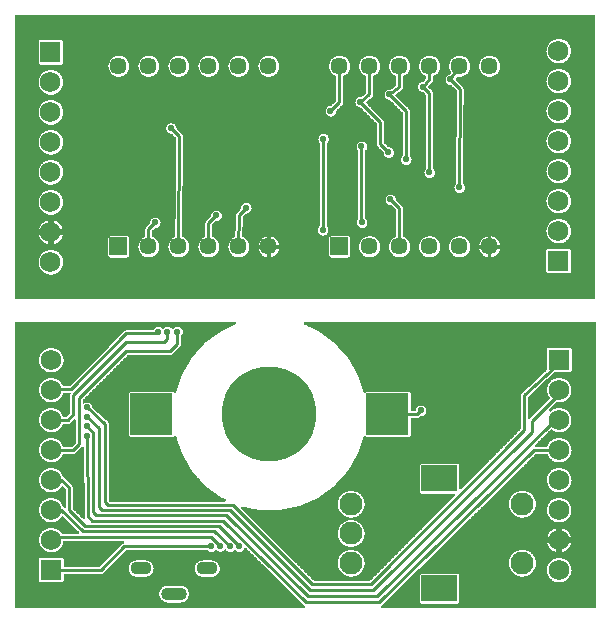
<source format=gbl>
%FSLAX33Y33*%
%MOMM*%
%AMRR-H1100000-W1800000-R550000-RO0.000*
21,1,0.7,1.1,0.,0.,360*
1,1,1.1,-0.35,0.*
1,1,1.1,0.35,0.*
1,1,1.1,0.35,-0.*
1,1,1.1,-0.35,0.*%
%AMRR-H1100000-W2200000-R550000-RO0.000*
21,1,1.1,1.1,0.,0.,360*
1,1,1.1,-0.55,0.*
1,1,1.1,0.55,0.*
1,1,1.1,0.55,-0.*
1,1,1.1,-0.55,0.*%
%AMRect-W3500000-H3500000-RO1.000*
21,1,3.5,3.5,0.,0.,180*%
%AMRect-W2200000-H3000000-RO0.500*
21,1,2.2,3.,0.,0.,270*%
%AMRect-W1750000-H1750000-RO1.000*
21,1,1.75,1.75,0.,0.,180*%
%AMRect-W1450000-H1450000-RO1.500*
21,1,1.45,1.45,0.,0.,90*%
%ADD10C,0.0508*%
%ADD11C,0.25*%
%ADD12C,0.5588*%
%ADD13RR-H1100000-W1800000-R550000-RO0.000*%
%ADD14RR-H1100000-W2200000-R550000-RO0.000*%
%ADD15C,8.*%
%ADD16Rect-W3500000-H3500000-RO1.000*%
%ADD17R,1.75X1.75*%
%ADD18C,1.75*%
%ADD19C,1.949999*%
%ADD20Rect-W2200000-H3000000-RO0.500*%
%ADD21C,1.75*%
%ADD22Rect-W1750000-H1750000-RO1.000*%
%ADD23C,1.45*%
%ADD24Rect-W1450000-H1450000-RO1.500*%
D10*
%LNpour fill*%
G01*
X49550Y24550D02*
X49550Y24550D01*
X24923Y24550*
X24902Y24450*
X26107Y23913*
X26107Y23913*
X27496Y22904*
X27496Y22904*
X28645Y21628*
X28645Y21628*
X29503Y20141*
X29503Y20141*
X29983Y18665*
X30056Y18650*
X30099Y18701*
X30099Y18701*
X30125Y18723*
X30125Y18723*
X30153Y18740*
X30153Y18740*
X30184Y18753*
X30184Y18753*
X30217Y18761*
X30217Y18761*
X30250Y18763*
X30250Y18763*
X33750Y18763*
X33750Y18763*
X33783Y18761*
X33783Y18761*
X33816Y18753*
X33816Y18753*
X33847Y18740*
X33847Y18740*
X33875Y18723*
X33875Y18723*
X33901Y18701*
X33901Y18701*
X33923Y18675*
X33923Y18675*
X33940Y18647*
X33940Y18647*
X33953Y18616*
X33953Y18616*
X33961Y18583*
X33961Y18583*
X33963Y18550*
X33963Y18550*
X33963Y17091*
X34308Y17091*
X34321Y17203*
X34321Y17203*
X34364Y17314*
X34364Y17314*
X34431Y17412*
X34431Y17412*
X34520Y17491*
X34520Y17491*
X34625Y17546*
X34625Y17546*
X34741Y17574*
X34741Y17574*
X34859Y17574*
X34859Y17574*
X34975Y17546*
X34975Y17546*
X35080Y17491*
X35080Y17491*
X35169Y17412*
X35169Y17412*
X35236Y17314*
X35236Y17314*
X35279Y17203*
X35279Y17203*
X35293Y17085*
X35293Y17085*
X35279Y16967*
X35279Y16967*
X35236Y16856*
X35236Y16856*
X35169Y16758*
X35169Y16758*
X35080Y16679*
X35080Y16679*
X34975Y16624*
X34975Y16624*
X34859Y16596*
X34859Y16596*
X34789Y16596*
X34706Y16513*
X34706Y16513*
X34655Y16471*
X34655Y16471*
X34597Y16439*
X34597Y16439*
X34533Y16420*
X34533Y16420*
X34467Y16414*
X34467Y16414*
X33963Y16414*
X33963Y15050*
X33963Y15050*
X33961Y15017*
X33961Y15017*
X33953Y14984*
X33953Y14984*
X33940Y14953*
X33940Y14953*
X33923Y14925*
X33923Y14925*
X33901Y14899*
X33901Y14899*
X33875Y14877*
X33875Y14877*
X33847Y14860*
X33847Y14860*
X33816Y14847*
X33816Y14847*
X33783Y14839*
X33783Y14839*
X33750Y14837*
X33750Y14837*
X30250Y14837*
X30250Y14837*
X30217Y14839*
X30217Y14839*
X30184Y14847*
X30184Y14847*
X30153Y14860*
X30153Y14860*
X30125Y14877*
X30125Y14877*
X30099Y14899*
X30099Y14899*
X30056Y14950*
X29983Y14935*
X29503Y13459*
X29503Y13459*
X28645Y11972*
X28645Y11972*
X27496Y10696*
X27496Y10696*
X26107Y9687*
X26107Y9687*
X24538Y8989*
X24538Y8989*
X22859Y8632*
X22859Y8632*
X21141Y8632*
X21141Y8632*
X19660Y8946*
X19615Y8863*
X25790Y2688*
X30434Y2688*
X37639Y9949*
X37606Y10027*
X34885Y10027*
X34885Y10027*
X34852Y10029*
X34852Y10029*
X34819Y10037*
X34819Y10037*
X34788Y10050*
X34788Y10050*
X34760Y10067*
X34760Y10067*
X34734Y10089*
X34734Y10089*
X34712Y10115*
X34712Y10115*
X34695Y10143*
X34695Y10143*
X34682Y10174*
X34682Y10174*
X34674Y10207*
X34674Y10207*
X34672Y10240*
X34672Y10240*
X34672Y12440*
X34672Y12440*
X34674Y12473*
X34674Y12473*
X34682Y12506*
X34682Y12506*
X34695Y12537*
X34695Y12537*
X34712Y12565*
X34712Y12565*
X34734Y12591*
X34734Y12591*
X34760Y12613*
X34760Y12613*
X34788Y12630*
X34788Y12630*
X34819Y12643*
X34819Y12643*
X34852Y12651*
X34852Y12651*
X34885Y12653*
X34885Y12653*
X37885Y12653*
X37885Y12653*
X37918Y12651*
X37918Y12651*
X37951Y12643*
X37951Y12643*
X37982Y12630*
X37982Y12630*
X38010Y12613*
X38010Y12613*
X38036Y12591*
X38036Y12591*
X38058Y12565*
X38058Y12565*
X38075Y12537*
X38075Y12537*
X38088Y12506*
X38088Y12506*
X38096Y12473*
X38096Y12473*
X38098Y12440*
X38098Y12440*
X38098Y10523*
X38177Y10491*
X43211Y15564*
X43201Y18354*
X43201Y18354*
X43202Y18361*
X43201Y18367*
X43201Y18367*
X43205Y18393*
X43207Y18420*
X43207Y18420*
X43209Y18426*
X43210Y18433*
X43210Y18433*
X43219Y18458*
X43226Y18483*
X43227Y18483*
X43230Y18489*
X43232Y18496*
X43232Y18496*
X43245Y18519*
X43258Y18542*
X43258Y18542*
X43262Y18547*
X43265Y18553*
X43265Y18553*
X43283Y18573*
X43299Y18593*
X43299Y18593*
X43305Y18598*
X43309Y18603*
X43309Y18603*
X45412Y20559*
X45412Y22265*
X45412Y22265*
X45414Y22298*
X45414Y22298*
X45422Y22331*
X45422Y22331*
X45435Y22362*
X45435Y22362*
X45452Y22390*
X45452Y22390*
X45474Y22416*
X45474Y22416*
X45500Y22438*
X45500Y22438*
X45528Y22455*
X45528Y22455*
X45559Y22468*
X45559Y22468*
X45592Y22476*
X45592Y22476*
X45625Y22478*
X45625Y22478*
X47375Y22478*
X47375Y22478*
X47408Y22476*
X47408Y22476*
X47441Y22468*
X47441Y22468*
X47472Y22455*
X47472Y22455*
X47500Y22438*
X47500Y22438*
X47526Y22416*
X47526Y22416*
X47548Y22390*
X47548Y22390*
X47565Y22362*
X47565Y22362*
X47578Y22331*
X47578Y22331*
X47586Y22298*
X47586Y22298*
X47588Y22265*
X47588Y22265*
X47588Y20515*
X47588Y20515*
X47586Y20482*
X47586Y20482*
X47578Y20449*
X47578Y20449*
X47565Y20418*
X47565Y20418*
X47548Y20390*
X47548Y20390*
X47526Y20364*
X47526Y20364*
X47500Y20342*
X47500Y20342*
X47472Y20325*
X47472Y20325*
X47441Y20312*
X47441Y20312*
X47408Y20304*
X47408Y20304*
X47375Y20302*
X47375Y20302*
X46129Y20302*
X43879Y18208*
X43885Y16468*
X43963Y16436*
X45673Y18146*
X45536Y18344*
X45536Y18344*
X45443Y18589*
X45443Y18590*
X45412Y18850*
X45412Y18850*
X45443Y19110*
X45443Y19111*
X45536Y19356*
X45536Y19356*
X45685Y19572*
X45685Y19572*
X45882Y19746*
X45882Y19746*
X46114Y19868*
X46114Y19868*
X46369Y19931*
X46369Y19931*
X46631Y19931*
X46631Y19931*
X46886Y19868*
X46886Y19868*
X47118Y19746*
X47118Y19746*
X47315Y19572*
X47315Y19572*
X47464Y19356*
X47464Y19356*
X47557Y19111*
X47557Y19110*
X47588Y18850*
X47588Y18850*
X47557Y18590*
X47557Y18589*
X47464Y18344*
X47464Y18344*
X47315Y18128*
X47315Y18128*
X47118Y17954*
X47118Y17954*
X46886Y17832*
X46886Y17832*
X46631Y17769*
X46631Y17769*
X46369Y17769*
X46369Y17769*
X46277Y17792*
X45639Y17155*
X45723Y17065*
X45882Y17206*
X45882Y17206*
X46114Y17328*
X46114Y17328*
X46369Y17391*
X46369Y17391*
X46631Y17391*
X46631Y17391*
X46886Y17328*
X46886Y17328*
X47118Y17206*
X47118Y17206*
X47315Y17032*
X47315Y17032*
X47464Y16816*
X47464Y16816*
X47557Y16571*
X47557Y16570*
X47588Y16310*
X47588Y16310*
X47557Y16050*
X47557Y16049*
X47464Y15804*
X47464Y15804*
X47315Y15588*
X47315Y15588*
X47118Y15414*
X47118Y15414*
X46886Y15292*
X46886Y15292*
X46631Y15229*
X46631Y15229*
X46369Y15229*
X46369Y15229*
X46114Y15292*
X46114Y15292*
X45882Y15414*
X45882Y15414*
X45806Y15481*
X44466Y14151*
X44499Y14072*
X45459Y14072*
X45536Y14276*
X45536Y14276*
X45685Y14492*
X45685Y14492*
X45882Y14666*
X45882Y14666*
X46114Y14788*
X46114Y14788*
X46369Y14851*
X46369Y14851*
X46631Y14851*
X46631Y14851*
X46886Y14788*
X46886Y14788*
X47118Y14666*
X47118Y14666*
X47315Y14492*
X47315Y14492*
X47464Y14276*
X47464Y14276*
X47557Y14031*
X47557Y14030*
X47588Y13770*
X47588Y13770*
X47557Y13510*
X47557Y13509*
X47464Y13264*
X47464Y13264*
X47315Y13048*
X47315Y13048*
X47118Y12874*
X47118Y12874*
X46886Y12752*
X46886Y12752*
X46631Y12689*
X46631Y12689*
X46369Y12689*
X46369Y12689*
X46114Y12752*
X46114Y12752*
X45882Y12874*
X45882Y12874*
X45685Y13048*
X45685Y13048*
X45536Y13264*
X45536Y13264*
X45486Y13395*
X44548Y13395*
X31562Y0609*
X31562Y0609*
X31538Y0589*
X31513Y0569*
X31513Y0569*
X31512Y0568*
X31511Y0567*
X31511Y0567*
X31471Y0546*
X31495Y0450*
X49550Y0450*
X49550Y24550*
X46631Y10150D02*
X46369Y10150D01*
X46114Y10213*
X45882Y10334*
X45685Y10508*
X45536Y10724*
X45443Y10970*
X45412Y11230*
X45443Y11490*
X45536Y11736*
X45685Y11952*
X45882Y12126*
X46114Y12247*
X46369Y12310*
X46631Y12310*
X46886Y12247*
X47118Y12126*
X47315Y11952*
X47464Y11736*
X47557Y11490*
X47588Y11230*
X47557Y10970*
X47464Y10724*
X47315Y10508*
X47118Y10334*
X46886Y10213*
X46631Y10150*
X29028Y8010D02*
X28742Y8010D01*
X28464Y8079*
X28210Y8212*
X27996Y8402*
X27833Y8638*
X27731Y8906*
X27697Y9190*
X27731Y9474*
X27833Y9742*
X27996Y9978*
X28210Y10168*
X28464Y10301*
X28742Y10370*
X29028Y10370*
X29306Y10301*
X29560Y10168*
X29774Y9978*
X29937Y9742*
X30039Y9474*
X30073Y9190*
X30039Y8906*
X29937Y8638*
X29774Y8402*
X29560Y8212*
X29306Y8079*
X29028Y8010*
X43528Y8010D02*
X43242Y8010D01*
X42964Y8079*
X42710Y8212*
X42496Y8402*
X42333Y8638*
X42231Y8906*
X42197Y9190*
X42231Y9474*
X42333Y9742*
X42496Y9978*
X42710Y10168*
X42964Y10301*
X43242Y10370*
X43528Y10370*
X43806Y10301*
X44060Y10168*
X44274Y9978*
X44437Y9742*
X44539Y9474*
X44573Y9190*
X44539Y8906*
X44437Y8638*
X44274Y8402*
X44060Y8212*
X43806Y8079*
X43528Y8010*
X46631Y7610D02*
X46369Y7610D01*
X46114Y7673*
X45882Y7794*
X45685Y7968*
X45536Y8184*
X45443Y8430*
X45412Y8690*
X45443Y8950*
X45536Y9196*
X45685Y9412*
X45882Y9586*
X46114Y9707*
X46369Y9770*
X46631Y9770*
X46886Y9707*
X47118Y9586*
X47315Y9412*
X47464Y9196*
X47557Y8950*
X47588Y8690*
X47557Y8430*
X47464Y8184*
X47315Y7968*
X47118Y7794*
X46886Y7673*
X46631Y7610*
X29028Y5510D02*
X28742Y5510D01*
X28464Y5579*
X28210Y5712*
X27996Y5902*
X27833Y6138*
X27731Y6406*
X27697Y6690*
X27731Y6974*
X27833Y7242*
X27996Y7478*
X28210Y7668*
X28464Y7801*
X28742Y7870*
X29028Y7870*
X29306Y7801*
X29560Y7668*
X29774Y7478*
X29937Y7242*
X30039Y6974*
X30073Y6690*
X30039Y6406*
X29937Y6138*
X29774Y5902*
X29560Y5712*
X29306Y5579*
X29028Y5510*
X47564Y6350D02*
X46700Y6350D01*
X46700Y7213*
X46886Y7167*
X47118Y7046*
X47315Y6872*
X47464Y6656*
X47557Y6410*
X47564Y6350*
X46300Y6350D02*
X45436Y6350D01*
X45443Y6410*
X45536Y6656*
X45685Y6872*
X45882Y7046*
X46114Y7167*
X46300Y7213*
X46300Y6350*
X46700Y5087D02*
X46700Y5950D01*
X47564Y5950*
X47557Y5890*
X47464Y5644*
X47315Y5428*
X47118Y5254*
X46886Y5133*
X46700Y5087*
X46300Y5087D02*
X46114Y5133D01*
X45882Y5254*
X45685Y5428*
X45536Y5644*
X45443Y5890*
X45436Y5950*
X46300Y5950*
X46300Y5087*
X29028Y3010D02*
X28742Y3010D01*
X28464Y3079*
X28210Y3212*
X27996Y3402*
X27833Y3638*
X27731Y3906*
X27697Y4190*
X27731Y4474*
X27833Y4742*
X27996Y4978*
X28210Y5168*
X28464Y5301*
X28742Y5370*
X29028Y5370*
X29306Y5301*
X29560Y5168*
X29774Y4978*
X29937Y4742*
X30039Y4474*
X30073Y4190*
X30039Y3906*
X29937Y3638*
X29774Y3402*
X29560Y3212*
X29306Y3079*
X29028Y3010*
X43528Y3010D02*
X43242Y3010D01*
X42964Y3079*
X42710Y3212*
X42496Y3402*
X42333Y3638*
X42231Y3906*
X42197Y4190*
X42231Y4474*
X42333Y4742*
X42496Y4978*
X42710Y5168*
X42964Y5301*
X43242Y5370*
X43528Y5370*
X43806Y5301*
X44060Y5168*
X44274Y4978*
X44437Y4742*
X44539Y4474*
X44573Y4190*
X44539Y3906*
X44437Y3638*
X44274Y3402*
X44060Y3212*
X43806Y3079*
X43528Y3010*
X46631Y2530D02*
X46369Y2530D01*
X46114Y2593*
X45882Y2714*
X45685Y2888*
X45536Y3104*
X45443Y3350*
X45412Y3610*
X45443Y3870*
X45536Y4116*
X45685Y4332*
X45882Y4506*
X46114Y4627*
X46369Y4690*
X46631Y4690*
X46886Y4627*
X47118Y4506*
X47315Y4332*
X47464Y4116*
X47557Y3870*
X47588Y3610*
X47557Y3350*
X47464Y3104*
X47315Y2888*
X47118Y2714*
X46886Y2593*
X46631Y2530*
X37885Y0727D02*
X34885Y0727D01*
X34852Y0729*
X34819Y0737*
X34788Y0750*
X34760Y0768*
X34734Y0789*
X34713Y0815*
X34695Y0843*
X34682Y0874*
X34674Y0907*
X34672Y0940*
X34672Y3140*
X34674Y3173*
X34682Y3206*
X34695Y3237*
X34713Y3265*
X34734Y3291*
X34760Y3312*
X34788Y3330*
X34819Y3343*
X34852Y3351*
X34885Y3353*
X37885Y3353*
X37918Y3351*
X37951Y3343*
X37982Y3330*
X38010Y3312*
X38036Y3291*
X38057Y3265*
X38075Y3237*
X38088Y3206*
X38096Y3173*
X38098Y3140*
X38098Y0940*
X38096Y0907*
X38088Y0874*
X38075Y0843*
X38057Y0815*
X38036Y0789*
X38010Y0768*
X37982Y0750*
X37951Y0737*
X37918Y0729*
X37885Y0727*
X31483Y0500D02*
X49550Y0500D01*
X31476Y0549D02*
X49550Y0549D01*
X31549Y0599D02*
X49550Y0599D01*
X31602Y0648D02*
X49550Y0648D01*
X31652Y0698D02*
X49550Y0698D01*
X31703Y0747D02*
X34794Y0747D01*
X37976Y0747D02*
X49550Y0747D01*
X31753Y0797D02*
X34728Y0797D01*
X38042Y0797D02*
X49550Y0797D01*
X31803Y0846D02*
X34694Y0846D01*
X38076Y0846D02*
X49550Y0846D01*
X31853Y0896D02*
X34677Y0896D01*
X38093Y0896D02*
X49550Y0896D01*
X31904Y0945D02*
X34672Y0945D01*
X38098Y0945D02*
X49550Y0945D01*
X31954Y0995D02*
X34672Y0995D01*
X38098Y0995D02*
X49550Y0995D01*
X32004Y1044D02*
X34672Y1044D01*
X38098Y1044D02*
X49550Y1044D01*
X32055Y1094D02*
X34672Y1094D01*
X38098Y1094D02*
X49550Y1094D01*
X32105Y1143D02*
X34672Y1143D01*
X38098Y1143D02*
X49550Y1143D01*
X32155Y1193D02*
X34672Y1193D01*
X38098Y1193D02*
X49550Y1193D01*
X32206Y1242D02*
X34672Y1242D01*
X38098Y1242D02*
X49550Y1242D01*
X32256Y1292D02*
X34672Y1292D01*
X38098Y1292D02*
X49550Y1292D01*
X32306Y1342D02*
X34672Y1342D01*
X38098Y1342D02*
X49550Y1342D01*
X32356Y1391D02*
X34672Y1391D01*
X38098Y1391D02*
X49550Y1391D01*
X32407Y1441D02*
X34672Y1441D01*
X38098Y1441D02*
X49550Y1441D01*
X32457Y1490D02*
X34672Y1490D01*
X38098Y1490D02*
X49550Y1490D01*
X32507Y1540D02*
X34672Y1540D01*
X38098Y1540D02*
X49550Y1540D01*
X32558Y1589D02*
X34672Y1589D01*
X38098Y1589D02*
X49550Y1589D01*
X32608Y1639D02*
X34672Y1639D01*
X38098Y1639D02*
X49550Y1639D01*
X32658Y1688D02*
X34672Y1688D01*
X38098Y1688D02*
X49550Y1688D01*
X32709Y1738D02*
X34672Y1738D01*
X38098Y1738D02*
X49550Y1738D01*
X32759Y1787D02*
X34672Y1787D01*
X38098Y1787D02*
X49550Y1787D01*
X32809Y1837D02*
X34672Y1837D01*
X38098Y1837D02*
X49550Y1837D01*
X32859Y1886D02*
X34672Y1886D01*
X38098Y1886D02*
X49550Y1886D01*
X32910Y1936D02*
X34672Y1936D01*
X38098Y1936D02*
X49550Y1936D01*
X32960Y1985D02*
X34672Y1985D01*
X38098Y1985D02*
X49550Y1985D01*
X33010Y2035D02*
X34672Y2035D01*
X38098Y2035D02*
X49550Y2035D01*
X33061Y2084D02*
X34672Y2084D01*
X38098Y2084D02*
X49550Y2084D01*
X33111Y2134D02*
X34672Y2134D01*
X38098Y2134D02*
X49550Y2134D01*
X33161Y2184D02*
X34672Y2184D01*
X38098Y2184D02*
X49550Y2184D01*
X33212Y2233D02*
X34672Y2233D01*
X38098Y2233D02*
X49550Y2233D01*
X33262Y2283D02*
X34672Y2283D01*
X38098Y2283D02*
X49550Y2283D01*
X33312Y2332D02*
X34672Y2332D01*
X38098Y2332D02*
X49550Y2332D01*
X33362Y2382D02*
X34672Y2382D01*
X38098Y2382D02*
X49550Y2382D01*
X33413Y2431D02*
X34672Y2431D01*
X38098Y2431D02*
X49550Y2431D01*
X33463Y2481D02*
X34672Y2481D01*
X38098Y2481D02*
X49550Y2481D01*
X33513Y2530D02*
X34672Y2530D01*
X38098Y2530D02*
X46366Y2530D01*
X46634Y2530D02*
X49550Y2530D01*
X33564Y2580D02*
X34672Y2580D01*
X38098Y2580D02*
X46165Y2580D01*
X46835Y2580D02*
X49550Y2580D01*
X33614Y2629D02*
X34672Y2629D01*
X38098Y2629D02*
X46043Y2629D01*
X46957Y2629D02*
X49550Y2629D01*
X33664Y2679D02*
X34672Y2679D01*
X38098Y2679D02*
X45949Y2679D01*
X47051Y2679D02*
X49550Y2679D01*
X25750Y2728D02*
X30474Y2728D01*
X33715Y2728D02*
X34672Y2728D01*
X38098Y2728D02*
X45866Y2728D01*
X47134Y2728D02*
X49550Y2728D01*
X25700Y2778D02*
X30523Y2778D01*
X33765Y2778D02*
X34672Y2778D01*
X38098Y2778D02*
X45810Y2778D01*
X47190Y2778D02*
X49550Y2778D01*
X25651Y2827D02*
X30572Y2827D01*
X33815Y2827D02*
X34672Y2827D01*
X38098Y2827D02*
X45754Y2827D01*
X47246Y2827D02*
X49550Y2827D01*
X25601Y2877D02*
X30621Y2877D01*
X33865Y2877D02*
X34672Y2877D01*
X38098Y2877D02*
X45698Y2877D01*
X47302Y2877D02*
X49550Y2877D01*
X25552Y2926D02*
X30671Y2926D01*
X33916Y2926D02*
X34672Y2926D01*
X38098Y2926D02*
X45659Y2926D01*
X47341Y2926D02*
X49550Y2926D01*
X25502Y2976D02*
X30720Y2976D01*
X33966Y2976D02*
X34672Y2976D01*
X38098Y2976D02*
X45625Y2976D01*
X47375Y2976D02*
X49550Y2976D01*
X25453Y3026D02*
X28679Y3026D01*
X29091Y3026D02*
X30769Y3026D01*
X34016Y3026D02*
X34672Y3026D01*
X38098Y3026D02*
X43179Y3026D01*
X43591Y3026D02*
X45590Y3026D01*
X47410Y3026D02*
X49550Y3026D01*
X25403Y3075D02*
X28479Y3075D01*
X29291Y3075D02*
X30818Y3075D01*
X34067Y3075D02*
X34672Y3075D01*
X38098Y3075D02*
X42979Y3075D01*
X43791Y3075D02*
X45556Y3075D01*
X47444Y3075D02*
X49550Y3075D01*
X25354Y3125D02*
X28376Y3125D01*
X29394Y3125D02*
X30867Y3125D01*
X34117Y3125D02*
X34672Y3125D01*
X38098Y3125D02*
X42876Y3125D01*
X43894Y3125D02*
X45528Y3125D01*
X47472Y3125D02*
X49550Y3125D01*
X25304Y3174D02*
X28282Y3174D01*
X29488Y3174D02*
X30916Y3174D01*
X34167Y3174D02*
X34674Y3174D01*
X38096Y3174D02*
X42782Y3174D01*
X43988Y3174D02*
X45510Y3174D01*
X47490Y3174D02*
X49550Y3174D01*
X25255Y3224D02*
X28197Y3224D01*
X29573Y3224D02*
X30966Y3224D01*
X34218Y3224D02*
X34689Y3224D01*
X38081Y3224D02*
X42697Y3224D01*
X44073Y3224D02*
X45491Y3224D01*
X47509Y3224D02*
X49550Y3224D01*
X25205Y3273D02*
X28141Y3273D01*
X29629Y3273D02*
X31015Y3273D01*
X34268Y3273D02*
X34719Y3273D01*
X38051Y3273D02*
X42641Y3273D01*
X44129Y3273D02*
X45472Y3273D01*
X47528Y3273D02*
X49550Y3273D01*
X25156Y3323D02*
X28085Y3323D01*
X29685Y3323D02*
X31064Y3323D01*
X34318Y3323D02*
X34776Y3323D01*
X37994Y3323D02*
X42585Y3323D01*
X44185Y3323D02*
X45453Y3323D01*
X47547Y3323D02*
X49550Y3323D01*
X25106Y3372D02*
X28029Y3372D01*
X29741Y3372D02*
X31113Y3372D01*
X34368Y3372D02*
X42529Y3372D01*
X44241Y3372D02*
X45440Y3372D01*
X47560Y3372D02*
X49550Y3372D01*
X25056Y3422D02*
X27982Y3422D01*
X29788Y3422D02*
X31162Y3422D01*
X34419Y3422D02*
X42482Y3422D01*
X44288Y3422D02*
X45434Y3422D01*
X47566Y3422D02*
X49550Y3422D01*
X25007Y3471D02*
X27948Y3471D01*
X29822Y3471D02*
X31211Y3471D01*
X34469Y3471D02*
X42448Y3471D01*
X44322Y3471D02*
X45428Y3471D01*
X47572Y3471D02*
X49550Y3471D01*
X24957Y3521D02*
X27913Y3521D01*
X29857Y3521D02*
X31260Y3521D01*
X34519Y3521D02*
X42413Y3521D01*
X44357Y3521D02*
X45422Y3521D01*
X47578Y3521D02*
X49550Y3521D01*
X24908Y3570D02*
X27879Y3570D01*
X29891Y3570D02*
X31310Y3570D01*
X34570Y3570D02*
X42379Y3570D01*
X44391Y3570D02*
X45416Y3570D01*
X47584Y3570D02*
X49550Y3570D01*
X24858Y3620D02*
X27845Y3620D01*
X29925Y3620D02*
X31359Y3620D01*
X34620Y3620D02*
X42345Y3620D01*
X44425Y3620D02*
X45413Y3620D01*
X47587Y3620D02*
X49550Y3620D01*
X24809Y3669D02*
X27821Y3669D01*
X29949Y3669D02*
X31408Y3669D01*
X34670Y3669D02*
X42321Y3669D01*
X44449Y3669D02*
X45419Y3669D01*
X47581Y3669D02*
X49550Y3669D01*
X24759Y3719D02*
X27802Y3719D01*
X29968Y3719D02*
X31457Y3719D01*
X34721Y3719D02*
X42302Y3719D01*
X44468Y3719D02*
X45425Y3719D01*
X47575Y3719D02*
X49550Y3719D01*
X24710Y3769D02*
X27783Y3769D01*
X29987Y3769D02*
X31506Y3769D01*
X34771Y3769D02*
X42283Y3769D01*
X44487Y3769D02*
X45431Y3769D01*
X47569Y3769D02*
X49550Y3769D01*
X24660Y3818D02*
X27764Y3818D01*
X30006Y3818D02*
X31555Y3818D01*
X34821Y3818D02*
X42264Y3818D01*
X44506Y3818D02*
X45437Y3818D01*
X47563Y3818D02*
X49550Y3818D01*
X24611Y3868D02*
X27745Y3868D01*
X30025Y3868D02*
X31605Y3868D01*
X34871Y3868D02*
X42245Y3868D01*
X44525Y3868D02*
X45443Y3868D01*
X47557Y3868D02*
X49550Y3868D01*
X24561Y3917D02*
X27730Y3917D01*
X30040Y3917D02*
X31654Y3917D01*
X34922Y3917D02*
X42230Y3917D01*
X44540Y3917D02*
X45461Y3917D01*
X47539Y3917D02*
X49550Y3917D01*
X24512Y3967D02*
X27724Y3967D01*
X30046Y3967D02*
X31703Y3967D01*
X34972Y3967D02*
X42224Y3967D01*
X44546Y3967D02*
X45480Y3967D01*
X47520Y3967D02*
X49550Y3967D01*
X24462Y4016D02*
X27718Y4016D01*
X30052Y4016D02*
X31752Y4016D01*
X35022Y4016D02*
X42218Y4016D01*
X44552Y4016D02*
X45498Y4016D01*
X47502Y4016D02*
X49550Y4016D01*
X24413Y4066D02*
X27712Y4066D01*
X30058Y4066D02*
X31801Y4066D01*
X35073Y4066D02*
X42212Y4066D01*
X44558Y4066D02*
X45517Y4066D01*
X47483Y4066D02*
X49550Y4066D01*
X24363Y4115D02*
X27706Y4115D01*
X30064Y4115D02*
X31850Y4115D01*
X35123Y4115D02*
X42206Y4115D01*
X44564Y4115D02*
X45536Y4115D01*
X47464Y4115D02*
X49550Y4115D01*
X24314Y4165D02*
X27700Y4165D01*
X30070Y4165D02*
X31899Y4165D01*
X35173Y4165D02*
X42200Y4165D01*
X44570Y4165D02*
X45570Y4165D01*
X47430Y4165D02*
X49550Y4165D01*
X24264Y4214D02*
X27699Y4214D01*
X30071Y4214D02*
X31949Y4214D01*
X35224Y4214D02*
X42199Y4214D01*
X44571Y4214D02*
X45604Y4214D01*
X47396Y4214D02*
X49550Y4214D01*
X24214Y4264D02*
X27706Y4264D01*
X30064Y4264D02*
X31998Y4264D01*
X35274Y4264D02*
X42206Y4264D01*
X44564Y4264D02*
X45638Y4264D01*
X47362Y4264D02*
X49550Y4264D01*
X24165Y4313D02*
X27712Y4313D01*
X30058Y4313D02*
X32047Y4313D01*
X35324Y4313D02*
X42212Y4313D01*
X44558Y4313D02*
X45673Y4313D01*
X47327Y4313D02*
X49550Y4313D01*
X24115Y4363D02*
X27718Y4363D01*
X30052Y4363D02*
X32096Y4363D01*
X35374Y4363D02*
X42218Y4363D01*
X44552Y4363D02*
X45720Y4363D01*
X47280Y4363D02*
X49550Y4363D01*
X24066Y4412D02*
X27724Y4412D01*
X30046Y4412D02*
X32145Y4412D01*
X35425Y4412D02*
X42224Y4412D01*
X44546Y4412D02*
X45776Y4412D01*
X47224Y4412D02*
X49550Y4412D01*
X24016Y4462D02*
X27730Y4462D01*
X30040Y4462D02*
X32194Y4462D01*
X35475Y4462D02*
X42230Y4462D01*
X44540Y4462D02*
X45832Y4462D01*
X47168Y4462D02*
X49550Y4462D01*
X23967Y4511D02*
X27745Y4511D01*
X30025Y4511D02*
X32243Y4511D01*
X35525Y4511D02*
X42245Y4511D01*
X44525Y4511D02*
X45893Y4511D01*
X47107Y4511D02*
X49550Y4511D01*
X23917Y4561D02*
X27764Y4561D01*
X30006Y4561D02*
X32293Y4561D01*
X35576Y4561D02*
X42264Y4561D01*
X44506Y4561D02*
X45987Y4561D01*
X47013Y4561D02*
X49550Y4561D01*
X23868Y4611D02*
X27783Y4611D01*
X29987Y4611D02*
X32342Y4611D01*
X35626Y4611D02*
X42283Y4611D01*
X44487Y4611D02*
X46081Y4611D01*
X46919Y4611D02*
X49550Y4611D01*
X23818Y4660D02*
X27801Y4660D01*
X29969Y4660D02*
X32391Y4660D01*
X35676Y4660D02*
X42301Y4660D01*
X44469Y4660D02*
X46245Y4660D01*
X46755Y4660D02*
X49550Y4660D01*
X23769Y4710D02*
X27820Y4710D01*
X29950Y4710D02*
X32440Y4710D01*
X35727Y4710D02*
X42320Y4710D01*
X44450Y4710D02*
X49550Y4710D01*
X23719Y4759D02*
X27844Y4759D01*
X29926Y4759D02*
X32489Y4759D01*
X35777Y4759D02*
X42344Y4759D01*
X44426Y4759D02*
X49550Y4759D01*
X23670Y4809D02*
X27878Y4809D01*
X29892Y4809D02*
X32538Y4809D01*
X35827Y4809D02*
X42378Y4809D01*
X44392Y4809D02*
X49550Y4809D01*
X23620Y4858D02*
X27913Y4858D01*
X29857Y4858D02*
X32588Y4858D01*
X35877Y4858D02*
X42413Y4858D01*
X44357Y4858D02*
X49550Y4858D01*
X23571Y4908D02*
X27947Y4908D01*
X29823Y4908D02*
X32637Y4908D01*
X35928Y4908D02*
X42447Y4908D01*
X44323Y4908D02*
X49550Y4908D01*
X23521Y4957D02*
X27981Y4957D01*
X29789Y4957D02*
X32686Y4957D01*
X35978Y4957D02*
X42481Y4957D01*
X44289Y4957D02*
X49550Y4957D01*
X23472Y5007D02*
X28028Y5007D01*
X29742Y5007D02*
X32735Y5007D01*
X36028Y5007D02*
X42528Y5007D01*
X44242Y5007D02*
X49550Y5007D01*
X23422Y5056D02*
X28084Y5056D01*
X29686Y5056D02*
X32784Y5056D01*
X36079Y5056D02*
X42584Y5056D01*
X44186Y5056D02*
X49550Y5056D01*
X23372Y5106D02*
X28140Y5106D01*
X29630Y5106D02*
X32833Y5106D01*
X36129Y5106D02*
X42640Y5106D01*
X44130Y5106D02*
X46221Y5106D01*
X46300Y5106D02*
X46700Y5106D01*
X46779Y5106D02*
X49550Y5106D01*
X23323Y5155D02*
X28196Y5155D01*
X29574Y5155D02*
X32882Y5155D01*
X36179Y5155D02*
X42696Y5155D01*
X44074Y5155D02*
X46070Y5155D01*
X46300Y5155D02*
X46700Y5155D01*
X46930Y5155D02*
X49550Y5155D01*
X23273Y5205D02*
X28280Y5205D01*
X29490Y5205D02*
X32932Y5205D01*
X36229Y5205D02*
X42780Y5205D01*
X43990Y5205D02*
X45976Y5205D01*
X46300Y5205D02*
X46700Y5205D01*
X47024Y5205D02*
X49550Y5205D01*
X23224Y5254D02*
X28374Y5254D01*
X29396Y5254D02*
X32981Y5254D01*
X36280Y5254D02*
X42874Y5254D01*
X43896Y5254D02*
X45881Y5254D01*
X46300Y5254D02*
X46700Y5254D01*
X47119Y5254D02*
X49550Y5254D01*
X23174Y5304D02*
X28475Y5304D01*
X29295Y5304D02*
X33030Y5304D01*
X36330Y5304D02*
X42975Y5304D01*
X43795Y5304D02*
X45826Y5304D01*
X46300Y5304D02*
X46700Y5304D01*
X47174Y5304D02*
X49550Y5304D01*
X23125Y5353D02*
X28676Y5353D01*
X29094Y5353D02*
X33079Y5353D01*
X36380Y5353D02*
X43176Y5353D01*
X43594Y5353D02*
X45770Y5353D01*
X46300Y5353D02*
X46700Y5353D01*
X47230Y5353D02*
X49550Y5353D01*
X23075Y5403D02*
X33128Y5403D01*
X36431Y5403D02*
X45714Y5403D01*
X46300Y5403D02*
X46700Y5403D01*
X47286Y5403D02*
X49550Y5403D01*
X23026Y5453D02*
X33177Y5453D01*
X36481Y5453D02*
X45669Y5453D01*
X46300Y5453D02*
X46700Y5453D01*
X47331Y5453D02*
X49550Y5453D01*
X22976Y5502D02*
X33226Y5502D01*
X36531Y5502D02*
X45634Y5502D01*
X46300Y5502D02*
X46700Y5502D01*
X47366Y5502D02*
X49550Y5502D01*
X22927Y5552D02*
X28574Y5552D01*
X29196Y5552D02*
X33276Y5552D01*
X36582Y5552D02*
X45600Y5552D01*
X46300Y5552D02*
X46700Y5552D01*
X47400Y5552D02*
X49550Y5552D01*
X22877Y5601D02*
X28421Y5601D01*
X29349Y5601D02*
X33325Y5601D01*
X36632Y5601D02*
X45566Y5601D01*
X46300Y5601D02*
X46700Y5601D01*
X47434Y5601D02*
X49550Y5601D01*
X22828Y5651D02*
X28327Y5651D01*
X29443Y5651D02*
X33374Y5651D01*
X36682Y5651D02*
X45534Y5651D01*
X46300Y5651D02*
X46700Y5651D01*
X47466Y5651D02*
X49550Y5651D01*
X22778Y5700D02*
X28232Y5700D01*
X29538Y5700D02*
X33423Y5700D01*
X36732Y5700D02*
X45515Y5700D01*
X46300Y5700D02*
X46700Y5700D01*
X47485Y5700D02*
X49550Y5700D01*
X22729Y5750D02*
X28167Y5750D01*
X29603Y5750D02*
X33472Y5750D01*
X36783Y5750D02*
X45496Y5750D01*
X46300Y5750D02*
X46700Y5750D01*
X47504Y5750D02*
X49550Y5750D01*
X22679Y5799D02*
X28111Y5799D01*
X29659Y5799D02*
X33521Y5799D01*
X36833Y5799D02*
X45477Y5799D01*
X46300Y5799D02*
X46700Y5799D01*
X47523Y5799D02*
X49550Y5799D01*
X22630Y5849D02*
X28055Y5849D01*
X29715Y5849D02*
X33571Y5849D01*
X36883Y5849D02*
X45459Y5849D01*
X46300Y5849D02*
X46700Y5849D01*
X47541Y5849D02*
X49550Y5849D01*
X22580Y5898D02*
X28000Y5898D01*
X29770Y5898D02*
X33620Y5898D01*
X36934Y5898D02*
X45442Y5898D01*
X46300Y5898D02*
X46700Y5898D01*
X47558Y5898D02*
X49550Y5898D01*
X22530Y5948D02*
X27964Y5948D01*
X29806Y5948D02*
X33669Y5948D01*
X36984Y5948D02*
X45436Y5948D01*
X46300Y5948D02*
X46700Y5948D01*
X47564Y5948D02*
X49550Y5948D01*
X22481Y5997D02*
X27930Y5997D01*
X29840Y5997D02*
X33718Y5997D01*
X37034Y5997D02*
X49550Y5997D01*
X22431Y6047D02*
X27895Y6047D01*
X29875Y6047D02*
X33767Y6047D01*
X37085Y6047D02*
X49550Y6047D01*
X22382Y6096D02*
X27861Y6096D01*
X29909Y6096D02*
X33816Y6096D01*
X37135Y6096D02*
X49550Y6096D01*
X22332Y6146D02*
X27830Y6146D01*
X29940Y6146D02*
X33865Y6146D01*
X37185Y6146D02*
X49550Y6146D01*
X22283Y6195D02*
X27811Y6195D01*
X29959Y6195D02*
X33915Y6195D01*
X37235Y6195D02*
X49550Y6195D01*
X22233Y6245D02*
X27792Y6245D01*
X29978Y6245D02*
X33964Y6245D01*
X37286Y6245D02*
X49550Y6245D01*
X22184Y6295D02*
X27773Y6295D01*
X29997Y6295D02*
X34013Y6295D01*
X37336Y6295D02*
X49550Y6295D01*
X22134Y6344D02*
X27754Y6344D01*
X30016Y6344D02*
X34062Y6344D01*
X37386Y6344D02*
X49550Y6344D01*
X22085Y6394D02*
X27736Y6394D01*
X30034Y6394D02*
X34111Y6394D01*
X37437Y6394D02*
X45441Y6394D01*
X46300Y6394D02*
X46700Y6394D01*
X47559Y6394D02*
X49550Y6394D01*
X22035Y6443D02*
X27727Y6443D01*
X30043Y6443D02*
X34160Y6443D01*
X37487Y6443D02*
X45456Y6443D01*
X46300Y6443D02*
X46700Y6443D01*
X47544Y6443D02*
X49550Y6443D01*
X21986Y6493D02*
X27721Y6493D01*
X30049Y6493D02*
X34210Y6493D01*
X37537Y6493D02*
X45474Y6493D01*
X46300Y6493D02*
X46700Y6493D01*
X47526Y6493D02*
X49550Y6493D01*
X21936Y6542D02*
X27714Y6542D01*
X30056Y6542D02*
X34259Y6542D01*
X37588Y6542D02*
X45493Y6542D01*
X46300Y6542D02*
X46700Y6542D01*
X47507Y6542D02*
X49550Y6542D01*
X21887Y6592D02*
X27708Y6592D01*
X30062Y6592D02*
X34308Y6592D01*
X37638Y6592D02*
X45512Y6592D01*
X46300Y6592D02*
X46700Y6592D01*
X47488Y6592D02*
X49550Y6592D01*
X21837Y6641D02*
X27702Y6641D01*
X30068Y6641D02*
X34357Y6641D01*
X37688Y6641D02*
X45531Y6641D01*
X46300Y6641D02*
X46700Y6641D01*
X47469Y6641D02*
X49550Y6641D01*
X21788Y6691D02*
X27697Y6691D01*
X30073Y6691D02*
X34406Y6691D01*
X37738Y6691D02*
X45560Y6691D01*
X46300Y6691D02*
X46700Y6691D01*
X47440Y6691D02*
X49550Y6691D01*
X21738Y6740D02*
X27703Y6740D01*
X30067Y6740D02*
X34455Y6740D01*
X37789Y6740D02*
X45595Y6740D01*
X46300Y6740D02*
X46700Y6740D01*
X47405Y6740D02*
X49550Y6740D01*
X21688Y6790D02*
X27709Y6790D01*
X30061Y6790D02*
X34504Y6790D01*
X37839Y6790D02*
X45629Y6790D01*
X46300Y6790D02*
X46700Y6790D01*
X47371Y6790D02*
X49550Y6790D01*
X21639Y6839D02*
X27715Y6839D01*
X30055Y6839D02*
X34554Y6839D01*
X37889Y6839D02*
X45663Y6839D01*
X46300Y6839D02*
X46700Y6839D01*
X47337Y6839D02*
X49550Y6839D01*
X21589Y6889D02*
X27721Y6889D01*
X30049Y6889D02*
X34603Y6889D01*
X37940Y6889D02*
X45705Y6889D01*
X46300Y6889D02*
X46700Y6889D01*
X47295Y6889D02*
X49550Y6889D01*
X21540Y6938D02*
X27727Y6938D01*
X30043Y6938D02*
X34652Y6938D01*
X37990Y6938D02*
X45761Y6938D01*
X46300Y6938D02*
X46700Y6938D01*
X47239Y6938D02*
X49550Y6938D01*
X21490Y6988D02*
X27736Y6988D01*
X30034Y6988D02*
X34701Y6988D01*
X38040Y6988D02*
X45816Y6988D01*
X46300Y6988D02*
X46700Y6988D01*
X47184Y6988D02*
X49550Y6988D01*
X21441Y7037D02*
X27755Y7037D01*
X30015Y7037D02*
X34750Y7037D01*
X38091Y7037D02*
X45872Y7037D01*
X46300Y7037D02*
X46700Y7037D01*
X47128Y7037D02*
X49550Y7037D01*
X21391Y7087D02*
X27774Y7087D01*
X29996Y7087D02*
X34799Y7087D01*
X38141Y7087D02*
X45960Y7087D01*
X46300Y7087D02*
X46700Y7087D01*
X47040Y7087D02*
X49550Y7087D01*
X21342Y7137D02*
X27793Y7137D01*
X29977Y7137D02*
X34848Y7137D01*
X38191Y7137D02*
X46055Y7137D01*
X46300Y7137D02*
X46700Y7137D01*
X46945Y7137D02*
X49550Y7137D01*
X21292Y7186D02*
X27811Y7186D01*
X29959Y7186D02*
X34898Y7186D01*
X38241Y7186D02*
X46188Y7186D01*
X46300Y7186D02*
X46700Y7186D01*
X46812Y7186D02*
X49550Y7186D01*
X21243Y7236D02*
X27830Y7236D01*
X29940Y7236D02*
X34947Y7236D01*
X38292Y7236D02*
X49550Y7236D01*
X21193Y7285D02*
X27862Y7285D01*
X29908Y7285D02*
X34996Y7285D01*
X38342Y7285D02*
X49550Y7285D01*
X21144Y7335D02*
X27896Y7335D01*
X29874Y7335D02*
X35045Y7335D01*
X38392Y7335D02*
X49550Y7335D01*
X21094Y7384D02*
X27931Y7384D01*
X29839Y7384D02*
X35094Y7384D01*
X38443Y7384D02*
X49550Y7384D01*
X21045Y7434D02*
X27965Y7434D01*
X29805Y7434D02*
X35143Y7434D01*
X38493Y7434D02*
X49550Y7434D01*
X20995Y7483D02*
X28001Y7483D01*
X29769Y7483D02*
X35193Y7483D01*
X38543Y7483D02*
X49550Y7483D01*
X20946Y7533D02*
X28057Y7533D01*
X29713Y7533D02*
X35242Y7533D01*
X38594Y7533D02*
X49550Y7533D01*
X20896Y7582D02*
X28113Y7582D01*
X29657Y7582D02*
X35291Y7582D01*
X38644Y7582D02*
X49550Y7582D01*
X20846Y7632D02*
X28169Y7632D01*
X29601Y7632D02*
X35340Y7632D01*
X38694Y7632D02*
X46278Y7632D01*
X46722Y7632D02*
X49550Y7632D01*
X20797Y7681D02*
X28235Y7681D01*
X29535Y7681D02*
X35389Y7681D01*
X38744Y7681D02*
X46097Y7681D01*
X46903Y7681D02*
X49550Y7681D01*
X20747Y7731D02*
X28330Y7731D01*
X29440Y7731D02*
X35438Y7731D01*
X38795Y7731D02*
X46002Y7731D01*
X46998Y7731D02*
X49550Y7731D01*
X20698Y7780D02*
X28424Y7780D01*
X29346Y7780D02*
X35487Y7780D01*
X38845Y7780D02*
X45908Y7780D01*
X47092Y7780D02*
X49550Y7780D01*
X20648Y7830D02*
X28580Y7830D01*
X29190Y7830D02*
X35537Y7830D01*
X38895Y7830D02*
X45841Y7830D01*
X47159Y7830D02*
X49550Y7830D01*
X20599Y7879D02*
X35586Y7879D01*
X38946Y7879D02*
X45785Y7879D01*
X47215Y7879D02*
X49550Y7879D01*
X20549Y7929D02*
X35635Y7929D01*
X38996Y7929D02*
X45730Y7929D01*
X47270Y7929D02*
X49550Y7929D01*
X20500Y7979D02*
X35684Y7979D01*
X39046Y7979D02*
X45678Y7979D01*
X47322Y7979D02*
X49550Y7979D01*
X20450Y8028D02*
X28669Y8028D01*
X29101Y8028D02*
X35733Y8028D01*
X39097Y8028D02*
X43169Y8028D01*
X43601Y8028D02*
X45644Y8028D01*
X47356Y8028D02*
X49550Y8028D01*
X20401Y8078D02*
X28468Y8078D01*
X29302Y8078D02*
X35782Y8078D01*
X39147Y8078D02*
X42968Y8078D01*
X43802Y8078D02*
X45610Y8078D01*
X47390Y8078D02*
X49550Y8078D01*
X20351Y8127D02*
X28371Y8127D01*
X29399Y8127D02*
X35832Y8127D01*
X39197Y8127D02*
X42871Y8127D01*
X43899Y8127D02*
X45576Y8127D01*
X47424Y8127D02*
X49550Y8127D01*
X20302Y8177D02*
X28277Y8177D01*
X29493Y8177D02*
X35881Y8177D01*
X39247Y8177D02*
X42777Y8177D01*
X43993Y8177D02*
X45541Y8177D01*
X47459Y8177D02*
X49550Y8177D01*
X20252Y8226D02*
X28194Y8226D01*
X29576Y8226D02*
X35930Y8226D01*
X39298Y8226D02*
X42694Y8226D01*
X44076Y8226D02*
X45520Y8226D01*
X47480Y8226D02*
X49550Y8226D01*
X20203Y8276D02*
X28138Y8276D01*
X29632Y8276D02*
X35979Y8276D01*
X39348Y8276D02*
X42638Y8276D01*
X44132Y8276D02*
X45501Y8276D01*
X47499Y8276D02*
X49550Y8276D01*
X20153Y8325D02*
X28082Y8325D01*
X29688Y8325D02*
X36028Y8325D01*
X39398Y8325D02*
X42582Y8325D01*
X44188Y8325D02*
X45483Y8325D01*
X47517Y8325D02*
X49550Y8325D01*
X20103Y8375D02*
X28026Y8375D01*
X29744Y8375D02*
X36077Y8375D01*
X39449Y8375D02*
X42526Y8375D01*
X44244Y8375D02*
X45464Y8375D01*
X47536Y8375D02*
X49550Y8375D01*
X20054Y8424D02*
X27980Y8424D01*
X29790Y8424D02*
X36126Y8424D01*
X39499Y8424D02*
X42480Y8424D01*
X44290Y8424D02*
X45445Y8424D01*
X47555Y8424D02*
X49550Y8424D01*
X20004Y8474D02*
X27946Y8474D01*
X29824Y8474D02*
X36176Y8474D01*
X39549Y8474D02*
X42446Y8474D01*
X44324Y8474D02*
X45438Y8474D01*
X47562Y8474D02*
X49550Y8474D01*
X19955Y8523D02*
X27912Y8523D01*
X29858Y8523D02*
X36225Y8523D01*
X39600Y8523D02*
X42412Y8523D01*
X44358Y8523D02*
X45432Y8523D01*
X47568Y8523D02*
X49550Y8523D01*
X19905Y8573D02*
X27877Y8573D01*
X29893Y8573D02*
X36274Y8573D01*
X39650Y8573D02*
X42377Y8573D01*
X44393Y8573D02*
X45426Y8573D01*
X47574Y8573D02*
X49550Y8573D01*
X19856Y8622D02*
X27843Y8622D01*
X29927Y8622D02*
X36323Y8622D01*
X39700Y8622D02*
X42343Y8622D01*
X44427Y8622D02*
X45420Y8622D01*
X47580Y8622D02*
X49550Y8622D01*
X19806Y8672D02*
X20952Y8672D01*
X23048Y8672D02*
X27820Y8672D01*
X29950Y8672D02*
X36372Y8672D01*
X39750Y8672D02*
X42320Y8672D01*
X44450Y8672D02*
X45414Y8672D01*
X47586Y8672D02*
X49550Y8672D01*
X19757Y8722D02*
X20719Y8722D01*
X23281Y8722D02*
X27801Y8722D01*
X29969Y8722D02*
X36421Y8722D01*
X39801Y8722D02*
X42301Y8722D01*
X44469Y8722D02*
X45415Y8722D01*
X47585Y8722D02*
X49550Y8722D01*
X19707Y8771D02*
X20486Y8771D01*
X23514Y8771D02*
X27782Y8771D01*
X29988Y8771D02*
X36470Y8771D01*
X39851Y8771D02*
X42282Y8771D01*
X44488Y8771D02*
X45421Y8771D01*
X47579Y8771D02*
X49550Y8771D01*
X19658Y8821D02*
X20253Y8821D01*
X23747Y8821D02*
X27763Y8821D01*
X30007Y8821D02*
X36520Y8821D01*
X39901Y8821D02*
X42263Y8821D01*
X44507Y8821D02*
X45427Y8821D01*
X47573Y8821D02*
X49550Y8821D01*
X19619Y8870D02*
X20020Y8870D01*
X23980Y8870D02*
X27745Y8870D01*
X30025Y8870D02*
X36569Y8870D01*
X39952Y8870D02*
X42245Y8870D01*
X44525Y8870D02*
X45433Y8870D01*
X47567Y8870D02*
X49550Y8870D01*
X19646Y8920D02*
X19787Y8920D01*
X24213Y8920D02*
X27729Y8920D01*
X30041Y8920D02*
X36618Y8920D01*
X40002Y8920D02*
X42229Y8920D01*
X44541Y8920D02*
X45439Y8920D01*
X47561Y8920D02*
X49550Y8920D01*
X24446Y8969D02*
X27723Y8969D01*
X30047Y8969D02*
X36667Y8969D01*
X40052Y8969D02*
X42223Y8969D01*
X44547Y8969D02*
X45450Y8969D01*
X47550Y8969D02*
X49550Y8969D01*
X24605Y9019D02*
X27717Y9019D01*
X30053Y9019D02*
X36716Y9019D01*
X40103Y9019D02*
X42217Y9019D01*
X44553Y9019D02*
X45469Y9019D01*
X47531Y9019D02*
X49550Y9019D01*
X24716Y9068D02*
X27711Y9068D01*
X30059Y9068D02*
X36765Y9068D01*
X40153Y9068D02*
X42211Y9068D01*
X44559Y9068D02*
X45488Y9068D01*
X47512Y9068D02*
X49550Y9068D01*
X24828Y9118D02*
X27705Y9118D01*
X30065Y9118D02*
X36815Y9118D01*
X40203Y9118D02*
X42205Y9118D01*
X44565Y9118D02*
X45507Y9118D01*
X47493Y9118D02*
X49550Y9118D01*
X24939Y9167D02*
X27699Y9167D01*
X30071Y9167D02*
X36864Y9167D01*
X40253Y9167D02*
X42199Y9167D01*
X44571Y9167D02*
X45525Y9167D01*
X47475Y9167D02*
X49550Y9167D01*
X25050Y9217D02*
X27700Y9217D01*
X30070Y9217D02*
X36913Y9217D01*
X40304Y9217D02*
X42200Y9217D01*
X44570Y9217D02*
X45551Y9217D01*
X47449Y9217D02*
X49550Y9217D01*
X25161Y9266D02*
X27706Y9266D01*
X30064Y9266D02*
X36962Y9266D01*
X40354Y9266D02*
X42206Y9266D01*
X44564Y9266D02*
X45585Y9266D01*
X47415Y9266D02*
X49550Y9266D01*
X25273Y9316D02*
X27712Y9316D01*
X30058Y9316D02*
X37011Y9316D01*
X40404Y9316D02*
X42212Y9316D01*
X44558Y9316D02*
X45619Y9316D01*
X47381Y9316D02*
X49550Y9316D01*
X25384Y9365D02*
X27718Y9365D01*
X30052Y9365D02*
X37060Y9365D01*
X40455Y9365D02*
X42218Y9365D01*
X44552Y9365D02*
X45653Y9365D01*
X47347Y9365D02*
X49550Y9365D01*
X25495Y9415D02*
X27724Y9415D01*
X30046Y9415D02*
X37109Y9415D01*
X40505Y9415D02*
X42224Y9415D01*
X44546Y9415D02*
X45689Y9415D01*
X47311Y9415D02*
X49550Y9415D01*
X25606Y9464D02*
X27730Y9464D01*
X30040Y9464D02*
X37159Y9464D01*
X40555Y9464D02*
X42230Y9464D01*
X44540Y9464D02*
X45745Y9464D01*
X47255Y9464D02*
X49550Y9464D01*
X25718Y9514D02*
X27746Y9514D01*
X30024Y9514D02*
X37208Y9514D01*
X40605Y9514D02*
X42246Y9514D01*
X44524Y9514D02*
X45801Y9514D01*
X47199Y9514D02*
X49550Y9514D01*
X25829Y9564D02*
X27765Y9564D01*
X30005Y9564D02*
X37257Y9564D01*
X40656Y9564D02*
X42265Y9564D01*
X44505Y9564D02*
X45857Y9564D01*
X47143Y9564D02*
X49550Y9564D01*
X25940Y9613D02*
X27784Y9613D01*
X29986Y9613D02*
X37306Y9613D01*
X40706Y9613D02*
X42284Y9613D01*
X44486Y9613D02*
X45934Y9613D01*
X47066Y9613D02*
X49550Y9613D01*
X26051Y9663D02*
X27802Y9663D01*
X29968Y9663D02*
X37355Y9663D01*
X40756Y9663D02*
X42302Y9663D01*
X44468Y9663D02*
X46028Y9663D01*
X46972Y9663D02*
X49550Y9663D01*
X26141Y9712D02*
X27821Y9712D01*
X29949Y9712D02*
X37404Y9712D01*
X40807Y9712D02*
X42321Y9712D01*
X44449Y9712D02*
X46132Y9712D01*
X46868Y9712D02*
X49550Y9712D01*
X26209Y9762D02*
X27846Y9762D01*
X29924Y9762D02*
X37453Y9762D01*
X40857Y9762D02*
X42346Y9762D01*
X44424Y9762D02*
X46333Y9762D01*
X46667Y9762D02*
X49550Y9762D01*
X26277Y9811D02*
X27880Y9811D01*
X29890Y9811D02*
X37503Y9811D01*
X40907Y9811D02*
X42380Y9811D01*
X44390Y9811D02*
X49550Y9811D01*
X26345Y9861D02*
X27914Y9861D01*
X29856Y9861D02*
X37552Y9861D01*
X40958Y9861D02*
X42414Y9861D01*
X44356Y9861D02*
X49550Y9861D01*
X26414Y9910D02*
X27949Y9910D01*
X29821Y9910D02*
X37601Y9910D01*
X41008Y9910D02*
X42449Y9910D01*
X44321Y9910D02*
X49550Y9910D01*
X26482Y9960D02*
X27983Y9960D01*
X29787Y9960D02*
X37634Y9960D01*
X41058Y9960D02*
X42483Y9960D01*
X44287Y9960D02*
X49550Y9960D01*
X26550Y10009D02*
X28031Y10009D01*
X29739Y10009D02*
X37614Y10009D01*
X41108Y10009D02*
X42531Y10009D01*
X44239Y10009D02*
X49550Y10009D01*
X26618Y10059D02*
X28087Y10059D01*
X29683Y10059D02*
X34774Y10059D01*
X41159Y10059D02*
X42587Y10059D01*
X44183Y10059D02*
X49550Y10059D01*
X26686Y10108D02*
X28142Y10108D01*
X29628Y10108D02*
X34718Y10108D01*
X41209Y10108D02*
X42642Y10108D01*
X44128Y10108D02*
X49550Y10108D01*
X26754Y10158D02*
X28198Y10158D01*
X29572Y10158D02*
X34689Y10158D01*
X41259Y10158D02*
X42698Y10158D01*
X44072Y10158D02*
X46335Y10158D01*
X46665Y10158D02*
X49550Y10158D01*
X26823Y10207D02*
X28285Y10207D01*
X29485Y10207D02*
X34674Y10207D01*
X41310Y10207D02*
X42785Y10207D01*
X43985Y10207D02*
X46134Y10207D01*
X46866Y10207D02*
X49550Y10207D01*
X26891Y10257D02*
X28379Y10257D01*
X29391Y10257D02*
X34672Y10257D01*
X41360Y10257D02*
X42879Y10257D01*
X43891Y10257D02*
X46029Y10257D01*
X46971Y10257D02*
X49550Y10257D01*
X26959Y10306D02*
X28485Y10306D01*
X29285Y10306D02*
X34672Y10306D01*
X41410Y10306D02*
X42985Y10306D01*
X43785Y10306D02*
X45935Y10306D01*
X47065Y10306D02*
X49550Y10306D01*
X27027Y10356D02*
X28686Y10356D01*
X29084Y10356D02*
X34672Y10356D01*
X41461Y10356D02*
X43186Y10356D01*
X43584Y10356D02*
X45857Y10356D01*
X47143Y10356D02*
X49550Y10356D01*
X27095Y10406D02*
X34672Y10406D01*
X41511Y10406D02*
X45801Y10406D01*
X47199Y10406D02*
X49550Y10406D01*
X27164Y10455D02*
X34672Y10455D01*
X41561Y10455D02*
X45745Y10455D01*
X47255Y10455D02*
X49550Y10455D01*
X27232Y10505D02*
X34672Y10505D01*
X38143Y10505D02*
X38191Y10505D01*
X41611Y10505D02*
X45689Y10505D01*
X47311Y10505D02*
X49550Y10505D01*
X27300Y10554D02*
X34672Y10554D01*
X38098Y10554D02*
X38240Y10554D01*
X41662Y10554D02*
X45654Y10554D01*
X47346Y10554D02*
X49550Y10554D01*
X27368Y10604D02*
X34672Y10604D01*
X38098Y10604D02*
X38289Y10604D01*
X41712Y10604D02*
X45619Y10604D01*
X47381Y10604D02*
X49550Y10604D01*
X27436Y10653D02*
X34672Y10653D01*
X38098Y10653D02*
X38338Y10653D01*
X41762Y10653D02*
X45585Y10653D01*
X47415Y10653D02*
X49550Y10653D01*
X27501Y10703D02*
X34672Y10703D01*
X38098Y10703D02*
X38387Y10703D01*
X41813Y10703D02*
X45551Y10703D01*
X47449Y10703D02*
X49550Y10703D01*
X27546Y10752D02*
X34672Y10752D01*
X38098Y10752D02*
X38437Y10752D01*
X41863Y10752D02*
X45526Y10752D01*
X47474Y10752D02*
X49550Y10752D01*
X27591Y10802D02*
X34672Y10802D01*
X38098Y10802D02*
X38486Y10802D01*
X41913Y10802D02*
X45507Y10802D01*
X47493Y10802D02*
X49550Y10802D01*
X27635Y10851D02*
X34672Y10851D01*
X38098Y10851D02*
X38535Y10851D01*
X41964Y10851D02*
X45488Y10851D01*
X47512Y10851D02*
X49550Y10851D01*
X27680Y10901D02*
X34672Y10901D01*
X38098Y10901D02*
X38584Y10901D01*
X42014Y10901D02*
X45469Y10901D01*
X47531Y10901D02*
X49550Y10901D01*
X27724Y10950D02*
X34672Y10950D01*
X38098Y10950D02*
X38633Y10950D01*
X42064Y10950D02*
X45450Y10950D01*
X47550Y10950D02*
X49550Y10950D01*
X27769Y11000D02*
X34672Y11000D01*
X38098Y11000D02*
X38682Y11000D01*
X42114Y11000D02*
X45439Y11000D01*
X47561Y11000D02*
X49550Y11000D01*
X27814Y11049D02*
X34672Y11049D01*
X38098Y11049D02*
X38731Y11049D01*
X42165Y11049D02*
X45433Y11049D01*
X47567Y11049D02*
X49550Y11049D01*
X27858Y11099D02*
X34672Y11099D01*
X38098Y11099D02*
X38781Y11099D01*
X42215Y11099D02*
X45427Y11099D01*
X47573Y11099D02*
X49550Y11099D01*
X27903Y11148D02*
X34672Y11148D01*
X38098Y11148D02*
X38830Y11148D01*
X42265Y11148D02*
X45421Y11148D01*
X47579Y11148D02*
X49550Y11148D01*
X27947Y11198D02*
X34672Y11198D01*
X38098Y11198D02*
X38879Y11198D01*
X42316Y11198D02*
X45415Y11198D01*
X47585Y11198D02*
X49550Y11198D01*
X27992Y11248D02*
X34672Y11248D01*
X38098Y11248D02*
X38928Y11248D01*
X42366Y11248D02*
X45414Y11248D01*
X47586Y11248D02*
X49550Y11248D01*
X28037Y11297D02*
X34672Y11297D01*
X38098Y11297D02*
X38977Y11297D01*
X42416Y11297D02*
X45420Y11297D01*
X47580Y11297D02*
X49550Y11297D01*
X28081Y11347D02*
X34672Y11347D01*
X38098Y11347D02*
X39026Y11347D01*
X42467Y11347D02*
X45426Y11347D01*
X47574Y11347D02*
X49550Y11347D01*
X28126Y11396D02*
X34672Y11396D01*
X38098Y11396D02*
X39075Y11396D01*
X42517Y11396D02*
X45432Y11396D01*
X47568Y11396D02*
X49550Y11396D01*
X28170Y11446D02*
X34672Y11446D01*
X38098Y11446D02*
X39125Y11446D01*
X42567Y11446D02*
X45438Y11446D01*
X47562Y11446D02*
X49550Y11446D01*
X28215Y11495D02*
X34672Y11495D01*
X38098Y11495D02*
X39174Y11495D01*
X42617Y11495D02*
X45445Y11495D01*
X47555Y11495D02*
X49550Y11495D01*
X28260Y11545D02*
X34672Y11545D01*
X38098Y11545D02*
X39223Y11545D01*
X42668Y11545D02*
X45464Y11545D01*
X47536Y11545D02*
X49550Y11545D01*
X28304Y11594D02*
X34672Y11594D01*
X38098Y11594D02*
X39272Y11594D01*
X42718Y11594D02*
X45483Y11594D01*
X47517Y11594D02*
X49550Y11594D01*
X28349Y11644D02*
X34672Y11644D01*
X38098Y11644D02*
X39321Y11644D01*
X42768Y11644D02*
X45501Y11644D01*
X47499Y11644D02*
X49550Y11644D01*
X28393Y11693D02*
X34672Y11693D01*
X38098Y11693D02*
X39370Y11693D01*
X42819Y11693D02*
X45520Y11693D01*
X47480Y11693D02*
X49550Y11693D01*
X28438Y11743D02*
X34672Y11743D01*
X38098Y11743D02*
X39420Y11743D01*
X42869Y11743D02*
X45541Y11743D01*
X47459Y11743D02*
X49550Y11743D01*
X28483Y11792D02*
X34672Y11792D01*
X38098Y11792D02*
X39469Y11792D01*
X42919Y11792D02*
X45575Y11792D01*
X47425Y11792D02*
X49550Y11792D01*
X28527Y11842D02*
X34672Y11842D01*
X38098Y11842D02*
X39518Y11842D01*
X42970Y11842D02*
X45609Y11842D01*
X47391Y11842D02*
X49550Y11842D01*
X28572Y11891D02*
X34672Y11891D01*
X38098Y11891D02*
X39567Y11891D01*
X43020Y11891D02*
X45644Y11891D01*
X47356Y11891D02*
X49550Y11891D01*
X28616Y11941D02*
X34672Y11941D01*
X38098Y11941D02*
X39616Y11941D01*
X43070Y11941D02*
X45678Y11941D01*
X47322Y11941D02*
X49550Y11941D01*
X28655Y11990D02*
X34672Y11990D01*
X38098Y11990D02*
X39665Y11990D01*
X43120Y11990D02*
X45729Y11990D01*
X47271Y11990D02*
X49550Y11990D01*
X28684Y12040D02*
X34672Y12040D01*
X38098Y12040D02*
X39714Y12040D01*
X43171Y12040D02*
X45785Y12040D01*
X47215Y12040D02*
X49550Y12040D01*
X28712Y12090D02*
X34672Y12090D01*
X38098Y12090D02*
X39764Y12090D01*
X43221Y12090D02*
X45841Y12090D01*
X47159Y12090D02*
X49550Y12090D01*
X28741Y12139D02*
X34672Y12139D01*
X38098Y12139D02*
X39813Y12139D01*
X43271Y12139D02*
X45907Y12139D01*
X47093Y12139D02*
X49550Y12139D01*
X28769Y12189D02*
X34672Y12189D01*
X38098Y12189D02*
X39862Y12189D01*
X43322Y12189D02*
X46001Y12189D01*
X46999Y12189D02*
X49550Y12189D01*
X28798Y12238D02*
X34672Y12238D01*
X38098Y12238D02*
X39911Y12238D01*
X43372Y12238D02*
X46096Y12238D01*
X46904Y12238D02*
X49550Y12238D01*
X28827Y12288D02*
X34672Y12288D01*
X38098Y12288D02*
X39960Y12288D01*
X43422Y12288D02*
X46276Y12288D01*
X46724Y12288D02*
X49550Y12288D01*
X28855Y12337D02*
X34672Y12337D01*
X38098Y12337D02*
X40009Y12337D01*
X43473Y12337D02*
X49550Y12337D01*
X28884Y12387D02*
X34672Y12387D01*
X38098Y12387D02*
X40059Y12387D01*
X43523Y12387D02*
X49550Y12387D01*
X28912Y12436D02*
X34672Y12436D01*
X38098Y12436D02*
X40108Y12436D01*
X43573Y12436D02*
X49550Y12436D01*
X28941Y12486D02*
X34677Y12486D01*
X38093Y12486D02*
X40157Y12486D01*
X43623Y12486D02*
X49550Y12486D01*
X28970Y12535D02*
X34694Y12535D01*
X38076Y12535D02*
X40206Y12535D01*
X43674Y12535D02*
X49550Y12535D01*
X28998Y12585D02*
X34729Y12585D01*
X38041Y12585D02*
X40255Y12585D01*
X43724Y12585D02*
X49550Y12585D01*
X29027Y12634D02*
X34799Y12634D01*
X37971Y12634D02*
X40304Y12634D01*
X43774Y12634D02*
X49550Y12634D01*
X29055Y12684D02*
X40353Y12684D01*
X43825Y12684D02*
X49550Y12684D01*
X29084Y12733D02*
X40403Y12733D01*
X43875Y12733D02*
X46192Y12733D01*
X46808Y12733D02*
X49550Y12733D01*
X29113Y12783D02*
X40452Y12783D01*
X43925Y12783D02*
X46056Y12783D01*
X46944Y12783D02*
X49550Y12783D01*
X29141Y12832D02*
X40501Y12832D01*
X43976Y12832D02*
X45962Y12832D01*
X47038Y12832D02*
X49550Y12832D01*
X29170Y12882D02*
X40550Y12882D01*
X44026Y12882D02*
X45873Y12882D01*
X47127Y12882D02*
X49550Y12882D01*
X29198Y12932D02*
X40599Y12932D01*
X44076Y12932D02*
X45817Y12932D01*
X47183Y12932D02*
X49550Y12932D01*
X29227Y12981D02*
X40648Y12981D01*
X44126Y12981D02*
X45761Y12981D01*
X47239Y12981D02*
X49550Y12981D01*
X29256Y13031D02*
X40697Y13031D01*
X44177Y13031D02*
X45706Y13031D01*
X47294Y13031D02*
X49550Y13031D01*
X29284Y13080D02*
X40747Y13080D01*
X44227Y13080D02*
X45664Y13080D01*
X47336Y13080D02*
X49550Y13080D01*
X29313Y13130D02*
X40796Y13130D01*
X44277Y13130D02*
X45629Y13130D01*
X47371Y13130D02*
X49550Y13130D01*
X29341Y13179D02*
X40845Y13179D01*
X44328Y13179D02*
X45595Y13179D01*
X47405Y13179D02*
X49550Y13179D01*
X29370Y13229D02*
X40894Y13229D01*
X44378Y13229D02*
X45561Y13229D01*
X47439Y13229D02*
X49550Y13229D01*
X29399Y13278D02*
X40943Y13278D01*
X44428Y13278D02*
X45531Y13278D01*
X47469Y13278D02*
X49550Y13278D01*
X29427Y13328D02*
X40992Y13328D01*
X44479Y13328D02*
X45512Y13328D01*
X47488Y13328D02*
X49550Y13328D01*
X29456Y13377D02*
X41042Y13377D01*
X44529Y13377D02*
X45494Y13377D01*
X47506Y13377D02*
X49550Y13377D01*
X29484Y13427D02*
X41091Y13427D01*
X47525Y13427D02*
X49550Y13427D01*
X29509Y13476D02*
X41140Y13476D01*
X47544Y13476D02*
X49550Y13476D01*
X29525Y13526D02*
X41189Y13526D01*
X47559Y13526D02*
X49550Y13526D01*
X29541Y13575D02*
X41238Y13575D01*
X47565Y13575D02*
X49550Y13575D01*
X29557Y13625D02*
X41287Y13625D01*
X47571Y13625D02*
X49550Y13625D01*
X29573Y13675D02*
X41336Y13675D01*
X47577Y13675D02*
X49550Y13675D01*
X29589Y13724D02*
X41386Y13724D01*
X47583Y13724D02*
X49550Y13724D01*
X29605Y13774D02*
X41435Y13774D01*
X47588Y13774D02*
X49550Y13774D01*
X29621Y13823D02*
X41484Y13823D01*
X47582Y13823D02*
X49550Y13823D01*
X29637Y13873D02*
X41533Y13873D01*
X47576Y13873D02*
X49550Y13873D01*
X29653Y13922D02*
X41582Y13922D01*
X47570Y13922D02*
X49550Y13922D01*
X29670Y13972D02*
X41631Y13972D01*
X47564Y13972D02*
X49550Y13972D01*
X29686Y14021D02*
X41680Y14021D01*
X47558Y14021D02*
X49550Y14021D01*
X29702Y14071D02*
X41730Y14071D01*
X47541Y14071D02*
X49550Y14071D01*
X29718Y14120D02*
X41779Y14120D01*
X44479Y14120D02*
X45477Y14120D01*
X47523Y14120D02*
X49550Y14120D01*
X29734Y14170D02*
X41828Y14170D01*
X44485Y14170D02*
X45496Y14170D01*
X47504Y14170D02*
X49550Y14170D01*
X29750Y14219D02*
X41877Y14219D01*
X44535Y14219D02*
X45515Y14219D01*
X47485Y14219D02*
X49550Y14219D01*
X29766Y14269D02*
X41926Y14269D01*
X44585Y14269D02*
X45534Y14269D01*
X47466Y14269D02*
X49550Y14269D01*
X29782Y14318D02*
X41975Y14318D01*
X44635Y14318D02*
X45566Y14318D01*
X47434Y14318D02*
X49550Y14318D01*
X29798Y14368D02*
X42025Y14368D01*
X44685Y14368D02*
X45600Y14368D01*
X47400Y14368D02*
X49550Y14368D01*
X29814Y14417D02*
X42074Y14417D01*
X44735Y14417D02*
X45634Y14417D01*
X47366Y14417D02*
X49550Y14417D01*
X29831Y14467D02*
X42123Y14467D01*
X44785Y14467D02*
X45668Y14467D01*
X47332Y14467D02*
X49550Y14467D01*
X29847Y14517D02*
X42172Y14517D01*
X44834Y14517D02*
X45714Y14517D01*
X47286Y14517D02*
X49550Y14517D01*
X29863Y14566D02*
X42221Y14566D01*
X44884Y14566D02*
X45769Y14566D01*
X47231Y14566D02*
X49550Y14566D01*
X29879Y14616D02*
X42270Y14616D01*
X44934Y14616D02*
X45825Y14616D01*
X47175Y14616D02*
X49550Y14616D01*
X29895Y14665D02*
X42319Y14665D01*
X44984Y14665D02*
X45881Y14665D01*
X47119Y14665D02*
X49550Y14665D01*
X29911Y14715D02*
X42369Y14715D01*
X45034Y14715D02*
X45975Y14715D01*
X47025Y14715D02*
X49550Y14715D01*
X29927Y14764D02*
X42418Y14764D01*
X45084Y14764D02*
X46070Y14764D01*
X46930Y14764D02*
X49550Y14764D01*
X29943Y14814D02*
X42467Y14814D01*
X45134Y14814D02*
X46220Y14814D01*
X46780Y14814D02*
X49550Y14814D01*
X29959Y14863D02*
X30148Y14863D01*
X33852Y14863D02*
X42516Y14863D01*
X45183Y14863D02*
X49550Y14863D01*
X29975Y14913D02*
X30088Y14913D01*
X33912Y14913D02*
X42565Y14913D01*
X45233Y14913D02*
X49550Y14913D01*
X33944Y14962D02*
X42614Y14962D01*
X45283Y14962D02*
X49550Y14962D01*
X33959Y15012D02*
X42664Y15012D01*
X45333Y15012D02*
X49550Y15012D01*
X33963Y15061D02*
X42713Y15061D01*
X45383Y15061D02*
X49550Y15061D01*
X33963Y15111D02*
X42762Y15111D01*
X45433Y15111D02*
X49550Y15111D01*
X33963Y15160D02*
X42811Y15160D01*
X45483Y15160D02*
X49550Y15160D01*
X33963Y15210D02*
X42860Y15210D01*
X45532Y15210D02*
X49550Y15210D01*
X33963Y15259D02*
X42909Y15259D01*
X45582Y15259D02*
X46248Y15259D01*
X46752Y15259D02*
X49550Y15259D01*
X33963Y15309D02*
X42958Y15309D01*
X45632Y15309D02*
X46083Y15309D01*
X46917Y15309D02*
X49550Y15309D01*
X33963Y15359D02*
X43008Y15359D01*
X45682Y15359D02*
X45988Y15359D01*
X47012Y15359D02*
X49550Y15359D01*
X33963Y15408D02*
X43057Y15408D01*
X45732Y15408D02*
X45894Y15408D01*
X47106Y15408D02*
X49550Y15408D01*
X33963Y15458D02*
X43106Y15458D01*
X45782Y15458D02*
X45833Y15458D01*
X47167Y15458D02*
X49550Y15458D01*
X33963Y15507D02*
X43155Y15507D01*
X47223Y15507D02*
X49550Y15507D01*
X33963Y15557D02*
X43204Y15557D01*
X47279Y15557D02*
X49550Y15557D01*
X33963Y15606D02*
X43211Y15606D01*
X47327Y15606D02*
X49550Y15606D01*
X33963Y15656D02*
X43211Y15656D01*
X47361Y15656D02*
X49550Y15656D01*
X33963Y15705D02*
X43211Y15705D01*
X47395Y15705D02*
X49550Y15705D01*
X33963Y15755D02*
X43211Y15755D01*
X47429Y15755D02*
X49550Y15755D01*
X33963Y15804D02*
X43210Y15804D01*
X47464Y15804D02*
X49550Y15804D01*
X33963Y15854D02*
X43210Y15854D01*
X47482Y15854D02*
X49550Y15854D01*
X33963Y15903D02*
X43210Y15903D01*
X47501Y15903D02*
X49550Y15903D01*
X33963Y15953D02*
X43210Y15953D01*
X47520Y15953D02*
X49550Y15953D01*
X33963Y16002D02*
X43210Y16002D01*
X47539Y16002D02*
X49550Y16002D01*
X33963Y16052D02*
X43210Y16052D01*
X47557Y16052D02*
X49550Y16052D01*
X33963Y16101D02*
X43209Y16101D01*
X47563Y16101D02*
X49550Y16101D01*
X33963Y16151D02*
X43209Y16151D01*
X47569Y16151D02*
X49550Y16151D01*
X33963Y16201D02*
X43209Y16201D01*
X47575Y16201D02*
X49550Y16201D01*
X33963Y16250D02*
X43209Y16250D01*
X47581Y16250D02*
X49550Y16250D01*
X33963Y16300D02*
X43209Y16300D01*
X47587Y16300D02*
X49550Y16300D01*
X33963Y16349D02*
X43209Y16349D01*
X47583Y16349D02*
X49550Y16349D01*
X33963Y16399D02*
X43208Y16399D01*
X47577Y16399D02*
X49550Y16399D01*
X34613Y16448D02*
X43208Y16448D01*
X43932Y16448D02*
X43976Y16448D01*
X47571Y16448D02*
X49550Y16448D01*
X34688Y16498D02*
X43208Y16498D01*
X43884Y16498D02*
X44025Y16498D01*
X47565Y16498D02*
X49550Y16498D01*
X34741Y16547D02*
X43208Y16547D01*
X43884Y16547D02*
X44075Y16547D01*
X47559Y16547D02*
X49550Y16547D01*
X34863Y16597D02*
X43208Y16597D01*
X43884Y16597D02*
X44124Y16597D01*
X47547Y16597D02*
X49550Y16597D01*
X35016Y16646D02*
X43207Y16646D01*
X43884Y16646D02*
X44174Y16646D01*
X47528Y16646D02*
X49550Y16646D01*
X35098Y16696D02*
X43207Y16696D01*
X43884Y16696D02*
X44223Y16696D01*
X47509Y16696D02*
X49550Y16696D01*
X35154Y16745D02*
X43207Y16745D01*
X43884Y16745D02*
X44273Y16745D01*
X47490Y16745D02*
X49550Y16745D01*
X35194Y16795D02*
X43207Y16795D01*
X43883Y16795D02*
X44322Y16795D01*
X47471Y16795D02*
X49550Y16795D01*
X35228Y16844D02*
X43207Y16844D01*
X43883Y16844D02*
X44372Y16844D01*
X47444Y16844D02*
X49550Y16844D01*
X35251Y16894D02*
X43207Y16894D01*
X43883Y16894D02*
X44421Y16894D01*
X47410Y16894D02*
X49550Y16894D01*
X35269Y16943D02*
X43206Y16943D01*
X43883Y16943D02*
X44471Y16943D01*
X47375Y16943D02*
X49550Y16943D01*
X35281Y16993D02*
X43206Y16993D01*
X43883Y16993D02*
X44520Y16993D01*
X47341Y16993D02*
X49550Y16993D01*
X35287Y17043D02*
X43206Y17043D01*
X43882Y17043D02*
X44570Y17043D01*
X47302Y17043D02*
X49550Y17043D01*
X33963Y17092D02*
X34308Y17092D01*
X35292Y17092D02*
X43206Y17092D01*
X43882Y17092D02*
X44619Y17092D01*
X45698Y17092D02*
X45754Y17092D01*
X47246Y17092D02*
X49550Y17092D01*
X33963Y17142D02*
X34314Y17142D01*
X35286Y17142D02*
X43206Y17142D01*
X43882Y17142D02*
X44669Y17142D01*
X45651Y17142D02*
X45810Y17142D01*
X47190Y17142D02*
X49550Y17142D01*
X33963Y17191D02*
X34320Y17191D01*
X35280Y17191D02*
X43206Y17191D01*
X43882Y17191D02*
X44719Y17191D01*
X45675Y17191D02*
X45866Y17191D01*
X47134Y17191D02*
X49550Y17191D01*
X33963Y17241D02*
X34336Y17241D01*
X35264Y17241D02*
X43205Y17241D01*
X43882Y17241D02*
X44768Y17241D01*
X45725Y17241D02*
X45949Y17241D01*
X47051Y17241D02*
X49550Y17241D01*
X33963Y17290D02*
X34355Y17290D01*
X35245Y17290D02*
X43205Y17290D01*
X43882Y17290D02*
X44818Y17290D01*
X45774Y17290D02*
X46043Y17290D01*
X46957Y17290D02*
X49550Y17290D01*
X33963Y17340D02*
X34382Y17340D01*
X35218Y17340D02*
X43205Y17340D01*
X43881Y17340D02*
X44867Y17340D01*
X45824Y17340D02*
X46164Y17340D01*
X46836Y17340D02*
X49550Y17340D01*
X33963Y17389D02*
X34416Y17389D01*
X35184Y17389D02*
X43205Y17389D01*
X43881Y17389D02*
X44917Y17389D01*
X45873Y17389D02*
X46365Y17389D01*
X46635Y17389D02*
X49550Y17389D01*
X33963Y17439D02*
X34462Y17439D01*
X35138Y17439D02*
X43205Y17439D01*
X43881Y17439D02*
X44966Y17439D01*
X45923Y17439D02*
X49550Y17439D01*
X33963Y17488D02*
X34518Y17488D01*
X35082Y17488D02*
X43205Y17488D01*
X43881Y17488D02*
X45016Y17488D01*
X45972Y17488D02*
X49550Y17488D01*
X33963Y17538D02*
X34611Y17538D01*
X34989Y17538D02*
X43204Y17538D01*
X43881Y17538D02*
X45065Y17538D01*
X46022Y17538D02*
X49550Y17538D01*
X33963Y17587D02*
X43204Y17587D01*
X43881Y17587D02*
X45115Y17587D01*
X46071Y17587D02*
X49550Y17587D01*
X33963Y17637D02*
X43204Y17637D01*
X43880Y17637D02*
X45164Y17637D01*
X46121Y17637D02*
X49550Y17637D01*
X33963Y17686D02*
X43204Y17686D01*
X43880Y17686D02*
X45214Y17686D01*
X46170Y17686D02*
X49550Y17686D01*
X33963Y17736D02*
X43204Y17736D01*
X43880Y17736D02*
X45263Y17736D01*
X46220Y17736D02*
X49550Y17736D01*
X33963Y17785D02*
X43203Y17785D01*
X43880Y17785D02*
X45313Y17785D01*
X46269Y17785D02*
X46305Y17785D01*
X46695Y17785D02*
X49550Y17785D01*
X33963Y17835D02*
X43203Y17835D01*
X43880Y17835D02*
X45362Y17835D01*
X46891Y17835D02*
X49550Y17835D01*
X33963Y17885D02*
X43203Y17885D01*
X43880Y17885D02*
X45412Y17885D01*
X46985Y17885D02*
X49550Y17885D01*
X33963Y17934D02*
X43203Y17934D01*
X43879Y17934D02*
X45462Y17934D01*
X47079Y17934D02*
X49550Y17934D01*
X33963Y17984D02*
X43203Y17984D01*
X43879Y17984D02*
X45511Y17984D01*
X47151Y17984D02*
X49550Y17984D01*
X33963Y18033D02*
X43203Y18033D01*
X43879Y18033D02*
X45561Y18033D01*
X47207Y18033D02*
X49550Y18033D01*
X33963Y18083D02*
X43202Y18083D01*
X43879Y18083D02*
X45610Y18083D01*
X47263Y18083D02*
X49550Y18083D01*
X33963Y18132D02*
X43202Y18132D01*
X43879Y18132D02*
X45660Y18132D01*
X47317Y18132D02*
X49550Y18132D01*
X33963Y18182D02*
X43202Y18182D01*
X43878Y18182D02*
X45649Y18182D01*
X47351Y18182D02*
X49550Y18182D01*
X33963Y18231D02*
X43202Y18231D01*
X43903Y18231D02*
X45614Y18231D01*
X47386Y18231D02*
X49550Y18231D01*
X33963Y18281D02*
X43202Y18281D01*
X43956Y18281D02*
X45580Y18281D01*
X47420Y18281D02*
X49550Y18281D01*
X33963Y18330D02*
X43202Y18330D01*
X44010Y18330D02*
X45546Y18330D01*
X47454Y18330D02*
X49550Y18330D01*
X33963Y18380D02*
X43203Y18380D01*
X44063Y18380D02*
X45523Y18380D01*
X47477Y18380D02*
X49550Y18380D01*
X33963Y18429D02*
X43210Y18429D01*
X44116Y18429D02*
X45504Y18429D01*
X47496Y18429D02*
X49550Y18429D01*
X33963Y18479D02*
X43225Y18479D01*
X44169Y18479D02*
X45485Y18479D01*
X47515Y18479D02*
X49550Y18479D01*
X33963Y18528D02*
X43251Y18528D01*
X44223Y18528D02*
X45467Y18528D01*
X47533Y18528D02*
X49550Y18528D01*
X33961Y18578D02*
X43287Y18578D01*
X44276Y18578D02*
X45448Y18578D01*
X47552Y18578D02*
X49550Y18578D01*
X33948Y18628D02*
X43336Y18628D01*
X44329Y18628D02*
X45439Y18628D01*
X47561Y18628D02*
X49550Y18628D01*
X29979Y18677D02*
X30079Y18677D01*
X33921Y18677D02*
X43389Y18677D01*
X44382Y18677D02*
X45433Y18677D01*
X47567Y18677D02*
X49550Y18677D01*
X29963Y18727D02*
X30131Y18727D01*
X33869Y18727D02*
X43443Y18727D01*
X44436Y18727D02*
X45427Y18727D01*
X47573Y18727D02*
X49550Y18727D01*
X29946Y18776D02*
X43496Y18776D01*
X44489Y18776D02*
X45421Y18776D01*
X47579Y18776D02*
X49550Y18776D01*
X29930Y18826D02*
X43549Y18826D01*
X44542Y18826D02*
X45415Y18826D01*
X47585Y18826D02*
X49550Y18826D01*
X29914Y18875D02*
X43602Y18875D01*
X44595Y18875D02*
X45415Y18875D01*
X47585Y18875D02*
X49550Y18875D01*
X29898Y18925D02*
X43656Y18925D01*
X44649Y18925D02*
X45421Y18925D01*
X47579Y18925D02*
X49550Y18925D01*
X29882Y18974D02*
X43709Y18974D01*
X44702Y18974D02*
X45427Y18974D01*
X47573Y18974D02*
X49550Y18974D01*
X29866Y19024D02*
X43762Y19024D01*
X44755Y19024D02*
X45433Y19024D01*
X47567Y19024D02*
X49550Y19024D01*
X29850Y19073D02*
X43815Y19073D01*
X44808Y19073D02*
X45439Y19073D01*
X47561Y19073D02*
X49550Y19073D01*
X29834Y19123D02*
X43868Y19123D01*
X44862Y19123D02*
X45448Y19123D01*
X47552Y19123D02*
X49550Y19123D01*
X29818Y19172D02*
X43922Y19172D01*
X44915Y19172D02*
X45467Y19172D01*
X47533Y19172D02*
X49550Y19172D01*
X29802Y19222D02*
X43975Y19222D01*
X44968Y19222D02*
X45486Y19222D01*
X47514Y19222D02*
X49550Y19222D01*
X29786Y19271D02*
X44028Y19271D01*
X45021Y19271D02*
X45504Y19271D01*
X47496Y19271D02*
X49550Y19271D01*
X29769Y19321D02*
X44081Y19321D01*
X45075Y19321D02*
X45523Y19321D01*
X47477Y19321D02*
X49550Y19321D01*
X29753Y19370D02*
X44135Y19370D01*
X45128Y19370D02*
X45547Y19370D01*
X47453Y19370D02*
X49550Y19370D01*
X29737Y19420D02*
X44188Y19420D01*
X45181Y19420D02*
X45581Y19420D01*
X47419Y19420D02*
X49550Y19420D01*
X29721Y19470D02*
X44241Y19470D01*
X45234Y19470D02*
X45615Y19470D01*
X47385Y19470D02*
X49550Y19470D01*
X29705Y19519D02*
X44294Y19519D01*
X45288Y19519D02*
X45649Y19519D01*
X47351Y19519D02*
X49550Y19519D01*
X29689Y19569D02*
X44348Y19569D01*
X45341Y19569D02*
X45683Y19569D01*
X47317Y19569D02*
X49550Y19569D01*
X29673Y19618D02*
X44401Y19618D01*
X45394Y19618D02*
X45738Y19618D01*
X47262Y19618D02*
X49550Y19618D01*
X29657Y19668D02*
X44454Y19668D01*
X45447Y19668D02*
X45794Y19668D01*
X47206Y19668D02*
X49550Y19668D01*
X29641Y19717D02*
X44507Y19717D01*
X45501Y19717D02*
X45850Y19717D01*
X47150Y19717D02*
X49550Y19717D01*
X29625Y19767D02*
X44561Y19767D01*
X45554Y19767D02*
X45922Y19767D01*
X47078Y19767D02*
X49550Y19767D01*
X29609Y19816D02*
X44614Y19816D01*
X45607Y19816D02*
X46016Y19816D01*
X46984Y19816D02*
X49550Y19816D01*
X29592Y19866D02*
X44667Y19866D01*
X45660Y19866D02*
X46111Y19866D01*
X46889Y19866D02*
X49550Y19866D01*
X29576Y19915D02*
X44720Y19915D01*
X45713Y19915D02*
X46308Y19915D01*
X46692Y19915D02*
X49550Y19915D01*
X29560Y19965D02*
X44774Y19965D01*
X45767Y19965D02*
X49550Y19965D01*
X29544Y20014D02*
X44827Y20014D01*
X45820Y20014D02*
X49550Y20014D01*
X29528Y20064D02*
X44880Y20064D01*
X45873Y20064D02*
X49550Y20064D01*
X29512Y20113D02*
X44933Y20113D01*
X45926Y20113D02*
X49550Y20113D01*
X29490Y20163D02*
X44987Y20163D01*
X45980Y20163D02*
X49550Y20163D01*
X29462Y20212D02*
X45040Y20212D01*
X46033Y20212D02*
X49550Y20212D01*
X29433Y20262D02*
X45093Y20262D01*
X46086Y20262D02*
X49550Y20262D01*
X29404Y20312D02*
X45146Y20312D01*
X47438Y20312D02*
X49550Y20312D01*
X29376Y20361D02*
X45200Y20361D01*
X47522Y20361D02*
X49550Y20361D01*
X29347Y20411D02*
X45253Y20411D01*
X47560Y20411D02*
X49550Y20411D01*
X29319Y20460D02*
X45306Y20460D01*
X47580Y20460D02*
X49550Y20460D01*
X29290Y20510D02*
X45359Y20510D01*
X47588Y20510D02*
X49550Y20510D01*
X29261Y20559D02*
X45412Y20559D01*
X47588Y20559D02*
X49550Y20559D01*
X29233Y20609D02*
X45412Y20609D01*
X47588Y20609D02*
X49550Y20609D01*
X29204Y20658D02*
X45412Y20658D01*
X47588Y20658D02*
X49550Y20658D01*
X29176Y20708D02*
X45412Y20708D01*
X47588Y20708D02*
X49550Y20708D01*
X29147Y20757D02*
X45412Y20757D01*
X47588Y20757D02*
X49550Y20757D01*
X29118Y20807D02*
X45412Y20807D01*
X47588Y20807D02*
X49550Y20807D01*
X29090Y20856D02*
X45412Y20856D01*
X47588Y20856D02*
X49550Y20856D01*
X29061Y20906D02*
X45412Y20906D01*
X47588Y20906D02*
X49550Y20906D01*
X29033Y20955D02*
X45412Y20955D01*
X47588Y20955D02*
X49550Y20955D01*
X29004Y21005D02*
X45412Y21005D01*
X47588Y21005D02*
X49550Y21005D01*
X28976Y21054D02*
X45412Y21054D01*
X47588Y21054D02*
X49550Y21054D01*
X28947Y21104D02*
X45412Y21104D01*
X47588Y21104D02*
X49550Y21104D01*
X28918Y21154D02*
X45412Y21154D01*
X47588Y21154D02*
X49550Y21154D01*
X28890Y21203D02*
X45412Y21203D01*
X47588Y21203D02*
X49550Y21203D01*
X28861Y21253D02*
X45412Y21253D01*
X47588Y21253D02*
X49550Y21253D01*
X28833Y21302D02*
X45412Y21302D01*
X47588Y21302D02*
X49550Y21302D01*
X28804Y21352D02*
X45412Y21352D01*
X47588Y21352D02*
X49550Y21352D01*
X28775Y21401D02*
X45412Y21401D01*
X47588Y21401D02*
X49550Y21401D01*
X28747Y21451D02*
X45412Y21451D01*
X47588Y21451D02*
X49550Y21451D01*
X28718Y21500D02*
X45412Y21500D01*
X47588Y21500D02*
X49550Y21500D01*
X28690Y21550D02*
X45412Y21550D01*
X47588Y21550D02*
X49550Y21550D01*
X28661Y21599D02*
X45412Y21599D01*
X47588Y21599D02*
X49550Y21599D01*
X28625Y21649D02*
X45412Y21649D01*
X47588Y21649D02*
X49550Y21649D01*
X28581Y21698D02*
X45412Y21698D01*
X47588Y21698D02*
X49550Y21698D01*
X28536Y21748D02*
X45412Y21748D01*
X47588Y21748D02*
X49550Y21748D01*
X28492Y21797D02*
X45412Y21797D01*
X47588Y21797D02*
X49550Y21797D01*
X28447Y21847D02*
X45412Y21847D01*
X47588Y21847D02*
X49550Y21847D01*
X28403Y21896D02*
X45412Y21896D01*
X47588Y21896D02*
X49550Y21896D01*
X28358Y21946D02*
X45412Y21946D01*
X47588Y21946D02*
X49550Y21946D01*
X28313Y21996D02*
X45412Y21996D01*
X47588Y21996D02*
X49550Y21996D01*
X28269Y22045D02*
X45412Y22045D01*
X47588Y22045D02*
X49550Y22045D01*
X28224Y22095D02*
X45412Y22095D01*
X47588Y22095D02*
X49550Y22095D01*
X28180Y22144D02*
X45412Y22144D01*
X47588Y22144D02*
X49550Y22144D01*
X28135Y22194D02*
X45412Y22194D01*
X47588Y22194D02*
X49550Y22194D01*
X28090Y22243D02*
X45412Y22243D01*
X47588Y22243D02*
X49550Y22243D01*
X28046Y22293D02*
X45414Y22293D01*
X47586Y22293D02*
X49550Y22293D01*
X28001Y22342D02*
X45427Y22342D01*
X47573Y22342D02*
X49550Y22342D01*
X27957Y22392D02*
X45454Y22392D01*
X47546Y22392D02*
X49550Y22392D01*
X27912Y22441D02*
X45506Y22441D01*
X47494Y22441D02*
X49550Y22441D01*
X27867Y22491D02*
X49550Y22491D01*
X27823Y22540D02*
X49550Y22540D01*
X27778Y22590D02*
X49550Y22590D01*
X27734Y22639D02*
X49550Y22639D01*
X27689Y22689D02*
X49550Y22689D01*
X27644Y22738D02*
X49550Y22738D01*
X27600Y22788D02*
X49550Y22788D01*
X27555Y22838D02*
X49550Y22838D01*
X27511Y22887D02*
X49550Y22887D01*
X27450Y22937D02*
X49550Y22937D01*
X27382Y22986D02*
X49550Y22986D01*
X27314Y23036D02*
X49550Y23036D01*
X27246Y23085D02*
X49550Y23085D01*
X27178Y23135D02*
X49550Y23135D01*
X27109Y23184D02*
X49550Y23184D01*
X27041Y23234D02*
X49550Y23234D01*
X26973Y23283D02*
X49550Y23283D01*
X26905Y23333D02*
X49550Y23333D01*
X26837Y23382D02*
X49550Y23382D01*
X26769Y23432D02*
X49550Y23432D01*
X26700Y23481D02*
X49550Y23481D01*
X26632Y23531D02*
X49550Y23531D01*
X26564Y23581D02*
X49550Y23581D01*
X26496Y23630D02*
X49550Y23630D01*
X26428Y23680D02*
X49550Y23680D01*
X26360Y23729D02*
X49550Y23729D01*
X26291Y23779D02*
X49550Y23779D01*
X26223Y23828D02*
X49550Y23828D01*
X26155Y23878D02*
X49550Y23878D01*
X26074Y23927D02*
X49550Y23927D01*
X25963Y23977D02*
X49550Y23977D01*
X25852Y24026D02*
X49550Y24026D01*
X25741Y24076D02*
X49550Y24076D01*
X25629Y24125D02*
X49550Y24125D01*
X25518Y24175D02*
X49550Y24175D01*
X25407Y24224D02*
X49550Y24224D01*
X25296Y24274D02*
X49550Y24274D01*
X25184Y24323D02*
X49550Y24323D01*
X25073Y24373D02*
X49550Y24373D01*
X24962Y24423D02*
X49550Y24423D01*
X24906Y24472D02*
X49550Y24472D01*
X24917Y24522D02*
X49550Y24522D01*
X24944Y0546D02*
X24944Y0546D01*
X24904Y0567*
X24904Y0567*
X24903Y0568*
X24902Y0569*
X24902Y0569*
X24878Y0589*
X24853Y0609*
X24853Y0609*
X19912Y5479*
X19863Y5352*
X19863Y5352*
X19796Y5254*
X19796Y5254*
X19707Y5175*
X19707Y5175*
X19602Y5120*
X19602Y5120*
X19487Y5092*
X19486Y5092*
X19368Y5092*
X19368Y5092*
X19252Y5120*
X19252Y5120*
X19147Y5175*
X19147Y5175*
X19039Y5272*
X18930Y5175*
X18930Y5175*
X18825Y5120*
X18825Y5120*
X18709Y5092*
X18709Y5092*
X18591Y5092*
X18591Y5092*
X18475Y5120*
X18475Y5120*
X18370Y5175*
X18370Y5175*
X18281Y5254*
X18281Y5254*
X18239Y5316*
X18102Y5194*
X18102Y5194*
X17997Y5139*
X17997Y5139*
X17882Y5111*
X17881Y5111*
X17763Y5111*
X17763Y5111*
X17647Y5139*
X17647Y5139*
X17542Y5194*
X17542Y5194*
X17444Y5281*
X17325Y5175*
X17325Y5175*
X17220Y5120*
X17220Y5120*
X17104Y5092*
X17104Y5092*
X16986Y5092*
X16986Y5092*
X16870Y5120*
X16870Y5120*
X16765Y5175*
X16765Y5175*
X16689Y5243*
X9856Y5243*
X7984Y3371*
X7984Y3371*
X7933Y3329*
X7933Y3329*
X7875Y3297*
X7875Y3297*
X7811Y3278*
X7811Y3278*
X7745Y3272*
X7745Y3272*
X4588Y3272*
X4588Y2735*
X4588Y2735*
X4586Y2702*
X4586Y2702*
X4578Y2669*
X4578Y2669*
X4565Y2638*
X4565Y2638*
X4548Y2610*
X4548Y2610*
X4526Y2584*
X4526Y2584*
X4500Y2562*
X4500Y2562*
X4472Y2545*
X4472Y2545*
X4441Y2532*
X4441Y2532*
X4408Y2524*
X4408Y2524*
X4375Y2522*
X4375Y2522*
X2625Y2522*
X2625Y2522*
X2592Y2524*
X2592Y2524*
X2559Y2532*
X2559Y2532*
X2528Y2545*
X2528Y2545*
X2500Y2562*
X2500Y2562*
X2474Y2584*
X2474Y2584*
X2452Y2610*
X2452Y2610*
X2435Y2638*
X2435Y2638*
X2422Y2669*
X2422Y2669*
X2414Y2702*
X2414Y2702*
X2412Y2735*
X2412Y2735*
X2412Y4485*
X2412Y4485*
X2414Y4518*
X2414Y4518*
X2422Y4551*
X2422Y4551*
X2435Y4582*
X2435Y4582*
X2452Y4610*
X2452Y4610*
X2474Y4636*
X2474Y4636*
X2500Y4658*
X2500Y4658*
X2528Y4675*
X2528Y4675*
X2559Y4688*
X2559Y4688*
X2592Y4696*
X2592Y4696*
X2625Y4698*
X2625Y4698*
X4375Y4698*
X4375Y4698*
X4408Y4696*
X4408Y4696*
X4441Y4688*
X4441Y4688*
X4472Y4675*
X4472Y4675*
X4500Y4658*
X4500Y4658*
X4526Y4636*
X4526Y4636*
X4548Y4610*
X4548Y4610*
X4565Y4582*
X4565Y4582*
X4578Y4551*
X4578Y4551*
X4586Y4518*
X4586Y4518*
X4588Y4485*
X4588Y4485*
X4588Y3948*
X7605Y3948*
X9477Y5820*
X9477Y5820*
X9528Y5862*
X9528Y5862*
X9587Y5894*
X9587Y5894*
X9646Y5912*
X9630Y6020*
X4573Y6020*
X4557Y5890*
X4557Y5890*
X4464Y5644*
X4464Y5644*
X4315Y5428*
X4315Y5428*
X4118Y5254*
X4118Y5254*
X3886Y5132*
X3886Y5132*
X3631Y5069*
X3631Y5069*
X3369Y5069*
X3369Y5069*
X3114Y5132*
X3114Y5132*
X2882Y5254*
X2882Y5254*
X2685Y5428*
X2685Y5428*
X2536Y5644*
X2536Y5644*
X2443Y5889*
X2443Y5890*
X2412Y6150*
X2412Y6150*
X2443Y6410*
X2443Y6411*
X2536Y6656*
X2536Y6656*
X2685Y6872*
X2685Y6872*
X2882Y7046*
X2882Y7046*
X3114Y7168*
X3114Y7168*
X3369Y7231*
X3369Y7231*
X3631Y7231*
X3631Y7231*
X3886Y7168*
X3886Y7168*
X4118Y7046*
X4118Y7046*
X4315Y6872*
X4315Y6872*
X4436Y6697*
X5790Y6697*
X5822Y6775*
X4443Y8154*
X4315Y7968*
X4315Y7968*
X4118Y7794*
X4118Y7794*
X3886Y7672*
X3886Y7672*
X3631Y7609*
X3631Y7609*
X3369Y7609*
X3369Y7609*
X3114Y7672*
X3114Y7672*
X2882Y7794*
X2882Y7794*
X2685Y7968*
X2685Y7968*
X2536Y8184*
X2536Y8184*
X2443Y8429*
X2443Y8430*
X2412Y8690*
X2412Y8690*
X2443Y8950*
X2443Y8951*
X2536Y9196*
X2536Y9196*
X2685Y9412*
X2685Y9412*
X2882Y9586*
X2882Y9586*
X3114Y9708*
X3114Y9708*
X3369Y9771*
X3369Y9771*
X3631Y9771*
X3631Y9771*
X3886Y9708*
X3886Y9708*
X4118Y9586*
X4118Y9586*
X4315Y9412*
X4315Y9412*
X4464Y9196*
X4464Y9196*
X4543Y8988*
X4662Y8924*
X4662Y10475*
X4443Y10694*
X4315Y10508*
X4315Y10508*
X4118Y10334*
X4118Y10334*
X3886Y10212*
X3886Y10212*
X3631Y10149*
X3631Y10149*
X3369Y10149*
X3369Y10149*
X3114Y10212*
X3114Y10212*
X2882Y10334*
X2882Y10334*
X2685Y10508*
X2685Y10508*
X2536Y10724*
X2536Y10724*
X2443Y10969*
X2443Y10970*
X2412Y11230*
X2412Y11230*
X2443Y11490*
X2443Y11491*
X2536Y11736*
X2536Y11736*
X2685Y11952*
X2685Y11952*
X2882Y12126*
X2882Y12126*
X3114Y12248*
X3114Y12248*
X3369Y12311*
X3369Y12311*
X3631Y12311*
X3631Y12311*
X3886Y12248*
X3886Y12248*
X4118Y12126*
X4118Y12126*
X4315Y11952*
X4315Y11952*
X4464Y11736*
X4464Y11736*
X4543Y11528*
X4573Y11511*
X4573Y11511*
X4625Y11469*
X4625Y11469*
X5239Y10855*
X5239Y10855*
X5281Y10803*
X5281Y10803*
X5313Y10745*
X5313Y10745*
X5332Y10681*
X5332Y10681*
X5338Y10615*
X5338Y10615*
X5338Y8830*
X6212Y7957*
X6292Y7995*
X6285Y8070*
X6282Y8100*
X6282Y8100*
X6196Y13983*
X6118Y14015*
X5633Y13531*
X5633Y13531*
X5582Y13489*
X5582Y13489*
X5524Y13457*
X5524Y13457*
X5460Y13438*
X5460Y13438*
X5394Y13432*
X5394Y13432*
X4527Y13432*
X4464Y13264*
X4464Y13264*
X4315Y13048*
X4315Y13048*
X4118Y12874*
X4118Y12874*
X3886Y12752*
X3886Y12752*
X3631Y12689*
X3631Y12689*
X3369Y12689*
X3369Y12689*
X3114Y12752*
X3114Y12752*
X2882Y12874*
X2882Y12874*
X2685Y13048*
X2685Y13048*
X2536Y13264*
X2536Y13264*
X2443Y13509*
X2443Y13510*
X2412Y13770*
X2412Y13770*
X2443Y14030*
X2443Y14031*
X2536Y14276*
X2536Y14276*
X2685Y14492*
X2685Y14492*
X2882Y14666*
X2882Y14666*
X3114Y14788*
X3114Y14788*
X3369Y14851*
X3369Y14851*
X3631Y14851*
X3631Y14851*
X3886Y14788*
X3886Y14788*
X4118Y14666*
X4118Y14666*
X4315Y14492*
X4315Y14492*
X4464Y14276*
X4464Y14276*
X4527Y14108*
X5254Y14108*
X5536Y14390*
X5536Y16302*
X5458Y16335*
X5193Y16071*
X5193Y16071*
X5142Y16029*
X5142Y16029*
X5084Y15997*
X5084Y15997*
X5020Y15978*
X5020Y15978*
X4954Y15972*
X4954Y15972*
X4527Y15972*
X4464Y15804*
X4464Y15804*
X4315Y15588*
X4315Y15588*
X4118Y15414*
X4118Y15414*
X3886Y15292*
X3886Y15292*
X3631Y15229*
X3631Y15229*
X3369Y15229*
X3369Y15229*
X3114Y15292*
X3114Y15292*
X2882Y15414*
X2882Y15414*
X2685Y15588*
X2685Y15588*
X2536Y15804*
X2536Y15804*
X2443Y16049*
X2443Y16050*
X2412Y16310*
X2412Y16310*
X2443Y16570*
X2443Y16571*
X2536Y16816*
X2536Y16816*
X2685Y17032*
X2685Y17032*
X2882Y17206*
X2882Y17206*
X3114Y17328*
X3114Y17328*
X3369Y17391*
X3369Y17391*
X3631Y17391*
X3631Y17391*
X3886Y17328*
X3886Y17328*
X4118Y17206*
X4118Y17206*
X4315Y17032*
X4315Y17032*
X4464Y16816*
X4464Y16816*
X4527Y16648*
X4814Y16648*
X5056Y16890*
X5056Y18403*
X5056Y18403*
X5062Y18469*
X5062Y18469*
X5102Y18602*
X4561Y18602*
X4464Y18344*
X4464Y18344*
X4315Y18128*
X4315Y18128*
X4118Y17954*
X4118Y17954*
X3886Y17832*
X3886Y17832*
X3631Y17769*
X3631Y17769*
X3369Y17769*
X3369Y17769*
X3114Y17832*
X3114Y17832*
X2882Y17954*
X2882Y17954*
X2685Y18128*
X2685Y18128*
X2536Y18344*
X2536Y18344*
X2443Y18589*
X2443Y18590*
X2412Y18850*
X2412Y18850*
X2443Y19110*
X2443Y19111*
X2536Y19356*
X2536Y19356*
X2685Y19572*
X2685Y19572*
X2882Y19746*
X2882Y19746*
X3114Y19868*
X3114Y19868*
X3369Y19931*
X3369Y19931*
X3631Y19931*
X3631Y19931*
X3886Y19868*
X3886Y19868*
X4118Y19746*
X4118Y19746*
X4315Y19572*
X4315Y19572*
X4464Y19356*
X4464Y19356*
X4493Y19278*
X5096Y19278*
X9658Y23879*
X9658Y23879*
X9683Y23900*
X9708Y23920*
X9708Y23920*
X9708Y23921*
X9709Y23921*
X9709Y23921*
X9738Y23936*
X9766Y23952*
X9766Y23952*
X9767Y23952*
X9768Y23952*
X9768Y23952*
X9799Y23962*
X9830Y23971*
X9830Y23971*
X9830Y23971*
X9831Y23972*
X9831Y23972*
X9863Y23975*
X9896Y23978*
X9896Y23978*
X12123Y23978*
X12191Y24077*
X12191Y24077*
X12280Y24156*
X12280Y24156*
X12385Y24211*
X12385Y24211*
X12501Y24239*
X12501Y24239*
X12619Y24239*
X12619Y24239*
X12735Y24211*
X12735Y24211*
X12840Y24156*
X12840Y24156*
X12960Y24049*
X13080Y24156*
X13080Y24156*
X13185Y24211*
X13185Y24211*
X13301Y24239*
X13301Y24239*
X13419Y24239*
X13419Y24239*
X13535Y24211*
X13535Y24211*
X13640Y24156*
X13640Y24156*
X13776Y24035*
X13912Y24156*
X13912Y24156*
X14017Y24211*
X14017Y24211*
X14132Y24239*
X14132Y24239*
X14251Y24239*
X14251Y24239*
X14366Y24211*
X14366Y24211*
X14472Y24156*
X14472Y24156*
X14561Y24077*
X14561Y24077*
X14628Y23979*
X14628Y23979*
X14670Y23868*
X14670Y23868*
X14685Y23750*
X14685Y23750*
X14670Y23632*
X14670Y23632*
X14628Y23521*
X14628Y23521*
X14561Y23423*
X14561Y23423*
X14530Y23396*
X14530Y22750*
X14530Y22750*
X14524Y22684*
X14524Y22684*
X14504Y22620*
X14504Y22620*
X14473Y22562*
X14473Y22562*
X14431Y22511*
X14431Y22511*
X13830Y21909*
X13830Y21909*
X13778Y21867*
X13778Y21867*
X13720Y21836*
X13720Y21836*
X13656Y21817*
X13656Y21817*
X13590Y21810*
X13590Y21810*
X10037Y21810*
X6213Y17986*
X6213Y17731*
X6345Y17801*
X6345Y17801*
X6461Y17829*
X6461Y17829*
X6579Y17829*
X6579Y17829*
X6695Y17801*
X6695Y17801*
X6800Y17746*
X6800Y17746*
X6889Y17667*
X6889Y17667*
X6956Y17569*
X6956Y17569*
X6999Y17458*
X6999Y17458*
X7010Y17361*
X8310Y16227*
X8310Y16227*
X8318Y16219*
X8327Y16211*
X8327Y16211*
X8341Y16195*
X8356Y16179*
X8356Y16179*
X8362Y16169*
X8369Y16160*
X8369Y16160*
X8380Y16141*
X8391Y16123*
X8391Y16123*
X8395Y16112*
X8401Y16102*
X8401Y16102*
X8407Y16081*
X8415Y16061*
X8415Y16060*
X8417Y16049*
X8420Y16038*
X8420Y16038*
X8422Y16016*
X8426Y15995*
X8426Y15995*
X8425Y15984*
X8426Y15972*
X8426Y15972*
X8426Y9446*
X18188Y9446*
X18209Y9546*
X17893Y9687*
X17893Y9687*
X16504Y10696*
X16504Y10696*
X15355Y11972*
X15355Y11972*
X14497Y13459*
X14497Y13459*
X14017Y14935*
X13944Y14950*
X13901Y14899*
X13901Y14899*
X13875Y14877*
X13875Y14877*
X13847Y14860*
X13847Y14860*
X13816Y14847*
X13816Y14847*
X13783Y14839*
X13783Y14839*
X13750Y14837*
X13750Y14837*
X10250Y14837*
X10250Y14837*
X10217Y14839*
X10217Y14839*
X10184Y14847*
X10184Y14847*
X10153Y14860*
X10153Y14860*
X10125Y14877*
X10125Y14877*
X10099Y14899*
X10099Y14899*
X10077Y14925*
X10077Y14925*
X10060Y14953*
X10060Y14953*
X10047Y14984*
X10047Y14984*
X10039Y15017*
X10039Y15017*
X10037Y15050*
X10037Y15050*
X10037Y18550*
X10037Y18550*
X10039Y18583*
X10039Y18583*
X10047Y18616*
X10047Y18616*
X10060Y18647*
X10060Y18647*
X10077Y18675*
X10077Y18675*
X10099Y18701*
X10099Y18701*
X10125Y18723*
X10125Y18723*
X10153Y18740*
X10153Y18740*
X10184Y18753*
X10184Y18753*
X10217Y18761*
X10217Y18761*
X10250Y18763*
X10250Y18763*
X13750Y18763*
X13750Y18763*
X13783Y18761*
X13783Y18761*
X13816Y18753*
X13816Y18753*
X13847Y18740*
X13847Y18740*
X13875Y18723*
X13875Y18723*
X13901Y18701*
X13901Y18701*
X13944Y18650*
X14017Y18665*
X14497Y20141*
X14497Y20141*
X15355Y21628*
X15355Y21628*
X16504Y22904*
X16504Y22904*
X17893Y23913*
X17893Y23913*
X19098Y24450*
X19077Y24550*
X0450Y24550*
X0450Y0450*
X24920Y0450*
X24944Y0546*
X3631Y20310D02*
X3369Y20310D01*
X3114Y20373*
X2882Y20494*
X2685Y20668*
X2536Y20884*
X2443Y21130*
X2412Y21390*
X2443Y21650*
X2536Y21896*
X2685Y22112*
X2882Y22286*
X3114Y22407*
X3369Y22470*
X3631Y22470*
X3886Y22407*
X4118Y22286*
X4315Y22112*
X4464Y21896*
X4557Y21650*
X4588Y21390*
X4557Y21130*
X4464Y20884*
X4315Y20668*
X4118Y20494*
X3886Y20373*
X3631Y20310*
X11445Y2972D02*
X10745Y2972D01*
X10598Y2986*
X10457Y3029*
X10327Y3099*
X10212Y3192*
X10119Y3307*
X10049Y3437*
X10006Y3578*
X9992Y3725*
X10006Y3872*
X10049Y4013*
X10119Y4143*
X10212Y4258*
X10327Y4351*
X10457Y4421*
X10598Y4464*
X10745Y4478*
X11445Y4478*
X11592Y4464*
X11733Y4421*
X11863Y4351*
X11978Y4258*
X12071Y4143*
X12141Y4013*
X12184Y3872*
X12198Y3725*
X12184Y3578*
X12141Y3437*
X12071Y3307*
X11978Y3192*
X11863Y3099*
X11733Y3029*
X11592Y2986*
X11445Y2972*
X17045Y2972D02*
X16345Y2972D01*
X16198Y2986*
X16057Y3029*
X15927Y3099*
X15812Y3192*
X15719Y3307*
X15649Y3437*
X15606Y3578*
X15592Y3725*
X15606Y3872*
X15649Y4013*
X15719Y4143*
X15812Y4258*
X15927Y4351*
X16057Y4421*
X16198Y4464*
X16345Y4478*
X17045Y4478*
X17192Y4464*
X17333Y4421*
X17463Y4351*
X17578Y4258*
X17671Y4143*
X17741Y4013*
X17784Y3872*
X17798Y3725*
X17784Y3578*
X17741Y3437*
X17671Y3307*
X17578Y3192*
X17463Y3099*
X17333Y3029*
X17192Y2986*
X17045Y2972*
X14445Y0822D02*
X13345Y0822D01*
X13198Y0836*
X13057Y0879*
X12927Y0949*
X12812Y1042*
X12719Y1157*
X12649Y1287*
X12606Y1428*
X12592Y1575*
X12606Y1722*
X12649Y1863*
X12719Y1993*
X12812Y2108*
X12927Y2201*
X13057Y2271*
X13198Y2314*
X13345Y2328*
X14445Y2328*
X14592Y2314*
X14733Y2271*
X14863Y2201*
X14978Y2108*
X15071Y1993*
X15141Y1863*
X15184Y1722*
X15198Y1575*
X15184Y1428*
X15141Y1287*
X15071Y1157*
X14978Y1042*
X14863Y0949*
X14733Y0879*
X14592Y0836*
X14445Y0822*
X0450Y0500D02*
X24932Y0500D01*
X0450Y0549D02*
X24939Y0549D01*
X0450Y0599D02*
X24866Y0599D01*
X0450Y0648D02*
X24813Y0648D01*
X0450Y0698D02*
X24763Y0698D01*
X0450Y0747D02*
X24713Y0747D01*
X0450Y0797D02*
X24663Y0797D01*
X0450Y0846D02*
X13164Y0846D01*
X14626Y0846D02*
X24612Y0846D01*
X0450Y0896D02*
X13025Y0896D01*
X14765Y0896D02*
X24562Y0896D01*
X0450Y0945D02*
X12932Y0945D01*
X14858Y0945D02*
X24512Y0945D01*
X0450Y0995D02*
X12870Y0995D01*
X14920Y0995D02*
X24462Y0995D01*
X0450Y1044D02*
X12810Y1044D01*
X14980Y1044D02*
X24411Y1044D01*
X0450Y1094D02*
X12770Y1094D01*
X15020Y1094D02*
X24361Y1094D01*
X0450Y1143D02*
X12729Y1143D01*
X15061Y1143D02*
X24311Y1143D01*
X0450Y1193D02*
X12699Y1193D01*
X15091Y1193D02*
X24261Y1193D01*
X0450Y1242D02*
X12673Y1242D01*
X15117Y1242D02*
X24210Y1242D01*
X0450Y1292D02*
X12647Y1292D01*
X15143Y1292D02*
X24160Y1292D01*
X0450Y1342D02*
X12632Y1342D01*
X15158Y1342D02*
X24110Y1342D01*
X0450Y1391D02*
X12617Y1391D01*
X15173Y1391D02*
X24060Y1391D01*
X0450Y1441D02*
X12605Y1441D01*
X15185Y1441D02*
X24009Y1441D01*
X0450Y1490D02*
X12600Y1490D01*
X15190Y1490D02*
X23959Y1490D01*
X0450Y1540D02*
X12595Y1540D01*
X15195Y1540D02*
X23909Y1540D01*
X0450Y1589D02*
X12593Y1589D01*
X15197Y1589D02*
X23859Y1589D01*
X0450Y1639D02*
X12598Y1639D01*
X15192Y1639D02*
X23808Y1639D01*
X0450Y1688D02*
X12603Y1688D01*
X15187Y1688D02*
X23758Y1688D01*
X0450Y1738D02*
X12611Y1738D01*
X15179Y1738D02*
X23708Y1738D01*
X0450Y1787D02*
X12626Y1787D01*
X15164Y1787D02*
X23658Y1787D01*
X0450Y1837D02*
X12641Y1837D01*
X15149Y1837D02*
X23607Y1837D01*
X0450Y1886D02*
X12661Y1886D01*
X15129Y1886D02*
X23557Y1886D01*
X0450Y1936D02*
X12688Y1936D01*
X15102Y1936D02*
X23507Y1936D01*
X0450Y1985D02*
X12714Y1985D01*
X15076Y1985D02*
X23457Y1985D01*
X0450Y2035D02*
X12752Y2035D01*
X15038Y2035D02*
X23406Y2035D01*
X0450Y2084D02*
X12793Y2084D01*
X14997Y2084D02*
X23356Y2084D01*
X0450Y2134D02*
X12844Y2134D01*
X14946Y2134D02*
X23306Y2134D01*
X0450Y2184D02*
X12905Y2184D01*
X14885Y2184D02*
X23256Y2184D01*
X0450Y2233D02*
X12986Y2233D01*
X14804Y2233D02*
X23205Y2233D01*
X0450Y2283D02*
X13095Y2283D01*
X14695Y2283D02*
X23155Y2283D01*
X0450Y2332D02*
X23105Y2332D01*
X0450Y2382D02*
X23055Y2382D01*
X0450Y2431D02*
X23004Y2431D01*
X0450Y2481D02*
X22954Y2481D01*
X0450Y2530D02*
X2567Y2530D01*
X4433Y2530D02*
X22904Y2530D01*
X0450Y2580D02*
X2479Y2580D01*
X4521Y2580D02*
X22854Y2580D01*
X0450Y2629D02*
X2440Y2629D01*
X4560Y2629D02*
X22803Y2629D01*
X0450Y2679D02*
X2420Y2679D01*
X4580Y2679D02*
X22753Y2679D01*
X0450Y2728D02*
X2412Y2728D01*
X4588Y2728D02*
X22703Y2728D01*
X0450Y2778D02*
X2412Y2778D01*
X4588Y2778D02*
X22653Y2778D01*
X0450Y2827D02*
X2412Y2827D01*
X4588Y2827D02*
X22602Y2827D01*
X0450Y2877D02*
X2412Y2877D01*
X4588Y2877D02*
X22552Y2877D01*
X0450Y2926D02*
X2412Y2926D01*
X4588Y2926D02*
X22502Y2926D01*
X0450Y2976D02*
X2412Y2976D01*
X4588Y2976D02*
X10699Y2976D01*
X11491Y2976D02*
X16299Y2976D01*
X17091Y2976D02*
X22452Y2976D01*
X0450Y3026D02*
X2412Y3026D01*
X4588Y3026D02*
X10468Y3026D01*
X11722Y3026D02*
X16068Y3026D01*
X17322Y3026D02*
X22401Y3026D01*
X0450Y3075D02*
X2412Y3075D01*
X4588Y3075D02*
X10370Y3075D01*
X11820Y3075D02*
X15970Y3075D01*
X17420Y3075D02*
X22351Y3075D01*
X0450Y3125D02*
X2412Y3125D01*
X4588Y3125D02*
X10295Y3125D01*
X11895Y3125D02*
X15895Y3125D01*
X17495Y3125D02*
X22301Y3125D01*
X0450Y3174D02*
X2412Y3174D01*
X4588Y3174D02*
X10234Y3174D01*
X11956Y3174D02*
X15834Y3174D01*
X17556Y3174D02*
X22251Y3174D01*
X0450Y3224D02*
X2412Y3224D01*
X4588Y3224D02*
X10186Y3224D01*
X12004Y3224D02*
X15786Y3224D01*
X17604Y3224D02*
X22200Y3224D01*
X0450Y3273D02*
X2412Y3273D01*
X7759Y3273D02*
X10146Y3273D01*
X12044Y3273D02*
X15746Y3273D01*
X17644Y3273D02*
X22150Y3273D01*
X0450Y3323D02*
X2412Y3323D01*
X7922Y3323D02*
X10110Y3323D01*
X12080Y3323D02*
X15710Y3323D01*
X17680Y3323D02*
X22100Y3323D01*
X0450Y3372D02*
X2412Y3372D01*
X7986Y3372D02*
X10083Y3372D01*
X12107Y3372D02*
X15683Y3372D01*
X17707Y3372D02*
X22050Y3372D01*
X0450Y3422D02*
X2412Y3422D01*
X8035Y3422D02*
X10057Y3422D01*
X12133Y3422D02*
X15657Y3422D01*
X17733Y3422D02*
X21999Y3422D01*
X0450Y3471D02*
X2412Y3471D01*
X8085Y3471D02*
X10038Y3471D01*
X12152Y3471D02*
X15638Y3471D01*
X17752Y3471D02*
X21949Y3471D01*
X0450Y3521D02*
X2412Y3521D01*
X8134Y3521D02*
X10023Y3521D01*
X12167Y3521D02*
X15623Y3521D01*
X17767Y3521D02*
X21899Y3521D01*
X0450Y3570D02*
X2412Y3570D01*
X8184Y3570D02*
X10008Y3570D01*
X12182Y3570D02*
X15608Y3570D01*
X17782Y3570D02*
X21849Y3570D01*
X0450Y3620D02*
X2412Y3620D01*
X8233Y3620D02*
X10002Y3620D01*
X12188Y3620D02*
X15602Y3620D01*
X17788Y3620D02*
X21798Y3620D01*
X0450Y3669D02*
X2412Y3669D01*
X8283Y3669D02*
X9997Y3669D01*
X12193Y3669D02*
X15597Y3669D01*
X17793Y3669D02*
X21748Y3669D01*
X0450Y3719D02*
X2412Y3719D01*
X8332Y3719D02*
X9992Y3719D01*
X12198Y3719D02*
X15592Y3719D01*
X17798Y3719D02*
X21698Y3719D01*
X0450Y3769D02*
X2412Y3769D01*
X8382Y3769D02*
X9996Y3769D01*
X12194Y3769D02*
X15596Y3769D01*
X17794Y3769D02*
X21648Y3769D01*
X0450Y3818D02*
X2412Y3818D01*
X8431Y3818D02*
X10001Y3818D01*
X12189Y3818D02*
X15601Y3818D01*
X17789Y3818D02*
X21597Y3818D01*
X0450Y3868D02*
X2412Y3868D01*
X8481Y3868D02*
X10006Y3868D01*
X12184Y3868D02*
X15606Y3868D01*
X17784Y3868D02*
X21547Y3868D01*
X0450Y3917D02*
X2412Y3917D01*
X8530Y3917D02*
X10020Y3917D01*
X12170Y3917D02*
X15620Y3917D01*
X17770Y3917D02*
X21497Y3917D01*
X0450Y3967D02*
X2412Y3967D01*
X4588Y3967D02*
X7623Y3967D01*
X8580Y3967D02*
X10035Y3967D01*
X12155Y3967D02*
X15635Y3967D01*
X17755Y3967D02*
X21447Y3967D01*
X0450Y4016D02*
X2412Y4016D01*
X4588Y4016D02*
X7673Y4016D01*
X8629Y4016D02*
X10050Y4016D01*
X12140Y4016D02*
X15650Y4016D01*
X17740Y4016D02*
X21396Y4016D01*
X0450Y4066D02*
X2412Y4066D01*
X4588Y4066D02*
X7722Y4066D01*
X8679Y4066D02*
X10077Y4066D01*
X12113Y4066D02*
X15677Y4066D01*
X17713Y4066D02*
X21346Y4066D01*
X0450Y4115D02*
X2412Y4115D01*
X4588Y4115D02*
X7772Y4115D01*
X8729Y4115D02*
X10103Y4115D01*
X12087Y4115D02*
X15703Y4115D01*
X17687Y4115D02*
X21296Y4115D01*
X0450Y4165D02*
X2412Y4165D01*
X4588Y4165D02*
X7821Y4165D01*
X8778Y4165D02*
X10136Y4165D01*
X12054Y4165D02*
X15736Y4165D01*
X17654Y4165D02*
X21246Y4165D01*
X0450Y4214D02*
X2412Y4214D01*
X4588Y4214D02*
X7871Y4214D01*
X8828Y4214D02*
X10177Y4214D01*
X12013Y4214D02*
X15777Y4214D01*
X17613Y4214D02*
X21195Y4214D01*
X0450Y4264D02*
X2412Y4264D01*
X4588Y4264D02*
X7921Y4264D01*
X8877Y4264D02*
X10220Y4264D01*
X11970Y4264D02*
X15820Y4264D01*
X17570Y4264D02*
X21145Y4264D01*
X0450Y4313D02*
X2412Y4313D01*
X4588Y4313D02*
X7970Y4313D01*
X8927Y4313D02*
X10280Y4313D01*
X11910Y4313D02*
X15880Y4313D01*
X17510Y4313D02*
X21095Y4313D01*
X0450Y4363D02*
X2412Y4363D01*
X4588Y4363D02*
X8020Y4363D01*
X8976Y4363D02*
X10348Y4363D01*
X11842Y4363D02*
X15948Y4363D01*
X17442Y4363D02*
X21045Y4363D01*
X0450Y4412D02*
X2412Y4412D01*
X4588Y4412D02*
X8069Y4412D01*
X9026Y4412D02*
X10440Y4412D01*
X11750Y4412D02*
X16040Y4412D01*
X17350Y4412D02*
X20994Y4412D01*
X0450Y4462D02*
X2412Y4462D01*
X4588Y4462D02*
X8119Y4462D01*
X9075Y4462D02*
X10591Y4462D01*
X11599Y4462D02*
X16191Y4462D01*
X17199Y4462D02*
X20944Y4462D01*
X0450Y4511D02*
X2414Y4511D01*
X4586Y4511D02*
X8168Y4511D01*
X9125Y4511D02*
X20894Y4511D01*
X0450Y4561D02*
X2426Y4561D01*
X4574Y4561D02*
X8218Y4561D01*
X9174Y4561D02*
X20844Y4561D01*
X0450Y4611D02*
X2453Y4611D01*
X4547Y4611D02*
X8267Y4611D01*
X9224Y4611D02*
X20793Y4611D01*
X0450Y4660D02*
X2504Y4660D01*
X4496Y4660D02*
X8317Y4660D01*
X9273Y4660D02*
X20743Y4660D01*
X0450Y4710D02*
X8366Y4710D01*
X9323Y4710D02*
X20693Y4710D01*
X0450Y4759D02*
X8416Y4759D01*
X9372Y4759D02*
X20643Y4759D01*
X0450Y4809D02*
X8465Y4809D01*
X9422Y4809D02*
X20592Y4809D01*
X0450Y4858D02*
X8515Y4858D01*
X9471Y4858D02*
X20542Y4858D01*
X0450Y4908D02*
X8564Y4908D01*
X9521Y4908D02*
X20492Y4908D01*
X0450Y4957D02*
X8614Y4957D01*
X9571Y4957D02*
X20442Y4957D01*
X0450Y5007D02*
X8663Y5007D01*
X9620Y5007D02*
X20391Y5007D01*
X0450Y5056D02*
X8713Y5056D01*
X9670Y5056D02*
X20341Y5056D01*
X0450Y5106D02*
X3222Y5106D01*
X3778Y5106D02*
X8763Y5106D01*
X9719Y5106D02*
X16930Y5106D01*
X17160Y5106D02*
X18535Y5106D01*
X18765Y5106D02*
X19312Y5106D01*
X19542Y5106D02*
X20291Y5106D01*
X0450Y5155D02*
X3071Y5155D01*
X3929Y5155D02*
X8812Y5155D01*
X9769Y5155D02*
X16804Y5155D01*
X17286Y5155D02*
X17617Y5155D01*
X18027Y5155D02*
X18409Y5155D01*
X18891Y5155D02*
X19186Y5155D01*
X19668Y5155D02*
X20241Y5155D01*
X0450Y5205D02*
X2976Y5205D01*
X4024Y5205D02*
X8862Y5205D01*
X9818Y5205D02*
X16732Y5205D01*
X17358Y5205D02*
X17531Y5205D01*
X18114Y5205D02*
X18337Y5205D01*
X18963Y5205D02*
X19114Y5205D01*
X19740Y5205D02*
X20190Y5205D01*
X0450Y5254D02*
X2882Y5254D01*
X4118Y5254D02*
X8911Y5254D01*
X17414Y5254D02*
X17475Y5254D01*
X18169Y5254D02*
X18281Y5254D01*
X19019Y5254D02*
X19058Y5254D01*
X19796Y5254D02*
X20140Y5254D01*
X0450Y5304D02*
X2826Y5304D01*
X4174Y5304D02*
X8961Y5304D01*
X18225Y5304D02*
X18247Y5304D01*
X19830Y5304D02*
X20090Y5304D01*
X0450Y5353D02*
X2770Y5353D01*
X4230Y5353D02*
X9010Y5353D01*
X19864Y5353D02*
X20040Y5353D01*
X0450Y5403D02*
X2714Y5403D01*
X4286Y5403D02*
X9060Y5403D01*
X19883Y5403D02*
X19989Y5403D01*
X0450Y5453D02*
X2669Y5453D01*
X4331Y5453D02*
X9109Y5453D01*
X19901Y5453D02*
X19939Y5453D01*
X0450Y5502D02*
X2635Y5502D01*
X4365Y5502D02*
X9159Y5502D01*
X0450Y5552D02*
X2600Y5552D01*
X4400Y5552D02*
X9208Y5552D01*
X0450Y5601D02*
X2566Y5601D01*
X4434Y5601D02*
X9258Y5601D01*
X0450Y5651D02*
X2534Y5651D01*
X4466Y5651D02*
X9307Y5651D01*
X0450Y5700D02*
X2515Y5700D01*
X4485Y5700D02*
X9357Y5700D01*
X0450Y5750D02*
X2496Y5750D01*
X4504Y5750D02*
X9406Y5750D01*
X0450Y5799D02*
X2478Y5799D01*
X4522Y5799D02*
X9456Y5799D01*
X0450Y5849D02*
X2459Y5849D01*
X4541Y5849D02*
X9512Y5849D01*
X0450Y5898D02*
X2442Y5898D01*
X4558Y5898D02*
X9602Y5898D01*
X0450Y5948D02*
X2436Y5948D01*
X4564Y5948D02*
X9641Y5948D01*
X0450Y5997D02*
X2430Y5997D01*
X4570Y5997D02*
X9633Y5997D01*
X0450Y6047D02*
X2424Y6047D01*
X0450Y6096D02*
X2418Y6096D01*
X0450Y6146D02*
X2412Y6146D01*
X0450Y6195D02*
X2417Y6195D01*
X0450Y6245D02*
X2423Y6245D01*
X0450Y6295D02*
X2429Y6295D01*
X0450Y6344D02*
X2435Y6344D01*
X0450Y6394D02*
X2441Y6394D01*
X0450Y6443D02*
X2456Y6443D01*
X0450Y6493D02*
X2475Y6493D01*
X0450Y6542D02*
X2493Y6542D01*
X0450Y6592D02*
X2512Y6592D01*
X0450Y6641D02*
X2531Y6641D01*
X0450Y6691D02*
X2561Y6691D01*
X0450Y6740D02*
X2595Y6740D01*
X4405Y6740D02*
X5808Y6740D01*
X0450Y6790D02*
X2629Y6790D01*
X4371Y6790D02*
X5807Y6790D01*
X0450Y6839D02*
X2663Y6839D01*
X4337Y6839D02*
X5758Y6839D01*
X0450Y6889D02*
X2705Y6889D01*
X4295Y6889D02*
X5708Y6889D01*
X0450Y6938D02*
X2761Y6938D01*
X4239Y6938D02*
X5659Y6938D01*
X0450Y6988D02*
X2817Y6988D01*
X4183Y6988D02*
X5609Y6988D01*
X0450Y7037D02*
X2873Y7037D01*
X4127Y7037D02*
X5560Y7037D01*
X0450Y7087D02*
X2961Y7087D01*
X4039Y7087D02*
X5510Y7087D01*
X0450Y7137D02*
X3055Y7137D01*
X3945Y7137D02*
X5461Y7137D01*
X0450Y7186D02*
X3190Y7186D01*
X3810Y7186D02*
X5411Y7186D01*
X0450Y7236D02*
X5361Y7236D01*
X0450Y7285D02*
X5312Y7285D01*
X0450Y7335D02*
X5262Y7335D01*
X0450Y7384D02*
X5213Y7384D01*
X0450Y7434D02*
X5163Y7434D01*
X0450Y7483D02*
X5114Y7483D01*
X0450Y7533D02*
X5064Y7533D01*
X0450Y7582D02*
X5015Y7582D01*
X0450Y7632D02*
X3279Y7632D01*
X3721Y7632D02*
X4965Y7632D01*
X0450Y7681D02*
X3097Y7681D01*
X3903Y7681D02*
X4916Y7681D01*
X0450Y7731D02*
X3003Y7731D01*
X3997Y7731D02*
X4866Y7731D01*
X0450Y7780D02*
X2908Y7780D01*
X4092Y7780D02*
X4817Y7780D01*
X0450Y7830D02*
X2842Y7830D01*
X4158Y7830D02*
X4767Y7830D01*
X0450Y7879D02*
X2786Y7879D01*
X4214Y7879D02*
X4718Y7879D01*
X0450Y7929D02*
X2730Y7929D01*
X4270Y7929D02*
X4668Y7929D01*
X0450Y7979D02*
X2678Y7979D01*
X4322Y7979D02*
X4619Y7979D01*
X6190Y7979D02*
X6258Y7979D01*
X0450Y8028D02*
X2644Y8028D01*
X4356Y8028D02*
X4569Y8028D01*
X6140Y8028D02*
X6289Y8028D01*
X0450Y8078D02*
X2610Y8078D01*
X4390Y8078D02*
X4519Y8078D01*
X6091Y8078D02*
X6284Y8078D01*
X0450Y8127D02*
X2576Y8127D01*
X4424Y8127D02*
X4470Y8127D01*
X6041Y8127D02*
X6281Y8127D01*
X0450Y8177D02*
X2542Y8177D01*
X5992Y8177D02*
X6281Y8177D01*
X0450Y8226D02*
X2521Y8226D01*
X5942Y8226D02*
X6280Y8226D01*
X0450Y8276D02*
X2502Y8276D01*
X5893Y8276D02*
X6279Y8276D01*
X0450Y8325D02*
X2483Y8325D01*
X5843Y8325D02*
X6279Y8325D01*
X0450Y8375D02*
X2464Y8375D01*
X5793Y8375D02*
X6278Y8375D01*
X0450Y8424D02*
X2445Y8424D01*
X5744Y8424D02*
X6277Y8424D01*
X0450Y8474D02*
X2438Y8474D01*
X5694Y8474D02*
X6276Y8474D01*
X0450Y8523D02*
X2432Y8523D01*
X5645Y8523D02*
X6276Y8523D01*
X0450Y8573D02*
X2426Y8573D01*
X5595Y8573D02*
X6275Y8573D01*
X0450Y8622D02*
X2420Y8622D01*
X5546Y8622D02*
X6274Y8622D01*
X0450Y8672D02*
X2414Y8672D01*
X5496Y8672D02*
X6273Y8672D01*
X0450Y8722D02*
X2416Y8722D01*
X5447Y8722D02*
X6273Y8722D01*
X0450Y8771D02*
X2422Y8771D01*
X5397Y8771D02*
X6272Y8771D01*
X0450Y8821D02*
X2428Y8821D01*
X5348Y8821D02*
X6271Y8821D01*
X0450Y8870D02*
X2434Y8870D01*
X5338Y8870D02*
X6271Y8870D01*
X0450Y8920D02*
X2440Y8920D01*
X5338Y8920D02*
X6270Y8920D01*
X0450Y8969D02*
X2451Y8969D01*
X4577Y8969D02*
X4662Y8969D01*
X5338Y8969D02*
X6269Y8969D01*
X0450Y9019D02*
X2469Y9019D01*
X4531Y9019D02*
X4662Y9019D01*
X5338Y9019D02*
X6268Y9019D01*
X0450Y9068D02*
X2488Y9068D01*
X4512Y9068D02*
X4662Y9068D01*
X5338Y9068D02*
X6268Y9068D01*
X0450Y9118D02*
X2507Y9118D01*
X4493Y9118D02*
X4662Y9118D01*
X5338Y9118D02*
X6267Y9118D01*
X0450Y9167D02*
X2526Y9167D01*
X4474Y9167D02*
X4662Y9167D01*
X5338Y9167D02*
X6266Y9167D01*
X0450Y9217D02*
X2551Y9217D01*
X4449Y9217D02*
X4662Y9217D01*
X5338Y9217D02*
X6265Y9217D01*
X0450Y9266D02*
X2585Y9266D01*
X4415Y9266D02*
X4662Y9266D01*
X5338Y9266D02*
X6265Y9266D01*
X0450Y9316D02*
X2619Y9316D01*
X4381Y9316D02*
X4662Y9316D01*
X5338Y9316D02*
X6264Y9316D01*
X0450Y9365D02*
X2654Y9365D01*
X4346Y9365D02*
X4662Y9365D01*
X5338Y9365D02*
X6263Y9365D01*
X0450Y9415D02*
X2689Y9415D01*
X4311Y9415D02*
X4662Y9415D01*
X5338Y9415D02*
X6263Y9415D01*
X0450Y9464D02*
X2745Y9464D01*
X4255Y9464D02*
X4662Y9464D01*
X5338Y9464D02*
X6262Y9464D01*
X8426Y9464D02*
X18192Y9464D01*
X0450Y9514D02*
X2801Y9514D01*
X4199Y9514D02*
X4662Y9514D01*
X5338Y9514D02*
X6261Y9514D01*
X8426Y9514D02*
X18202Y9514D01*
X0450Y9564D02*
X2857Y9564D01*
X4143Y9564D02*
X4662Y9564D01*
X5338Y9564D02*
X6260Y9564D01*
X8426Y9564D02*
X18171Y9564D01*
X0450Y9613D02*
X2934Y9613D01*
X4066Y9613D02*
X4662Y9613D01*
X5338Y9613D02*
X6260Y9613D01*
X8426Y9613D02*
X18060Y9613D01*
X0450Y9663D02*
X3029Y9663D01*
X3971Y9663D02*
X4662Y9663D01*
X5338Y9663D02*
X6259Y9663D01*
X8426Y9663D02*
X17949Y9663D01*
X0450Y9712D02*
X3133Y9712D01*
X3867Y9712D02*
X4662Y9712D01*
X5338Y9712D02*
X6258Y9712D01*
X8426Y9712D02*
X17859Y9712D01*
X0450Y9762D02*
X3334Y9762D01*
X3666Y9762D02*
X4662Y9762D01*
X5338Y9762D02*
X6258Y9762D01*
X8426Y9762D02*
X17791Y9762D01*
X0450Y9811D02*
X4662Y9811D01*
X5338Y9811D02*
X6257Y9811D01*
X8426Y9811D02*
X17723Y9811D01*
X0450Y9861D02*
X4662Y9861D01*
X5338Y9861D02*
X6256Y9861D01*
X8426Y9861D02*
X17655Y9861D01*
X0450Y9910D02*
X4662Y9910D01*
X5338Y9910D02*
X6255Y9910D01*
X8426Y9910D02*
X17586Y9910D01*
X0450Y9960D02*
X4662Y9960D01*
X5338Y9960D02*
X6255Y9960D01*
X8426Y9960D02*
X17518Y9960D01*
X0450Y10009D02*
X4662Y10009D01*
X5338Y10009D02*
X6254Y10009D01*
X8426Y10009D02*
X17450Y10009D01*
X0450Y10059D02*
X4662Y10059D01*
X5338Y10059D02*
X6253Y10059D01*
X8426Y10059D02*
X17382Y10059D01*
X0450Y10108D02*
X4662Y10108D01*
X5338Y10108D02*
X6252Y10108D01*
X8426Y10108D02*
X17314Y10108D01*
X0450Y10158D02*
X3336Y10158D01*
X3664Y10158D02*
X4662Y10158D01*
X5338Y10158D02*
X6252Y10158D01*
X8426Y10158D02*
X17246Y10158D01*
X0450Y10207D02*
X3135Y10207D01*
X3865Y10207D02*
X4662Y10207D01*
X5338Y10207D02*
X6251Y10207D01*
X8426Y10207D02*
X17177Y10207D01*
X0450Y10257D02*
X3029Y10257D01*
X3971Y10257D02*
X4662Y10257D01*
X5338Y10257D02*
X6250Y10257D01*
X8426Y10257D02*
X17109Y10257D01*
X0450Y10306D02*
X2935Y10306D01*
X4065Y10306D02*
X4662Y10306D01*
X5338Y10306D02*
X6250Y10306D01*
X8426Y10306D02*
X17041Y10306D01*
X0450Y10356D02*
X2857Y10356D01*
X4143Y10356D02*
X4662Y10356D01*
X5338Y10356D02*
X6249Y10356D01*
X8426Y10356D02*
X16973Y10356D01*
X0450Y10406D02*
X2802Y10406D01*
X4198Y10406D02*
X4662Y10406D01*
X5338Y10406D02*
X6248Y10406D01*
X8426Y10406D02*
X16905Y10406D01*
X0450Y10455D02*
X2746Y10455D01*
X4254Y10455D02*
X4662Y10455D01*
X5338Y10455D02*
X6247Y10455D01*
X8426Y10455D02*
X16836Y10455D01*
X0450Y10505D02*
X2690Y10505D01*
X4310Y10505D02*
X4632Y10505D01*
X5338Y10505D02*
X6247Y10505D01*
X8426Y10505D02*
X16768Y10505D01*
X0450Y10554D02*
X2654Y10554D01*
X4346Y10554D02*
X4583Y10554D01*
X5338Y10554D02*
X6246Y10554D01*
X8426Y10554D02*
X16700Y10554D01*
X0450Y10604D02*
X2620Y10604D01*
X4380Y10604D02*
X4533Y10604D01*
X5338Y10604D02*
X6245Y10604D01*
X8426Y10604D02*
X16632Y10604D01*
X0450Y10653D02*
X2586Y10653D01*
X4414Y10653D02*
X4484Y10653D01*
X5334Y10653D02*
X6244Y10653D01*
X8426Y10653D02*
X16564Y10653D01*
X0450Y10703D02*
X2551Y10703D01*
X5325Y10703D02*
X6244Y10703D01*
X8426Y10703D02*
X16499Y10703D01*
X0450Y10752D02*
X2526Y10752D01*
X5308Y10752D02*
X6243Y10752D01*
X8426Y10752D02*
X16454Y10752D01*
X0450Y10802D02*
X2507Y10802D01*
X5282Y10802D02*
X6242Y10802D01*
X8426Y10802D02*
X16409Y10802D01*
X0450Y10851D02*
X2488Y10851D01*
X5242Y10851D02*
X6242Y10851D01*
X8426Y10851D02*
X16365Y10851D01*
X0450Y10901D02*
X2469Y10901D01*
X5193Y10901D02*
X6241Y10901D01*
X8426Y10901D02*
X16320Y10901D01*
X0450Y10950D02*
X2451Y10950D01*
X5143Y10950D02*
X6240Y10950D01*
X8426Y10950D02*
X16276Y10950D01*
X0450Y11000D02*
X2440Y11000D01*
X5094Y11000D02*
X6239Y11000D01*
X8426Y11000D02*
X16231Y11000D01*
X0450Y11049D02*
X2434Y11049D01*
X5044Y11049D02*
X6239Y11049D01*
X8426Y11049D02*
X16186Y11049D01*
X0450Y11099D02*
X2428Y11099D01*
X4995Y11099D02*
X6238Y11099D01*
X8426Y11099D02*
X16142Y11099D01*
X0450Y11148D02*
X2422Y11148D01*
X4945Y11148D02*
X6237Y11148D01*
X8426Y11148D02*
X16097Y11148D01*
X0450Y11198D02*
X2416Y11198D01*
X4896Y11198D02*
X6237Y11198D01*
X8426Y11198D02*
X16053Y11198D01*
X0450Y11248D02*
X2414Y11248D01*
X4846Y11248D02*
X6236Y11248D01*
X8426Y11248D02*
X16008Y11248D01*
X0450Y11297D02*
X2420Y11297D01*
X4797Y11297D02*
X6235Y11297D01*
X8426Y11297D02*
X15963Y11297D01*
X0450Y11347D02*
X2426Y11347D01*
X4747Y11347D02*
X6234Y11347D01*
X8426Y11347D02*
X15919Y11347D01*
X0450Y11396D02*
X2432Y11396D01*
X4698Y11396D02*
X6234Y11396D01*
X8426Y11396D02*
X15874Y11396D01*
X0450Y11446D02*
X2438Y11446D01*
X4648Y11446D02*
X6233Y11446D01*
X8426Y11446D02*
X15830Y11446D01*
X0450Y11495D02*
X2445Y11495D01*
X4593Y11495D02*
X6232Y11495D01*
X8426Y11495D02*
X15785Y11495D01*
X0450Y11545D02*
X2464Y11545D01*
X4536Y11545D02*
X6231Y11545D01*
X8426Y11545D02*
X15740Y11545D01*
X0450Y11594D02*
X2483Y11594D01*
X4517Y11594D02*
X6231Y11594D01*
X8426Y11594D02*
X15696Y11594D01*
X0450Y11644D02*
X2502Y11644D01*
X4498Y11644D02*
X6230Y11644D01*
X8426Y11644D02*
X15651Y11644D01*
X0450Y11693D02*
X2520Y11693D01*
X4480Y11693D02*
X6229Y11693D01*
X8426Y11693D02*
X15607Y11693D01*
X0450Y11743D02*
X2541Y11743D01*
X4459Y11743D02*
X6229Y11743D01*
X8426Y11743D02*
X15562Y11743D01*
X0450Y11792D02*
X2576Y11792D01*
X4424Y11792D02*
X6228Y11792D01*
X8426Y11792D02*
X15517Y11792D01*
X0450Y11842D02*
X2610Y11842D01*
X4390Y11842D02*
X6227Y11842D01*
X8426Y11842D02*
X15473Y11842D01*
X0450Y11891D02*
X2644Y11891D01*
X4356Y11891D02*
X6226Y11891D01*
X8426Y11891D02*
X15428Y11891D01*
X0450Y11941D02*
X2678Y11941D01*
X4322Y11941D02*
X6226Y11941D01*
X8426Y11941D02*
X15384Y11941D01*
X0450Y11990D02*
X2729Y11990D01*
X4271Y11990D02*
X6225Y11990D01*
X8426Y11990D02*
X15345Y11990D01*
X0450Y12040D02*
X2785Y12040D01*
X4215Y12040D02*
X6224Y12040D01*
X8426Y12040D02*
X15316Y12040D01*
X0450Y12090D02*
X2841Y12090D01*
X4159Y12090D02*
X6223Y12090D01*
X8426Y12090D02*
X15288Y12090D01*
X0450Y12139D02*
X2908Y12139D01*
X4092Y12139D02*
X6223Y12139D01*
X8426Y12139D02*
X15259Y12139D01*
X0450Y12189D02*
X3002Y12189D01*
X3998Y12189D02*
X6222Y12189D01*
X8426Y12189D02*
X15231Y12189D01*
X0450Y12238D02*
X3096Y12238D01*
X3904Y12238D02*
X6221Y12238D01*
X8426Y12238D02*
X15202Y12238D01*
X0450Y12288D02*
X3277Y12288D01*
X3723Y12288D02*
X6221Y12288D01*
X8426Y12288D02*
X15173Y12288D01*
X0450Y12337D02*
X6220Y12337D01*
X8426Y12337D02*
X15145Y12337D01*
X0450Y12387D02*
X6219Y12387D01*
X8426Y12387D02*
X15116Y12387D01*
X0450Y12436D02*
X6218Y12436D01*
X8426Y12436D02*
X15088Y12436D01*
X0450Y12486D02*
X6218Y12486D01*
X8426Y12486D02*
X15059Y12486D01*
X0450Y12535D02*
X6217Y12535D01*
X8426Y12535D02*
X15030Y12535D01*
X0450Y12585D02*
X6216Y12585D01*
X8426Y12585D02*
X15002Y12585D01*
X0450Y12634D02*
X6215Y12634D01*
X8426Y12634D02*
X14973Y12634D01*
X0450Y12684D02*
X6215Y12684D01*
X8426Y12684D02*
X14945Y12684D01*
X0450Y12733D02*
X3192Y12733D01*
X3808Y12733D02*
X6214Y12733D01*
X8426Y12733D02*
X14916Y12733D01*
X0450Y12783D02*
X3056Y12783D01*
X3944Y12783D02*
X6213Y12783D01*
X8426Y12783D02*
X14887Y12783D01*
X0450Y12832D02*
X2962Y12832D01*
X4038Y12832D02*
X6213Y12832D01*
X8426Y12832D02*
X14859Y12832D01*
X0450Y12882D02*
X2873Y12882D01*
X4127Y12882D02*
X6212Y12882D01*
X8426Y12882D02*
X14830Y12882D01*
X0450Y12932D02*
X2817Y12932D01*
X4183Y12932D02*
X6211Y12932D01*
X8426Y12932D02*
X14802Y12932D01*
X0450Y12981D02*
X2761Y12981D01*
X4239Y12981D02*
X6210Y12981D01*
X8426Y12981D02*
X14773Y12981D01*
X0450Y13031D02*
X2706Y13031D01*
X4294Y13031D02*
X6210Y13031D01*
X8426Y13031D02*
X14744Y13031D01*
X0450Y13080D02*
X2664Y13080D01*
X4336Y13080D02*
X6209Y13080D01*
X8426Y13080D02*
X14716Y13080D01*
X0450Y13130D02*
X2629Y13130D01*
X4371Y13130D02*
X6208Y13130D01*
X8426Y13130D02*
X14687Y13130D01*
X0450Y13179D02*
X2595Y13179D01*
X4405Y13179D02*
X6208Y13179D01*
X8426Y13179D02*
X14659Y13179D01*
X0450Y13229D02*
X2561Y13229D01*
X4439Y13229D02*
X6207Y13229D01*
X8426Y13229D02*
X14630Y13229D01*
X0450Y13278D02*
X2531Y13278D01*
X4469Y13278D02*
X6206Y13278D01*
X8426Y13278D02*
X14601Y13278D01*
X0450Y13328D02*
X2512Y13328D01*
X4488Y13328D02*
X6205Y13328D01*
X8426Y13328D02*
X14573Y13328D01*
X0450Y13377D02*
X2494Y13377D01*
X4506Y13377D02*
X6205Y13377D01*
X8426Y13377D02*
X14544Y13377D01*
X0450Y13427D02*
X2475Y13427D01*
X4525Y13427D02*
X6204Y13427D01*
X8426Y13427D02*
X14516Y13427D01*
X0450Y13476D02*
X2456Y13476D01*
X5559Y13476D02*
X6203Y13476D01*
X8426Y13476D02*
X14491Y13476D01*
X0450Y13526D02*
X2441Y13526D01*
X5627Y13526D02*
X6202Y13526D01*
X8426Y13526D02*
X14475Y13526D01*
X0450Y13575D02*
X2435Y13575D01*
X5678Y13575D02*
X6202Y13575D01*
X8426Y13575D02*
X14459Y13575D01*
X0450Y13625D02*
X2429Y13625D01*
X5727Y13625D02*
X6201Y13625D01*
X8426Y13625D02*
X14443Y13625D01*
X0450Y13675D02*
X2423Y13675D01*
X5777Y13675D02*
X6200Y13675D01*
X8426Y13675D02*
X14427Y13675D01*
X0450Y13724D02*
X2417Y13724D01*
X5826Y13724D02*
X6200Y13724D01*
X8426Y13724D02*
X14411Y13724D01*
X0450Y13774D02*
X2412Y13774D01*
X5876Y13774D02*
X6199Y13774D01*
X8426Y13774D02*
X14395Y13774D01*
X0450Y13823D02*
X2418Y13823D01*
X5926Y13823D02*
X6198Y13823D01*
X8426Y13823D02*
X14379Y13823D01*
X0450Y13873D02*
X2424Y13873D01*
X5975Y13873D02*
X6197Y13873D01*
X8426Y13873D02*
X14363Y13873D01*
X0450Y13922D02*
X2430Y13922D01*
X6025Y13922D02*
X6197Y13922D01*
X8426Y13922D02*
X14347Y13922D01*
X0450Y13972D02*
X2436Y13972D01*
X6074Y13972D02*
X6196Y13972D01*
X8426Y13972D02*
X14330Y13972D01*
X0450Y14021D02*
X2442Y14021D01*
X8426Y14021D02*
X14314Y14021D01*
X0450Y14071D02*
X2459Y14071D01*
X8426Y14071D02*
X14298Y14071D01*
X0450Y14120D02*
X2477Y14120D01*
X4523Y14120D02*
X5266Y14120D01*
X8426Y14120D02*
X14282Y14120D01*
X0450Y14170D02*
X2496Y14170D01*
X4504Y14170D02*
X5316Y14170D01*
X8426Y14170D02*
X14266Y14170D01*
X0450Y14219D02*
X2515Y14219D01*
X4485Y14219D02*
X5365Y14219D01*
X8426Y14219D02*
X14250Y14219D01*
X0450Y14269D02*
X2534Y14269D01*
X4466Y14269D02*
X5415Y14269D01*
X8426Y14269D02*
X14234Y14269D01*
X0450Y14318D02*
X2566Y14318D01*
X4434Y14318D02*
X5464Y14318D01*
X8426Y14318D02*
X14218Y14318D01*
X0450Y14368D02*
X2600Y14368D01*
X4400Y14368D02*
X5514Y14368D01*
X8426Y14368D02*
X14202Y14368D01*
X0450Y14417D02*
X2634Y14417D01*
X4366Y14417D02*
X5536Y14417D01*
X8426Y14417D02*
X14186Y14417D01*
X0450Y14467D02*
X2668Y14467D01*
X4332Y14467D02*
X5536Y14467D01*
X8426Y14467D02*
X14169Y14467D01*
X0450Y14517D02*
X2714Y14517D01*
X4286Y14517D02*
X5536Y14517D01*
X8426Y14517D02*
X14153Y14517D01*
X0450Y14566D02*
X2769Y14566D01*
X4231Y14566D02*
X5536Y14566D01*
X8426Y14566D02*
X14137Y14566D01*
X0450Y14616D02*
X2825Y14616D01*
X4175Y14616D02*
X5536Y14616D01*
X8426Y14616D02*
X14121Y14616D01*
X0450Y14665D02*
X2881Y14665D01*
X4119Y14665D02*
X5536Y14665D01*
X8426Y14665D02*
X14105Y14665D01*
X0450Y14715D02*
X2975Y14715D01*
X4025Y14715D02*
X5536Y14715D01*
X8426Y14715D02*
X14089Y14715D01*
X0450Y14764D02*
X3070Y14764D01*
X3930Y14764D02*
X5536Y14764D01*
X8426Y14764D02*
X14073Y14764D01*
X0450Y14814D02*
X3220Y14814D01*
X3780Y14814D02*
X5536Y14814D01*
X8426Y14814D02*
X14057Y14814D01*
X0450Y14863D02*
X5536Y14863D01*
X8426Y14863D02*
X10148Y14863D01*
X13852Y14863D02*
X14041Y14863D01*
X0450Y14913D02*
X5536Y14913D01*
X8426Y14913D02*
X10088Y14913D01*
X13912Y14913D02*
X14025Y14913D01*
X0450Y14962D02*
X5536Y14962D01*
X8426Y14962D02*
X10056Y14962D01*
X0450Y15012D02*
X5536Y15012D01*
X8426Y15012D02*
X10041Y15012D01*
X0450Y15061D02*
X5536Y15061D01*
X8426Y15061D02*
X10037Y15061D01*
X0450Y15111D02*
X5536Y15111D01*
X8426Y15111D02*
X10037Y15111D01*
X0450Y15160D02*
X5536Y15160D01*
X8426Y15160D02*
X10037Y15160D01*
X0450Y15210D02*
X5536Y15210D01*
X8426Y15210D02*
X10037Y15210D01*
X0450Y15259D02*
X3248Y15259D01*
X3752Y15259D02*
X5536Y15259D01*
X8426Y15259D02*
X10037Y15259D01*
X0450Y15309D02*
X3083Y15309D01*
X3917Y15309D02*
X5536Y15309D01*
X8426Y15309D02*
X10037Y15309D01*
X0450Y15359D02*
X2988Y15359D01*
X4012Y15359D02*
X5536Y15359D01*
X8426Y15359D02*
X10037Y15359D01*
X0450Y15408D02*
X2894Y15408D01*
X4106Y15408D02*
X5536Y15408D01*
X8426Y15408D02*
X10037Y15408D01*
X0450Y15458D02*
X2833Y15458D01*
X4167Y15458D02*
X5536Y15458D01*
X8426Y15458D02*
X10037Y15458D01*
X0450Y15507D02*
X2777Y15507D01*
X4223Y15507D02*
X5536Y15507D01*
X8426Y15507D02*
X10037Y15507D01*
X0450Y15557D02*
X2721Y15557D01*
X4279Y15557D02*
X5536Y15557D01*
X8426Y15557D02*
X10037Y15557D01*
X0450Y15606D02*
X2673Y15606D01*
X4327Y15606D02*
X5536Y15606D01*
X8426Y15606D02*
X10037Y15606D01*
X0450Y15656D02*
X2639Y15656D01*
X4361Y15656D02*
X5536Y15656D01*
X8426Y15656D02*
X10037Y15656D01*
X0450Y15705D02*
X2605Y15705D01*
X4395Y15705D02*
X5536Y15705D01*
X8426Y15705D02*
X10037Y15705D01*
X0450Y15755D02*
X2571Y15755D01*
X4429Y15755D02*
X5536Y15755D01*
X8426Y15755D02*
X10037Y15755D01*
X0450Y15804D02*
X2536Y15804D01*
X4464Y15804D02*
X5536Y15804D01*
X8426Y15804D02*
X10037Y15804D01*
X0450Y15854D02*
X2518Y15854D01*
X4482Y15854D02*
X5536Y15854D01*
X8426Y15854D02*
X10037Y15854D01*
X0450Y15903D02*
X2499Y15903D01*
X4501Y15903D02*
X5536Y15903D01*
X8426Y15903D02*
X10037Y15903D01*
X0450Y15953D02*
X2480Y15953D01*
X4520Y15953D02*
X5536Y15953D01*
X8426Y15953D02*
X10037Y15953D01*
X0450Y16002D02*
X2461Y16002D01*
X5093Y16002D02*
X5536Y16002D01*
X8424Y16002D02*
X10037Y16002D01*
X0450Y16052D02*
X2443Y16052D01*
X5170Y16052D02*
X5536Y16052D01*
X8416Y16052D02*
X10037Y16052D01*
X0450Y16101D02*
X2437Y16101D01*
X5224Y16101D02*
X5536Y16101D01*
X8400Y16101D02*
X10037Y16101D01*
X0450Y16151D02*
X2431Y16151D01*
X5273Y16151D02*
X5536Y16151D01*
X8374Y16151D02*
X10037Y16151D01*
X0450Y16201D02*
X2425Y16201D01*
X5323Y16201D02*
X5536Y16201D01*
X8336Y16201D02*
X10037Y16201D01*
X0450Y16250D02*
X2419Y16250D01*
X5373Y16250D02*
X5536Y16250D01*
X8284Y16250D02*
X10037Y16250D01*
X0450Y16300D02*
X2413Y16300D01*
X5422Y16300D02*
X5536Y16300D01*
X8227Y16300D02*
X10037Y16300D01*
X0450Y16349D02*
X2417Y16349D01*
X8170Y16349D02*
X10037Y16349D01*
X0450Y16399D02*
X2423Y16399D01*
X8113Y16399D02*
X10037Y16399D01*
X0450Y16448D02*
X2429Y16448D01*
X8057Y16448D02*
X10037Y16448D01*
X0450Y16498D02*
X2435Y16498D01*
X8000Y16498D02*
X10037Y16498D01*
X0450Y16547D02*
X2441Y16547D01*
X7943Y16547D02*
X10037Y16547D01*
X0450Y16597D02*
X2453Y16597D01*
X7886Y16597D02*
X10037Y16597D01*
X0450Y16646D02*
X2472Y16646D01*
X7830Y16646D02*
X10037Y16646D01*
X0450Y16696D02*
X2491Y16696D01*
X4509Y16696D02*
X4862Y16696D01*
X7773Y16696D02*
X10037Y16696D01*
X0450Y16745D02*
X2510Y16745D01*
X4490Y16745D02*
X4911Y16745D01*
X7716Y16745D02*
X10037Y16745D01*
X0450Y16795D02*
X2529Y16795D01*
X4471Y16795D02*
X4961Y16795D01*
X7659Y16795D02*
X10037Y16795D01*
X0450Y16844D02*
X2556Y16844D01*
X4444Y16844D02*
X5010Y16844D01*
X7602Y16844D02*
X10037Y16844D01*
X0450Y16894D02*
X2590Y16894D01*
X4410Y16894D02*
X5056Y16894D01*
X7546Y16894D02*
X10037Y16894D01*
X0450Y16943D02*
X2625Y16943D01*
X4375Y16943D02*
X5056Y16943D01*
X7489Y16943D02*
X10037Y16943D01*
X0450Y16993D02*
X2659Y16993D01*
X4341Y16993D02*
X5056Y16993D01*
X7432Y16993D02*
X10037Y16993D01*
X0450Y17043D02*
X2698Y17043D01*
X4302Y17043D02*
X5056Y17043D01*
X7375Y17043D02*
X10037Y17043D01*
X0450Y17092D02*
X2754Y17092D01*
X4246Y17092D02*
X5056Y17092D01*
X7319Y17092D02*
X10037Y17092D01*
X0450Y17142D02*
X2810Y17142D01*
X4190Y17142D02*
X5056Y17142D01*
X7262Y17142D02*
X10037Y17142D01*
X0450Y17191D02*
X2866Y17191D01*
X4134Y17191D02*
X5056Y17191D01*
X7205Y17191D02*
X10037Y17191D01*
X0450Y17241D02*
X2949Y17241D01*
X4051Y17241D02*
X5056Y17241D01*
X7148Y17241D02*
X10037Y17241D01*
X0450Y17290D02*
X3043Y17290D01*
X3957Y17290D02*
X5056Y17290D01*
X7092Y17290D02*
X10037Y17290D01*
X0450Y17340D02*
X3164Y17340D01*
X3836Y17340D02*
X5056Y17340D01*
X7035Y17340D02*
X10037Y17340D01*
X0450Y17389D02*
X3365Y17389D01*
X3635Y17389D02*
X5056Y17389D01*
X7007Y17389D02*
X10037Y17389D01*
X0450Y17439D02*
X5056Y17439D01*
X7001Y17439D02*
X10037Y17439D01*
X0450Y17488D02*
X5056Y17488D01*
X6987Y17488D02*
X10037Y17488D01*
X0450Y17538D02*
X5056Y17538D01*
X6968Y17538D02*
X10037Y17538D01*
X0450Y17587D02*
X5056Y17587D01*
X6943Y17587D02*
X10037Y17587D01*
X0450Y17637D02*
X5056Y17637D01*
X6909Y17637D02*
X10037Y17637D01*
X0450Y17686D02*
X5056Y17686D01*
X6866Y17686D02*
X10037Y17686D01*
X0450Y17736D02*
X5056Y17736D01*
X6212Y17736D02*
X6222Y17736D01*
X6810Y17736D02*
X10037Y17736D01*
X0450Y17785D02*
X3305Y17785D01*
X3695Y17785D02*
X5056Y17785D01*
X6212Y17785D02*
X6317Y17785D01*
X6723Y17785D02*
X10037Y17785D01*
X0450Y17835D02*
X3109Y17835D01*
X3891Y17835D02*
X5056Y17835D01*
X6212Y17835D02*
X10037Y17835D01*
X0450Y17885D02*
X3015Y17885D01*
X3985Y17885D02*
X5056Y17885D01*
X6212Y17885D02*
X10037Y17885D01*
X0450Y17934D02*
X2921Y17934D01*
X4079Y17934D02*
X5056Y17934D01*
X6212Y17934D02*
X10037Y17934D01*
X0450Y17984D02*
X2849Y17984D01*
X4151Y17984D02*
X5056Y17984D01*
X6212Y17984D02*
X10037Y17984D01*
X0450Y18033D02*
X2793Y18033D01*
X4207Y18033D02*
X5056Y18033D01*
X6260Y18033D02*
X10037Y18033D01*
X0450Y18083D02*
X2737Y18083D01*
X4263Y18083D02*
X5056Y18083D01*
X6309Y18083D02*
X10037Y18083D01*
X0450Y18132D02*
X2683Y18132D01*
X4317Y18132D02*
X5056Y18132D01*
X6359Y18132D02*
X10037Y18132D01*
X0450Y18182D02*
X2649Y18182D01*
X4351Y18182D02*
X5056Y18182D01*
X6408Y18182D02*
X10037Y18182D01*
X0450Y18231D02*
X2614Y18231D01*
X4386Y18231D02*
X5056Y18231D01*
X6458Y18231D02*
X10037Y18231D01*
X0450Y18281D02*
X2580Y18281D01*
X4420Y18281D02*
X5056Y18281D01*
X6507Y18281D02*
X10037Y18281D01*
X0450Y18330D02*
X2546Y18330D01*
X4454Y18330D02*
X5056Y18330D01*
X6557Y18330D02*
X10037Y18330D01*
X0450Y18380D02*
X2523Y18380D01*
X4477Y18380D02*
X5056Y18380D01*
X6606Y18380D02*
X10037Y18380D01*
X0450Y18429D02*
X2504Y18429D01*
X4496Y18429D02*
X5059Y18429D01*
X6656Y18429D02*
X10037Y18429D01*
X0450Y18479D02*
X2485Y18479D01*
X4515Y18479D02*
X5066Y18479D01*
X6706Y18479D02*
X10037Y18479D01*
X0450Y18528D02*
X2467Y18528D01*
X4533Y18528D02*
X5081Y18528D01*
X6755Y18528D02*
X10037Y18528D01*
X0450Y18578D02*
X2448Y18578D01*
X4552Y18578D02*
X5096Y18578D01*
X6805Y18578D02*
X10039Y18578D01*
X0450Y18628D02*
X2439Y18628D01*
X6854Y18628D02*
X10052Y18628D01*
X0450Y18677D02*
X2433Y18677D01*
X6904Y18677D02*
X10079Y18677D01*
X13921Y18677D02*
X14021Y18677D01*
X0450Y18727D02*
X2427Y18727D01*
X6953Y18727D02*
X10131Y18727D01*
X13869Y18727D02*
X14037Y18727D01*
X0450Y18776D02*
X2421Y18776D01*
X7003Y18776D02*
X14054Y18776D01*
X0450Y18826D02*
X2415Y18826D01*
X7052Y18826D02*
X14070Y18826D01*
X0450Y18875D02*
X2415Y18875D01*
X7102Y18875D02*
X14086Y18875D01*
X0450Y18925D02*
X2421Y18925D01*
X7151Y18925D02*
X14102Y18925D01*
X0450Y18974D02*
X2427Y18974D01*
X7201Y18974D02*
X14118Y18974D01*
X0450Y19024D02*
X2433Y19024D01*
X7250Y19024D02*
X14134Y19024D01*
X0450Y19073D02*
X2439Y19073D01*
X7300Y19073D02*
X14150Y19073D01*
X0450Y19123D02*
X2448Y19123D01*
X7349Y19123D02*
X14166Y19123D01*
X0450Y19172D02*
X2467Y19172D01*
X7399Y19172D02*
X14182Y19172D01*
X0450Y19222D02*
X2486Y19222D01*
X7448Y19222D02*
X14198Y19222D01*
X0450Y19271D02*
X2504Y19271D01*
X7498Y19271D02*
X14214Y19271D01*
X0450Y19321D02*
X2523Y19321D01*
X4477Y19321D02*
X5139Y19321D01*
X7548Y19321D02*
X14231Y19321D01*
X0450Y19370D02*
X2547Y19370D01*
X4453Y19370D02*
X5188Y19370D01*
X7597Y19370D02*
X14247Y19370D01*
X0450Y19420D02*
X2581Y19420D01*
X4419Y19420D02*
X5237Y19420D01*
X7647Y19420D02*
X14263Y19420D01*
X0450Y19470D02*
X2615Y19470D01*
X4385Y19470D02*
X5286Y19470D01*
X7696Y19470D02*
X14279Y19470D01*
X0450Y19519D02*
X2649Y19519D01*
X4351Y19519D02*
X5335Y19519D01*
X7746Y19519D02*
X14295Y19519D01*
X0450Y19569D02*
X2683Y19569D01*
X4317Y19569D02*
X5384Y19569D01*
X7795Y19569D02*
X14311Y19569D01*
X0450Y19618D02*
X2738Y19618D01*
X4262Y19618D02*
X5433Y19618D01*
X7845Y19618D02*
X14327Y19618D01*
X0450Y19668D02*
X2794Y19668D01*
X4206Y19668D02*
X5482Y19668D01*
X7894Y19668D02*
X14343Y19668D01*
X0450Y19717D02*
X2850Y19717D01*
X4150Y19717D02*
X5531Y19717D01*
X7944Y19717D02*
X14359Y19717D01*
X0450Y19767D02*
X2922Y19767D01*
X4078Y19767D02*
X5581Y19767D01*
X7993Y19767D02*
X14375Y19767D01*
X0450Y19816D02*
X3016Y19816D01*
X3984Y19816D02*
X5630Y19816D01*
X8043Y19816D02*
X14391Y19816D01*
X0450Y19866D02*
X3111Y19866D01*
X3889Y19866D02*
X5679Y19866D01*
X8092Y19866D02*
X14408Y19866D01*
X0450Y19915D02*
X3308Y19915D01*
X3692Y19915D02*
X5728Y19915D01*
X8142Y19915D02*
X14424Y19915D01*
X0450Y19965D02*
X5777Y19965D01*
X8191Y19965D02*
X14440Y19965D01*
X0450Y20014D02*
X5826Y20014D01*
X8241Y20014D02*
X14456Y20014D01*
X0450Y20064D02*
X5875Y20064D01*
X8291Y20064D02*
X14472Y20064D01*
X0450Y20113D02*
X5924Y20113D01*
X8340Y20113D02*
X14488Y20113D01*
X0450Y20163D02*
X5973Y20163D01*
X8390Y20163D02*
X14510Y20163D01*
X0450Y20212D02*
X6023Y20212D01*
X8439Y20212D02*
X14538Y20212D01*
X0450Y20262D02*
X6072Y20262D01*
X8489Y20262D02*
X14567Y20262D01*
X0450Y20312D02*
X3360Y20312D01*
X3640Y20312D02*
X6121Y20312D01*
X8538Y20312D02*
X14596Y20312D01*
X0450Y20361D02*
X3160Y20361D01*
X3840Y20361D02*
X6170Y20361D01*
X8588Y20361D02*
X14624Y20361D01*
X0450Y20411D02*
X3041Y20411D01*
X3959Y20411D02*
X6219Y20411D01*
X8637Y20411D02*
X14653Y20411D01*
X0450Y20460D02*
X2947Y20460D01*
X4053Y20460D02*
X6268Y20460D01*
X8687Y20460D02*
X14681Y20460D01*
X0450Y20510D02*
X2864Y20510D01*
X4136Y20510D02*
X6317Y20510D01*
X8736Y20510D02*
X14710Y20510D01*
X0450Y20559D02*
X2808Y20559D01*
X4192Y20559D02*
X6366Y20559D01*
X8786Y20559D02*
X14739Y20559D01*
X0450Y20609D02*
X2752Y20609D01*
X4248Y20609D02*
X6415Y20609D01*
X8835Y20609D02*
X14767Y20609D01*
X0450Y20658D02*
X2697Y20658D01*
X4303Y20658D02*
X6465Y20658D01*
X8885Y20658D02*
X14796Y20658D01*
X0450Y20708D02*
X2658Y20708D01*
X4342Y20708D02*
X6514Y20708D01*
X8934Y20708D02*
X14824Y20708D01*
X0450Y20757D02*
X2624Y20757D01*
X4376Y20757D02*
X6563Y20757D01*
X8984Y20757D02*
X14853Y20757D01*
X0450Y20807D02*
X2590Y20807D01*
X4410Y20807D02*
X6612Y20807D01*
X9033Y20807D02*
X14882Y20807D01*
X0450Y20856D02*
X2555Y20856D01*
X4445Y20856D02*
X6661Y20856D01*
X9083Y20856D02*
X14910Y20856D01*
X0450Y20906D02*
X2528Y20906D01*
X4472Y20906D02*
X6710Y20906D01*
X9133Y20906D02*
X14939Y20906D01*
X0450Y20955D02*
X2509Y20955D01*
X4491Y20955D02*
X6759Y20955D01*
X9182Y20955D02*
X14967Y20955D01*
X0450Y21005D02*
X2490Y21005D01*
X4510Y21005D02*
X6808Y21005D01*
X9232Y21005D02*
X14996Y21005D01*
X0450Y21054D02*
X2472Y21054D01*
X4528Y21054D02*
X6857Y21054D01*
X9281Y21054D02*
X15024Y21054D01*
X0450Y21104D02*
X2453Y21104D01*
X4547Y21104D02*
X6907Y21104D01*
X9331Y21104D02*
X15053Y21104D01*
X0450Y21154D02*
X2440Y21154D01*
X4560Y21154D02*
X6956Y21154D01*
X9380Y21154D02*
X15082Y21154D01*
X0450Y21203D02*
X2434Y21203D01*
X4566Y21203D02*
X7005Y21203D01*
X9430Y21203D02*
X15110Y21203D01*
X0450Y21253D02*
X2428Y21253D01*
X4572Y21253D02*
X7054Y21253D01*
X9479Y21253D02*
X15139Y21253D01*
X0450Y21302D02*
X2422Y21302D01*
X4578Y21302D02*
X7103Y21302D01*
X9529Y21302D02*
X15167Y21302D01*
X0450Y21352D02*
X2416Y21352D01*
X4584Y21352D02*
X7152Y21352D01*
X9578Y21352D02*
X15196Y21352D01*
X0450Y21401D02*
X2413Y21401D01*
X4587Y21401D02*
X7201Y21401D01*
X9628Y21401D02*
X15225Y21401D01*
X0450Y21451D02*
X2419Y21451D01*
X4581Y21451D02*
X7250Y21451D01*
X9677Y21451D02*
X15253Y21451D01*
X0450Y21500D02*
X2425Y21500D01*
X4575Y21500D02*
X7299Y21500D01*
X9727Y21500D02*
X15282Y21500D01*
X0450Y21550D02*
X2431Y21550D01*
X4569Y21550D02*
X7349Y21550D01*
X9776Y21550D02*
X15310Y21550D01*
X0450Y21599D02*
X2437Y21599D01*
X4563Y21599D02*
X7398Y21599D01*
X9826Y21599D02*
X15339Y21599D01*
X0450Y21649D02*
X2443Y21649D01*
X4557Y21649D02*
X7447Y21649D01*
X9875Y21649D02*
X15375Y21649D01*
X0450Y21698D02*
X2461Y21698D01*
X4539Y21698D02*
X7496Y21698D01*
X9925Y21698D02*
X15419Y21698D01*
X0450Y21748D02*
X2480Y21748D01*
X4520Y21748D02*
X7545Y21748D01*
X9975Y21748D02*
X15464Y21748D01*
X0450Y21797D02*
X2499Y21797D01*
X4501Y21797D02*
X7594Y21797D01*
X10024Y21797D02*
X15508Y21797D01*
X0450Y21847D02*
X2518Y21847D01*
X4482Y21847D02*
X7643Y21847D01*
X13740Y21847D02*
X15553Y21847D01*
X0450Y21896D02*
X2537Y21896D01*
X4463Y21896D02*
X7692Y21896D01*
X13814Y21896D02*
X15597Y21896D01*
X0450Y21946D02*
X2571Y21946D01*
X4429Y21946D02*
X7741Y21946D01*
X13866Y21946D02*
X15642Y21946D01*
X0450Y21996D02*
X2605Y21996D01*
X4395Y21996D02*
X7791Y21996D01*
X13916Y21996D02*
X15687Y21996D01*
X0450Y22045D02*
X2639Y22045D01*
X4361Y22045D02*
X7840Y22045D01*
X13965Y22045D02*
X15731Y22045D01*
X0450Y22095D02*
X2673Y22095D01*
X4327Y22095D02*
X7889Y22095D01*
X14015Y22095D02*
X15776Y22095D01*
X0450Y22144D02*
X2722Y22144D01*
X4278Y22144D02*
X7938Y22144D01*
X14064Y22144D02*
X15820Y22144D01*
X0450Y22194D02*
X2778Y22194D01*
X4222Y22194D02*
X7987Y22194D01*
X14114Y22194D02*
X15865Y22194D01*
X0450Y22243D02*
X2834Y22243D01*
X4166Y22243D02*
X8036Y22243D01*
X14163Y22243D02*
X15910Y22243D01*
X0450Y22293D02*
X2895Y22293D01*
X4105Y22293D02*
X8085Y22293D01*
X14213Y22293D02*
X15954Y22293D01*
X0450Y22342D02*
X2989Y22342D01*
X4011Y22342D02*
X8134Y22342D01*
X14262Y22342D02*
X15999Y22342D01*
X0450Y22392D02*
X3084Y22392D01*
X3916Y22392D02*
X8183Y22392D01*
X14312Y22392D02*
X16043Y22392D01*
X0450Y22441D02*
X3250Y22441D01*
X3750Y22441D02*
X8233Y22441D01*
X14361Y22441D02*
X16088Y22441D01*
X0450Y22491D02*
X8282Y22491D01*
X14411Y22491D02*
X16133Y22491D01*
X0450Y22540D02*
X8331Y22540D01*
X14455Y22540D02*
X16177Y22540D01*
X0450Y22590D02*
X8380Y22590D01*
X14488Y22590D02*
X16222Y22590D01*
X0450Y22639D02*
X8429Y22639D01*
X14510Y22639D02*
X16266Y22639D01*
X0450Y22689D02*
X8478Y22689D01*
X14524Y22689D02*
X16311Y22689D01*
X0450Y22738D02*
X8527Y22738D01*
X14529Y22738D02*
X16356Y22738D01*
X0450Y22788D02*
X8576Y22788D01*
X14530Y22788D02*
X16400Y22788D01*
X0450Y22838D02*
X8625Y22838D01*
X14530Y22838D02*
X16445Y22838D01*
X0450Y22887D02*
X8675Y22887D01*
X14530Y22887D02*
X16489Y22887D01*
X0450Y22937D02*
X8724Y22937D01*
X14530Y22937D02*
X16550Y22937D01*
X0450Y22986D02*
X8773Y22986D01*
X14530Y22986D02*
X16618Y22986D01*
X0450Y23036D02*
X8822Y23036D01*
X14530Y23036D02*
X16686Y23036D01*
X0450Y23085D02*
X8871Y23085D01*
X14530Y23085D02*
X16754Y23085D01*
X0450Y23135D02*
X8920Y23135D01*
X14530Y23135D02*
X16822Y23135D01*
X0450Y23184D02*
X8969Y23184D01*
X14530Y23184D02*
X16891Y23184D01*
X0450Y23234D02*
X9018Y23234D01*
X14530Y23234D02*
X16959Y23234D01*
X0450Y23283D02*
X9067Y23283D01*
X14530Y23283D02*
X17027Y23283D01*
X0450Y23333D02*
X9117Y23333D01*
X14530Y23333D02*
X17095Y23333D01*
X0450Y23382D02*
X9166Y23382D01*
X14530Y23382D02*
X17163Y23382D01*
X0450Y23432D02*
X9215Y23432D01*
X14566Y23432D02*
X17231Y23432D01*
X0450Y23481D02*
X9264Y23481D01*
X14601Y23481D02*
X17300Y23481D01*
X0450Y23531D02*
X9313Y23531D01*
X14632Y23531D02*
X17368Y23531D01*
X0450Y23581D02*
X9362Y23581D01*
X14650Y23581D02*
X17436Y23581D01*
X0450Y23630D02*
X9411Y23630D01*
X14669Y23630D02*
X17504Y23630D01*
X0450Y23680D02*
X9460Y23680D01*
X14676Y23680D02*
X17572Y23680D01*
X0450Y23729D02*
X9510Y23729D01*
X14682Y23729D02*
X17640Y23729D01*
X0450Y23779D02*
X9559Y23779D01*
X14681Y23779D02*
X17709Y23779D01*
X0450Y23828D02*
X9608Y23828D01*
X14675Y23828D02*
X17777Y23828D01*
X0450Y23878D02*
X9657Y23878D01*
X14666Y23878D02*
X17845Y23878D01*
X0450Y23927D02*
X9721Y23927D01*
X14647Y23927D02*
X17926Y23927D01*
X0450Y23977D02*
X9885Y23977D01*
X14629Y23977D02*
X18037Y23977D01*
X0450Y24026D02*
X12157Y24026D01*
X14595Y24026D02*
X18148Y24026D01*
X0450Y24076D02*
X12191Y24076D01*
X12930Y24076D02*
X12990Y24076D01*
X13730Y24076D02*
X13822Y24076D01*
X14561Y24076D02*
X18259Y24076D01*
X0450Y24125D02*
X12246Y24125D01*
X12874Y24125D02*
X13046Y24125D01*
X13674Y24125D02*
X13878Y24125D01*
X14505Y24125D02*
X18371Y24125D01*
X0450Y24175D02*
X12317Y24175D01*
X12803Y24175D02*
X13117Y24175D01*
X13603Y24175D02*
X13949Y24175D01*
X14434Y24175D02*
X18482Y24175D01*
X0450Y24224D02*
X12441Y24224D01*
X12679Y24224D02*
X13241Y24224D01*
X13479Y24224D02*
X14073Y24224D01*
X14310Y24224D02*
X18593Y24224D01*
X0450Y24274D02*
X18704Y24274D01*
X0450Y24323D02*
X18816Y24323D01*
X0450Y24373D02*
X18927Y24373D01*
X0450Y24423D02*
X19038Y24423D01*
X0450Y24472D02*
X19094Y24472D01*
X0450Y24522D02*
X19083Y24522D01*
%LNpour fill*%
X49460Y50580D02*
X49460Y50580D01*
X0460Y50580*
X0460Y26580*
X49460Y26580*
X49460Y50580*
X46591Y46470D02*
X46329Y46470D01*
X46074Y46533*
X45842Y46654*
X45645Y46828*
X45496Y47044*
X45403Y47290*
X45372Y47550*
X45403Y47810*
X45496Y48056*
X45645Y48272*
X45842Y48446*
X46074Y48567*
X46329Y48630*
X46591Y48630*
X46846Y48567*
X47078Y48446*
X47275Y48272*
X47424Y48056*
X47517Y47810*
X47548Y47550*
X47517Y47290*
X47424Y47044*
X47275Y46828*
X47078Y46654*
X46846Y46533*
X46591Y46470*
X4335Y46362D02*
X2585Y46362D01*
X2552Y46364*
X2519Y46372*
X2488Y46385*
X2460Y46403*
X2434Y46424*
X2413Y46450*
X2395Y46478*
X2382Y46509*
X2374Y46542*
X2372Y46575*
X2372Y48325*
X2374Y48358*
X2382Y48391*
X2395Y48422*
X2413Y48450*
X2434Y48476*
X2460Y48497*
X2488Y48515*
X2519Y48528*
X2552Y48536*
X2585Y48538*
X4335Y48538*
X4368Y48536*
X4401Y48528*
X4432Y48515*
X4460Y48497*
X4486Y48476*
X4507Y48450*
X4525Y48422*
X4538Y48391*
X4546Y48358*
X4548Y48325*
X4548Y46575*
X4546Y46542*
X4538Y46509*
X4525Y46478*
X4507Y46450*
X4486Y46424*
X4460Y46403*
X4432Y46385*
X4401Y46372*
X4368Y46364*
X4335Y46362*
X9328Y45339D02*
X9102Y45339D01*
X8882Y45393*
X8682Y45498*
X8513Y45648*
X8384Y45834*
X8304Y46045*
X8277Y46270*
X8304Y46495*
X8384Y46706*
X8513Y46892*
X8682Y47042*
X8882Y47147*
X9102Y47201*
X9328Y47201*
X9548Y47147*
X9748Y47042*
X9917Y46892*
X10046Y46706*
X10126Y46495*
X10153Y46270*
X10126Y46045*
X10046Y45834*
X9917Y45648*
X9748Y45498*
X9548Y45393*
X9328Y45339*
X11868Y45339D02*
X11642Y45339D01*
X11422Y45393*
X11222Y45498*
X11053Y45648*
X10924Y45834*
X10844Y46045*
X10817Y46270*
X10844Y46495*
X10924Y46706*
X11053Y46892*
X11222Y47042*
X11422Y47147*
X11642Y47201*
X11868Y47201*
X12088Y47147*
X12288Y47042*
X12457Y46892*
X12586Y46706*
X12666Y46495*
X12693Y46270*
X12666Y46045*
X12586Y45834*
X12457Y45648*
X12288Y45498*
X12088Y45393*
X11868Y45339*
X14408Y45339D02*
X14182Y45339D01*
X13962Y45393*
X13762Y45498*
X13593Y45648*
X13464Y45834*
X13384Y46045*
X13357Y46270*
X13384Y46495*
X13464Y46706*
X13593Y46892*
X13762Y47042*
X13962Y47147*
X14182Y47201*
X14408Y47201*
X14628Y47147*
X14828Y47042*
X14997Y46892*
X15126Y46706*
X15206Y46495*
X15233Y46270*
X15206Y46045*
X15126Y45834*
X14997Y45648*
X14828Y45498*
X14628Y45393*
X14408Y45339*
X16948Y45339D02*
X16722Y45339D01*
X16502Y45393*
X16302Y45498*
X16133Y45648*
X16004Y45834*
X15924Y46045*
X15897Y46270*
X15924Y46495*
X16004Y46706*
X16133Y46892*
X16302Y47042*
X16502Y47147*
X16722Y47201*
X16948Y47201*
X17168Y47147*
X17368Y47042*
X17537Y46892*
X17666Y46706*
X17746Y46495*
X17773Y46270*
X17746Y46045*
X17666Y45834*
X17537Y45648*
X17368Y45498*
X17168Y45393*
X16948Y45339*
X19488Y45339D02*
X19262Y45339D01*
X19042Y45393*
X18842Y45498*
X18673Y45648*
X18544Y45834*
X18464Y46045*
X18437Y46270*
X18464Y46495*
X18544Y46706*
X18673Y46892*
X18842Y47042*
X19042Y47147*
X19262Y47201*
X19488Y47201*
X19708Y47147*
X19908Y47042*
X20077Y46892*
X20206Y46706*
X20286Y46495*
X20313Y46270*
X20286Y46045*
X20206Y45834*
X20077Y45648*
X19908Y45498*
X19708Y45393*
X19488Y45339*
X22028Y45339D02*
X21802Y45339D01*
X21582Y45393*
X21382Y45498*
X21213Y45648*
X21084Y45834*
X21004Y46045*
X20977Y46270*
X21004Y46495*
X21084Y46706*
X21213Y46892*
X21382Y47042*
X21582Y47147*
X21802Y47201*
X22028Y47201*
X22248Y47147*
X22448Y47042*
X22617Y46892*
X22746Y46706*
X22826Y46495*
X22853Y46270*
X22826Y46045*
X22746Y45834*
X22617Y45648*
X22448Y45498*
X22248Y45393*
X22028Y45339*
X27224Y41966D02*
X27106Y41966D01*
X26990Y41994*
X26885Y42050*
X26796Y42128*
X26729Y42226*
X26687Y42337*
X26672Y42455*
X26687Y42573*
X26729Y42684*
X26796Y42782*
X26885Y42860*
X26990Y42916*
X27106Y42944*
X27176Y42944*
X27577Y43345*
X27577Y45396*
X27382Y45498*
X27213Y45648*
X27084Y45834*
X27004Y46045*
X26977Y46270*
X27004Y46495*
X27084Y46706*
X27213Y46892*
X27382Y47042*
X27582Y47147*
X27802Y47201*
X28028Y47201*
X28248Y47147*
X28448Y47042*
X28617Y46892*
X28746Y46706*
X28826Y46495*
X28853Y46270*
X28826Y46045*
X28746Y45834*
X28617Y45648*
X28448Y45498*
X28253Y45396*
X28253Y43205*
X28247Y43139*
X28227Y43076*
X28196Y43017*
X28154Y42966*
X27660Y42471*
X27643Y42337*
X27601Y42226*
X27534Y42128*
X27445Y42050*
X27340Y41994*
X27224Y41966*
X32134Y38461D02*
X32016Y38461D01*
X31900Y38489*
X31795Y38545*
X31706Y38623*
X31639Y38721*
X31597Y38832*
X31580Y38966*
X31133Y39414*
X31113Y39438*
X31094Y39462*
X31093Y39464*
X31091Y39466*
X31077Y39493*
X31063Y39521*
X31062Y39523*
X31061Y39525*
X31052Y39555*
X31043Y39584*
X31043Y39586*
X31042Y39589*
X31040Y39619*
X31037Y39650*
X31060Y41337*
X29681Y42716*
X29636Y42716*
X29520Y42744*
X29415Y42800*
X29326Y42878*
X29259Y42976*
X29217Y43087*
X29202Y43205*
X29217Y43323*
X29259Y43434*
X29326Y43532*
X29415Y43610*
X29520Y43666*
X29636Y43694*
X29749Y43694*
X30117Y44007*
X30117Y45396*
X29922Y45498*
X29753Y45648*
X29624Y45834*
X29544Y46045*
X29517Y46270*
X29544Y46495*
X29624Y46706*
X29753Y46892*
X29922Y47042*
X30122Y47147*
X30342Y47201*
X30568Y47201*
X30788Y47147*
X30988Y47042*
X31157Y46892*
X31286Y46706*
X31366Y46495*
X31393Y46270*
X31366Y46045*
X31286Y45834*
X31157Y45648*
X30988Y45498*
X30793Y45396*
X30793Y43850*
X30792Y43836*
X30792Y43822*
X30789Y43803*
X30787Y43784*
X30783Y43771*
X30780Y43757*
X30773Y43739*
X30767Y43721*
X30761Y43708*
X30756Y43696*
X30745Y43679*
X30736Y43662*
X30727Y43651*
X30720Y43640*
X30706Y43626*
X30694Y43611*
X30683Y43602*
X30674Y43592*
X30180Y43173*
X31642Y41711*
X31662Y41687*
X31681Y41663*
X31682Y41661*
X31684Y41659*
X31698Y41632*
X31712Y41604*
X31713Y41602*
X31714Y41600*
X31723Y41570*
X31732Y41541*
X31732Y41539*
X31733Y41536*
X31735Y41506*
X31738Y41475*
X31715Y39788*
X32064Y39439*
X32134Y39439*
X32250Y39411*
X32355Y39355*
X32444Y39277*
X32511Y39179*
X32553Y39068*
X32568Y38950*
X32553Y38832*
X32511Y38721*
X32444Y38623*
X32355Y38545*
X32250Y38489*
X32134Y38461*
X33609Y37861D02*
X33491Y37861D01*
X33375Y37889*
X33270Y37945*
X33181Y38023*
X33114Y38121*
X33072Y38232*
X33057Y38350*
X33072Y38468*
X33114Y38579*
X33181Y38677*
X33212Y38704*
X33212Y42310*
X32161Y43361*
X32106Y43361*
X31990Y43389*
X31885Y43445*
X31796Y43523*
X31729Y43621*
X31687Y43732*
X31672Y43850*
X31687Y43968*
X31729Y44079*
X31796Y44177*
X31885Y44255*
X31990Y44311*
X32106Y44339*
X32246Y44339*
X32657Y44664*
X32657Y45396*
X32462Y45498*
X32293Y45648*
X32164Y45834*
X32084Y46045*
X32057Y46270*
X32084Y46495*
X32164Y46706*
X32293Y46892*
X32462Y47042*
X32662Y47147*
X32882Y47201*
X33108Y47201*
X33328Y47147*
X33528Y47042*
X33697Y46892*
X33826Y46706*
X33906Y46495*
X33933Y46270*
X33906Y46045*
X33826Y45834*
X33697Y45648*
X33528Y45498*
X33333Y45396*
X33333Y44500*
X33331Y44480*
X33331Y44461*
X33328Y44447*
X33327Y44434*
X33321Y44415*
X33317Y44396*
X33311Y44384*
X33307Y44371*
X33298Y44353*
X33290Y44335*
X33283Y44324*
X33276Y44312*
X33264Y44297*
X33252Y44281*
X33243Y44271*
X33234Y44261*
X33219Y44248*
X33205Y44235*
X32668Y43810*
X33789Y42689*
X33831Y42638*
X33862Y42579*
X33882Y42516*
X33888Y42450*
X33888Y38704*
X33919Y38677*
X33986Y38579*
X34028Y38468*
X34043Y38350*
X34028Y38232*
X33986Y38121*
X33919Y38023*
X33830Y37945*
X33725Y37889*
X33609Y37861*
X35594Y36761D02*
X35476Y36761D01*
X35360Y36789*
X35255Y36845*
X35166Y36923*
X35099Y37021*
X35057Y37132*
X35042Y37250*
X35057Y37368*
X35099Y37479*
X35166Y37577*
X35197Y37604*
X35197Y43805*
X34986Y44016*
X34916Y44016*
X34800Y44044*
X34695Y44100*
X34606Y44178*
X34539Y44276*
X34497Y44387*
X34482Y44505*
X34497Y44623*
X34539Y44734*
X34606Y44832*
X34695Y44910*
X34800Y44966*
X34916Y44994*
X34969Y44994*
X35197Y45238*
X35197Y45396*
X35002Y45498*
X34833Y45648*
X34704Y45834*
X34624Y46045*
X34597Y46270*
X34624Y46495*
X34704Y46706*
X34833Y46892*
X35002Y47042*
X35202Y47147*
X35422Y47201*
X35648Y47201*
X35868Y47147*
X36068Y47042*
X36237Y46892*
X36366Y46706*
X36446Y46495*
X36473Y46270*
X36446Y46045*
X36366Y45834*
X36237Y45648*
X36068Y45498*
X35873Y45396*
X35873Y45105*
X35871Y45078*
X35869Y45050*
X35867Y45045*
X35867Y45039*
X35859Y45013*
X35852Y44986*
X35849Y44981*
X35847Y44976*
X35835Y44951*
X35823Y44927*
X35819Y44922*
X35816Y44917*
X35799Y44896*
X35782Y44874*
X35445Y44513*
X35774Y44184*
X35816Y44133*
X35847Y44074*
X35867Y44011*
X35873Y43945*
X35873Y37604*
X35904Y37577*
X35971Y37479*
X36013Y37368*
X36028Y37250*
X36013Y37132*
X35971Y37021*
X35904Y36923*
X35815Y36845*
X35710Y36789*
X35594Y36761*
X38134Y35486D02*
X38016Y35486D01*
X37900Y35514*
X37795Y35570*
X37706Y35648*
X37639Y35746*
X37597Y35857*
X37582Y35975*
X37597Y36093*
X37639Y36204*
X37706Y36302*
X37738Y36330*
X37766Y44185*
X37336Y44616*
X37266Y44616*
X37150Y44644*
X37045Y44700*
X36956Y44778*
X36889Y44876*
X36847Y44987*
X36832Y45105*
X36847Y45223*
X36889Y45334*
X36956Y45432*
X37045Y45510*
X37150Y45566*
X37232Y45586*
X37321Y45723*
X37244Y45834*
X37164Y46045*
X37137Y46270*
X37164Y46495*
X37244Y46706*
X37373Y46892*
X37542Y47042*
X37742Y47147*
X37962Y47201*
X38188Y47201*
X38408Y47147*
X38608Y47042*
X38777Y46892*
X38906Y46706*
X38986Y46495*
X39013Y46270*
X38986Y46045*
X38906Y45834*
X38777Y45648*
X38608Y45498*
X38408Y45393*
X38188Y45339*
X37962Y45339*
X37889Y45357*
X37803Y45223*
X37820Y45089*
X38345Y44563*
X38366Y44538*
X38386Y44513*
X38386Y44512*
X38387Y44512*
X38402Y44483*
X38417Y44454*
X38418Y44454*
X38418Y44453*
X38427Y44422*
X38437Y44391*
X38437Y44390*
X38437Y44390*
X38440Y44357*
X38443Y44325*
X38414Y36328*
X38444Y36302*
X38511Y36204*
X38553Y36093*
X38568Y35975*
X38553Y35857*
X38511Y35746*
X38444Y35648*
X38355Y35570*
X38250Y35514*
X38134Y35486*
X40728Y45339D02*
X40502Y45339D01*
X40282Y45393*
X40082Y45498*
X39913Y45648*
X39784Y45834*
X39704Y46045*
X39677Y46270*
X39704Y46495*
X39784Y46706*
X39913Y46892*
X40082Y47042*
X40282Y47147*
X40502Y47201*
X40728Y47201*
X40948Y47147*
X41148Y47042*
X41317Y46892*
X41446Y46706*
X41526Y46495*
X41553Y46270*
X41526Y46045*
X41446Y45834*
X41317Y45648*
X41148Y45498*
X40948Y45393*
X40728Y45339*
X46591Y43930D02*
X46329Y43930D01*
X46074Y43993*
X45842Y44114*
X45645Y44288*
X45496Y44504*
X45403Y44750*
X45372Y45010*
X45403Y45270*
X45496Y45516*
X45645Y45732*
X45842Y45906*
X46074Y46027*
X46329Y46090*
X46591Y46090*
X46846Y46027*
X47078Y45906*
X47275Y45732*
X47424Y45516*
X47517Y45270*
X47548Y45010*
X47517Y44750*
X47424Y44504*
X47275Y44288*
X47078Y44114*
X46846Y43993*
X46591Y43930*
X3591Y43830D02*
X3329Y43830D01*
X3074Y43893*
X2842Y44014*
X2645Y44188*
X2496Y44404*
X2403Y44650*
X2372Y44910*
X2403Y45170*
X2496Y45416*
X2645Y45632*
X2842Y45806*
X3074Y45927*
X3329Y45990*
X3591Y45990*
X3846Y45927*
X4078Y45806*
X4275Y45632*
X4424Y45416*
X4517Y45170*
X4548Y44910*
X4517Y44650*
X4424Y44404*
X4275Y44188*
X4078Y44014*
X3846Y43893*
X3591Y43830*
X46591Y41390D02*
X46329Y41390D01*
X46074Y41453*
X45842Y41574*
X45645Y41748*
X45496Y41964*
X45403Y42210*
X45372Y42470*
X45403Y42730*
X45496Y42976*
X45645Y43192*
X45842Y43366*
X46074Y43487*
X46329Y43550*
X46591Y43550*
X46846Y43487*
X47078Y43366*
X47275Y43192*
X47424Y42976*
X47517Y42730*
X47548Y42470*
X47517Y42210*
X47424Y41964*
X47275Y41748*
X47078Y41574*
X46846Y41453*
X46591Y41390*
X3591Y41290D02*
X3329Y41290D01*
X3074Y41353*
X2842Y41474*
X2645Y41648*
X2496Y41864*
X2403Y42110*
X2372Y42370*
X2403Y42630*
X2496Y42876*
X2645Y43092*
X2842Y43266*
X3074Y43387*
X3329Y43450*
X3591Y43450*
X3846Y43387*
X4078Y43266*
X4275Y43092*
X4424Y42876*
X4517Y42630*
X4548Y42370*
X4517Y42110*
X4424Y41864*
X4275Y41648*
X4078Y41474*
X3846Y41353*
X3591Y41290*
X14408Y30039D02*
X14182Y30039D01*
X13962Y30093*
X13762Y30198*
X13593Y30348*
X13464Y30534*
X13384Y30745*
X13357Y30970*
X13384Y31195*
X13464Y31406*
X13593Y31592*
X13762Y31742*
X13961Y31847*
X14006Y40166*
X13661Y40511*
X13591Y40511*
X13475Y40539*
X13370Y40595*
X13281Y40673*
X13214Y40771*
X13172Y40882*
X13157Y41000*
X13172Y41118*
X13214Y41229*
X13281Y41327*
X13370Y41405*
X13475Y41461*
X13591Y41489*
X13709Y41489*
X13825Y41461*
X13930Y41405*
X14019Y41327*
X14086Y41229*
X14128Y41118*
X14145Y40984*
X14585Y40543*
X14606Y40518*
X14626Y40493*
X14627Y40492*
X14627Y40491*
X14642Y40463*
X14657Y40434*
X14658Y40434*
X14658Y40433*
X14667Y40402*
X14677Y40371*
X14677Y40370*
X14677Y40369*
X14680Y40337*
X14683Y40305*
X14638Y31842*
X14828Y31742*
X14997Y31592*
X15126Y31406*
X15206Y31195*
X15233Y30970*
X15206Y30745*
X15126Y30534*
X14997Y30348*
X14828Y30198*
X14628Y30093*
X14408Y30039*
X46591Y38850D02*
X46329Y38850D01*
X46074Y38913*
X45842Y39034*
X45645Y39208*
X45496Y39424*
X45403Y39670*
X45372Y39930*
X45403Y40190*
X45496Y40436*
X45645Y40652*
X45842Y40826*
X46074Y40947*
X46329Y41010*
X46591Y41010*
X46846Y40947*
X47078Y40826*
X47275Y40652*
X47424Y40436*
X47517Y40190*
X47548Y39930*
X47517Y39670*
X47424Y39424*
X47275Y39208*
X47078Y39034*
X46846Y38913*
X46591Y38850*
X3591Y38750D02*
X3329Y38750D01*
X3074Y38813*
X2842Y38934*
X2645Y39108*
X2496Y39324*
X2403Y39570*
X2372Y39830*
X2403Y40090*
X2496Y40336*
X2645Y40552*
X2842Y40726*
X3074Y40847*
X3329Y40910*
X3591Y40910*
X3846Y40847*
X4078Y40726*
X4275Y40552*
X4424Y40336*
X4517Y40090*
X4548Y39830*
X4517Y39570*
X4424Y39324*
X4275Y39108*
X4078Y38934*
X3846Y38813*
X3591Y38750*
X26564Y31891D02*
X26446Y31891D01*
X26330Y31919*
X26225Y31975*
X26136Y32053*
X26069Y32151*
X26027Y32262*
X26012Y32380*
X26027Y32498*
X26069Y32609*
X26136Y32707*
X26227Y32787*
X26227Y39721*
X26196Y39748*
X26129Y39846*
X26087Y39957*
X26072Y40075*
X26087Y40193*
X26129Y40304*
X26196Y40402*
X26285Y40480*
X26390Y40536*
X26506Y40564*
X26624Y40564*
X26740Y40536*
X26845Y40480*
X26934Y40402*
X27001Y40304*
X27043Y40193*
X27058Y40075*
X27043Y39957*
X27001Y39846*
X26934Y39748*
X26903Y39721*
X26903Y32664*
X26941Y32609*
X26983Y32498*
X26998Y32380*
X26983Y32262*
X26941Y32151*
X26874Y32053*
X26785Y31975*
X26680Y31919*
X26564Y31891*
X29869Y32536D02*
X29751Y32536D01*
X29635Y32564*
X29530Y32620*
X29441Y32698*
X29374Y32796*
X29332Y32907*
X29317Y33025*
X29332Y33143*
X29374Y33254*
X29441Y33352*
X29462Y33370*
X29462Y39096*
X29431Y39123*
X29364Y39221*
X29322Y39332*
X29307Y39450*
X29322Y39568*
X29364Y39679*
X29431Y39777*
X29520Y39855*
X29625Y39911*
X29741Y39939*
X29859Y39939*
X29975Y39911*
X30080Y39855*
X30169Y39777*
X30236Y39679*
X30278Y39568*
X30293Y39450*
X30278Y39332*
X30236Y39221*
X30169Y39123*
X30138Y39096*
X30138Y33388*
X30179Y33352*
X30246Y33254*
X30288Y33143*
X30303Y33025*
X30288Y32907*
X30246Y32796*
X30179Y32698*
X30090Y32620*
X29985Y32564*
X29869Y32536*
X46591Y36310D02*
X46329Y36310D01*
X46074Y36373*
X45842Y36494*
X45645Y36668*
X45496Y36884*
X45403Y37130*
X45372Y37390*
X45403Y37650*
X45496Y37896*
X45645Y38112*
X45842Y38286*
X46074Y38407*
X46329Y38470*
X46591Y38470*
X46846Y38407*
X47078Y38286*
X47275Y38112*
X47424Y37896*
X47517Y37650*
X47548Y37390*
X47517Y37130*
X47424Y36884*
X47275Y36668*
X47078Y36494*
X46846Y36373*
X46591Y36310*
X3591Y36210D02*
X3329Y36210D01*
X3074Y36273*
X2842Y36394*
X2645Y36568*
X2496Y36784*
X2403Y37030*
X2372Y37290*
X2403Y37550*
X2496Y37796*
X2645Y38012*
X2842Y38186*
X3074Y38307*
X3329Y38370*
X3591Y38370*
X3846Y38307*
X4078Y38186*
X4275Y38012*
X4424Y37796*
X4517Y37550*
X4548Y37290*
X4517Y37030*
X4424Y36784*
X4275Y36568*
X4078Y36394*
X3846Y36273*
X3591Y36210*
X46591Y33770D02*
X46329Y33770D01*
X46074Y33833*
X45842Y33954*
X45645Y34128*
X45496Y34344*
X45403Y34590*
X45372Y34850*
X45403Y35110*
X45496Y35356*
X45645Y35572*
X45842Y35746*
X46074Y35867*
X46329Y35930*
X46591Y35930*
X46846Y35867*
X47078Y35746*
X47275Y35572*
X47424Y35356*
X47517Y35110*
X47548Y34850*
X47517Y34590*
X47424Y34344*
X47275Y34128*
X47078Y33954*
X46846Y33833*
X46591Y33770*
X3591Y33670D02*
X3329Y33670D01*
X3074Y33733*
X2842Y33854*
X2645Y34028*
X2496Y34244*
X2403Y34490*
X2372Y34750*
X2403Y35010*
X2496Y35256*
X2645Y35472*
X2842Y35646*
X3074Y35767*
X3329Y35830*
X3591Y35830*
X3846Y35767*
X4078Y35646*
X4275Y35472*
X4424Y35256*
X4517Y35010*
X4548Y34750*
X4517Y34490*
X4424Y34244*
X4275Y34028*
X4078Y33854*
X3846Y33733*
X3591Y33670*
X33108Y30039D02*
X32882Y30039D01*
X32662Y30093*
X32462Y30198*
X32293Y30348*
X32164Y30534*
X32084Y30745*
X32057Y30970*
X32084Y31195*
X32164Y31406*
X32293Y31592*
X32462Y31742*
X32657Y31844*
X32657Y34065*
X32261Y34461*
X32191Y34461*
X32075Y34489*
X31970Y34545*
X31881Y34623*
X31814Y34721*
X31772Y34832*
X31757Y34950*
X31772Y35068*
X31814Y35179*
X31881Y35277*
X31970Y35355*
X32075Y35411*
X32191Y35439*
X32309Y35439*
X32425Y35411*
X32530Y35355*
X32619Y35277*
X32686Y35179*
X32728Y35068*
X32745Y34934*
X33234Y34444*
X33276Y34393*
X33307Y34334*
X33327Y34271*
X33333Y34205*
X33333Y31844*
X33528Y31742*
X33697Y31592*
X33826Y31406*
X33906Y31195*
X33933Y30970*
X33906Y30745*
X33826Y30534*
X33697Y30348*
X33528Y30198*
X33328Y30093*
X33108Y30039*
X19488Y30039D02*
X19262Y30039D01*
X19042Y30093*
X18842Y30198*
X18673Y30348*
X18544Y30534*
X18464Y30745*
X18437Y30970*
X18464Y31195*
X18544Y31406*
X18673Y31592*
X18842Y31742*
X19045Y31849*
X19062Y33593*
X19064Y33618*
X19066Y33643*
X19068Y33651*
X19069Y33659*
X19076Y33683*
X19083Y33707*
X19086Y33714*
X19089Y33722*
X19101Y33744*
X19112Y33767*
X19117Y33773*
X19121Y33781*
X19137Y33800*
X19151Y33819*
X19511Y34209*
X19507Y34240*
X19522Y34358*
X19564Y34469*
X19631Y34567*
X19720Y34645*
X19825Y34701*
X19941Y34729*
X20059Y34729*
X20175Y34701*
X20280Y34645*
X20369Y34567*
X20436Y34469*
X20478Y34358*
X20493Y34240*
X20478Y34122*
X20436Y34011*
X20369Y33913*
X20280Y33835*
X20175Y33779*
X20059Y33751*
X20009Y33751*
X19737Y33456*
X19722Y31840*
X19908Y31742*
X20077Y31592*
X20206Y31406*
X20286Y31195*
X20313Y30970*
X20286Y30745*
X20206Y30534*
X20077Y30348*
X19908Y30198*
X19708Y30093*
X19488Y30039*
X16948Y30039D02*
X16722Y30039D01*
X16502Y30093*
X16302Y30198*
X16133Y30348*
X16004Y30534*
X15924Y30745*
X15897Y30970*
X15924Y31195*
X16004Y31406*
X16133Y31592*
X16302Y31742*
X16497Y31844*
X16497Y32975*
X16503Y33041*
X16523Y33104*
X16554Y33163*
X16596Y33214*
X16984Y33602*
X16997Y33708*
X17039Y33819*
X17106Y33917*
X17195Y33995*
X17300Y34051*
X17416Y34079*
X17534Y34079*
X17650Y34051*
X17755Y33995*
X17844Y33917*
X17911Y33819*
X17953Y33708*
X17968Y33590*
X17953Y33472*
X17911Y33361*
X17844Y33263*
X17755Y33185*
X17650Y33129*
X17534Y33101*
X17439Y33101*
X17173Y32835*
X17173Y31844*
X17368Y31742*
X17537Y31592*
X17666Y31406*
X17746Y31195*
X17773Y30970*
X17746Y30745*
X17666Y30534*
X17537Y30348*
X17368Y30198*
X17168Y30093*
X16948Y30039*
X11868Y30039D02*
X11642Y30039D01*
X11422Y30093*
X11222Y30198*
X11053Y30348*
X10924Y30534*
X10844Y30745*
X10817Y30970*
X10844Y31195*
X10924Y31406*
X11053Y31592*
X11222Y31742*
X11417Y31844*
X11417Y32455*
X11423Y32521*
X11443Y32584*
X11474Y32643*
X11516Y32694*
X11805Y32984*
X11822Y33118*
X11864Y33229*
X11931Y33327*
X12020Y33405*
X12125Y33461*
X12241Y33489*
X12359Y33489*
X12475Y33461*
X12580Y33405*
X12669Y33327*
X12736Y33229*
X12778Y33118*
X12793Y33000*
X12778Y32882*
X12736Y32771*
X12669Y32673*
X12580Y32595*
X12475Y32539*
X12359Y32511*
X12289Y32511*
X12093Y32315*
X12093Y31844*
X12288Y31742*
X12457Y31592*
X12586Y31406*
X12666Y31195*
X12693Y30970*
X12666Y30745*
X12586Y30534*
X12457Y30348*
X12288Y30198*
X12088Y30093*
X11868Y30039*
X46591Y31230D02*
X46329Y31230D01*
X46074Y31293*
X45842Y31414*
X45645Y31588*
X45496Y31804*
X45403Y32050*
X45372Y32310*
X45403Y32570*
X45496Y32816*
X45645Y33032*
X45842Y33206*
X46074Y33327*
X46329Y33390*
X46591Y33390*
X46846Y33327*
X47078Y33206*
X47275Y33032*
X47424Y32816*
X47517Y32570*
X47548Y32310*
X47517Y32050*
X47424Y31804*
X47275Y31588*
X47078Y31414*
X46846Y31293*
X46591Y31230*
X4524Y32410D02*
X3660Y32410D01*
X3660Y33273*
X3846Y33227*
X4078Y33106*
X4275Y32932*
X4424Y32716*
X4517Y32470*
X4524Y32410*
X3260Y32410D02*
X2396Y32410D01*
X2403Y32470*
X2496Y32716*
X2645Y32932*
X2842Y33106*
X3074Y33227*
X3260Y33273*
X3260Y32410*
X3660Y31147D02*
X3660Y32010D01*
X4524Y32010*
X4517Y31950*
X4424Y31704*
X4275Y31488*
X4078Y31314*
X3846Y31193*
X3660Y31147*
X3260Y31147D02*
X3074Y31193D01*
X2842Y31314*
X2645Y31488*
X2496Y31704*
X2403Y31950*
X2396Y32010*
X3260Y32010*
X3260Y31147*
X9940Y30032D02*
X8490Y30032D01*
X8457Y30034*
X8424Y30042*
X8393Y30055*
X8365Y30073*
X8339Y30094*
X8318Y30120*
X8300Y30148*
X8287Y30179*
X8279Y30212*
X8277Y30245*
X8277Y31695*
X8279Y31728*
X8287Y31761*
X8300Y31792*
X8318Y31820*
X8339Y31846*
X8365Y31867*
X8393Y31885*
X8424Y31898*
X8457Y31906*
X8490Y31908*
X9940Y31908*
X9973Y31906*
X10006Y31898*
X10037Y31885*
X10065Y31867*
X10091Y31846*
X10112Y31820*
X10130Y31792*
X10143Y31761*
X10151Y31728*
X10153Y31695*
X10153Y30245*
X10151Y30212*
X10143Y30179*
X10130Y30148*
X10112Y30120*
X10091Y30094*
X10065Y30073*
X10037Y30055*
X10006Y30042*
X9973Y30034*
X9940Y30032*
X28640Y30032D02*
X27190Y30032D01*
X27157Y30034*
X27124Y30042*
X27093Y30055*
X27065Y30073*
X27039Y30094*
X27018Y30120*
X27000Y30148*
X26987Y30179*
X26979Y30212*
X26977Y30245*
X26977Y31695*
X26979Y31728*
X26987Y31761*
X27000Y31792*
X27018Y31820*
X27039Y31846*
X27065Y31867*
X27093Y31885*
X27124Y31898*
X27157Y31906*
X27190Y31908*
X28640Y31908*
X28673Y31906*
X28706Y31898*
X28737Y31885*
X28765Y31867*
X28791Y31846*
X28812Y31820*
X28830Y31792*
X28843Y31761*
X28851Y31728*
X28853Y31695*
X28853Y30245*
X28851Y30212*
X28843Y30179*
X28830Y30148*
X28812Y30120*
X28791Y30094*
X28765Y30073*
X28737Y30055*
X28706Y30042*
X28673Y30034*
X28640Y30032*
X21813Y31072D02*
X20989Y31072D01*
X21004Y31195*
X21084Y31406*
X21213Y31592*
X21382Y31742*
X21582Y31847*
X21802Y31901*
X21813Y31901*
X21813Y31072*
X30568Y30039D02*
X30342Y30039D01*
X30122Y30093*
X29922Y30198*
X29753Y30348*
X29624Y30534*
X29544Y30745*
X29517Y30970*
X29544Y31195*
X29624Y31406*
X29753Y31592*
X29922Y31742*
X30122Y31847*
X30342Y31901*
X30568Y31901*
X30788Y31847*
X30988Y31742*
X31157Y31592*
X31286Y31406*
X31366Y31195*
X31393Y30970*
X31366Y30745*
X31286Y30534*
X31157Y30348*
X30988Y30198*
X30788Y30093*
X30568Y30039*
X35648Y30039D02*
X35422Y30039D01*
X35202Y30093*
X35002Y30198*
X34833Y30348*
X34704Y30534*
X34624Y30745*
X34597Y30970*
X34624Y31195*
X34704Y31406*
X34833Y31592*
X35002Y31742*
X35202Y31847*
X35422Y31901*
X35648Y31901*
X35868Y31847*
X36068Y31742*
X36237Y31592*
X36366Y31406*
X36446Y31195*
X36473Y30970*
X36446Y30745*
X36366Y30534*
X36237Y30348*
X36068Y30198*
X35868Y30093*
X35648Y30039*
X38188Y30039D02*
X37962Y30039D01*
X37742Y30093*
X37542Y30198*
X37373Y30348*
X37244Y30534*
X37164Y30745*
X37137Y30970*
X37164Y31195*
X37244Y31406*
X37373Y31592*
X37542Y31742*
X37742Y31847*
X37962Y31901*
X38188Y31901*
X38408Y31847*
X38608Y31742*
X38777Y31592*
X38906Y31406*
X38986Y31195*
X39013Y30970*
X38986Y30745*
X38906Y30534*
X38777Y30348*
X38608Y30198*
X38408Y30093*
X38188Y30039*
X40513Y31072D02*
X39689Y31072D01*
X39704Y31195*
X39784Y31406*
X39913Y31592*
X40082Y31742*
X40282Y31847*
X40502Y31901*
X40513Y31901*
X40513Y31072*
X41541Y31072D02*
X40717Y31072D01*
X40717Y31901*
X40728Y31901*
X40948Y31847*
X41148Y31742*
X41317Y31592*
X41446Y31406*
X41526Y31195*
X41541Y31072*
X22841Y31072D02*
X22017Y31072D01*
X22017Y31901*
X22028Y31901*
X22248Y31847*
X22448Y31742*
X22617Y31592*
X22746Y31406*
X22826Y31195*
X22841Y31072*
X40728Y30039D02*
X40717Y30039D01*
X40717Y30868*
X41541Y30868*
X41526Y30745*
X41446Y30534*
X41317Y30348*
X41148Y30198*
X40948Y30093*
X40728Y30039*
X40513Y30039D02*
X40502Y30039D01*
X40282Y30093*
X40082Y30198*
X39913Y30348*
X39784Y30534*
X39704Y30745*
X39689Y30868*
X40513Y30868*
X40513Y30039*
X22028Y30039D02*
X22017Y30039D01*
X22017Y30868*
X22841Y30868*
X22826Y30745*
X22746Y30534*
X22617Y30348*
X22448Y30198*
X22248Y30093*
X22028Y30039*
X21813Y30039D02*
X21802Y30039D01*
X21582Y30093*
X21382Y30198*
X21213Y30348*
X21084Y30534*
X21004Y30745*
X20989Y30868*
X21813Y30868*
X21813Y30039*
X47335Y28682D02*
X45585Y28682D01*
X45552Y28684*
X45519Y28692*
X45488Y28705*
X45460Y28723*
X45434Y28744*
X45413Y28770*
X45395Y28798*
X45382Y28829*
X45374Y28862*
X45372Y28895*
X45372Y30645*
X45374Y30678*
X45382Y30711*
X45395Y30742*
X45413Y30770*
X45434Y30796*
X45460Y30817*
X45488Y30835*
X45519Y30848*
X45552Y30856*
X45585Y30858*
X47335Y30858*
X47368Y30856*
X47401Y30848*
X47432Y30835*
X47460Y30817*
X47486Y30796*
X47507Y30770*
X47525Y30742*
X47538Y30711*
X47546Y30678*
X47548Y30645*
X47548Y28895*
X47546Y28862*
X47538Y28829*
X47525Y28798*
X47507Y28770*
X47486Y28744*
X47460Y28723*
X47432Y28705*
X47401Y28692*
X47368Y28684*
X47335Y28682*
X3591Y28590D02*
X3329Y28590D01*
X3074Y28653*
X2842Y28774*
X2645Y28948*
X2496Y29164*
X2403Y29410*
X2372Y29670*
X2403Y29930*
X2496Y30176*
X2645Y30392*
X2842Y30566*
X3074Y30687*
X3329Y30750*
X3591Y30750*
X3846Y30687*
X4078Y30566*
X4275Y30392*
X4424Y30176*
X4517Y29930*
X4548Y29670*
X4517Y29410*
X4424Y29164*
X4275Y28948*
X4078Y28774*
X3846Y28653*
X3591Y28590*
X0460Y26630D02*
X49460Y26630D01*
X0460Y26679D02*
X49460Y26679D01*
X0460Y26729D02*
X49460Y26729D01*
X0460Y26778D02*
X49460Y26778D01*
X0460Y26828D02*
X49460Y26828D01*
X0460Y26877D02*
X49460Y26877D01*
X0460Y26927D02*
X49460Y26927D01*
X0460Y26976D02*
X49460Y26976D01*
X0460Y27026D02*
X49460Y27026D01*
X0460Y27075D02*
X49460Y27075D01*
X0460Y27125D02*
X49460Y27125D01*
X0460Y27174D02*
X49460Y27174D01*
X0460Y27224D02*
X49460Y27224D01*
X0460Y27273D02*
X49460Y27273D01*
X0460Y27323D02*
X49460Y27323D01*
X0460Y27372D02*
X49460Y27372D01*
X0460Y27422D02*
X49460Y27422D01*
X0460Y27472D02*
X49460Y27472D01*
X0460Y27521D02*
X49460Y27521D01*
X0460Y27571D02*
X49460Y27571D01*
X0460Y27620D02*
X49460Y27620D01*
X0460Y27670D02*
X49460Y27670D01*
X0460Y27719D02*
X49460Y27719D01*
X0460Y27769D02*
X49460Y27769D01*
X0460Y27818D02*
X49460Y27818D01*
X0460Y27868D02*
X49460Y27868D01*
X0460Y27917D02*
X49460Y27917D01*
X0460Y27967D02*
X49460Y27967D01*
X0460Y28016D02*
X49460Y28016D01*
X0460Y28066D02*
X49460Y28066D01*
X0460Y28115D02*
X49460Y28115D01*
X0460Y28165D02*
X49460Y28165D01*
X0460Y28214D02*
X49460Y28214D01*
X0460Y28264D02*
X49460Y28264D01*
X0460Y28314D02*
X49460Y28314D01*
X0460Y28363D02*
X49460Y28363D01*
X0460Y28413D02*
X49460Y28413D01*
X0460Y28462D02*
X49460Y28462D01*
X0460Y28512D02*
X49460Y28512D01*
X0460Y28561D02*
X49460Y28561D01*
X0460Y28611D02*
X3243Y28611D01*
X3677Y28611D02*
X49460Y28611D01*
X0460Y28660D02*
X3059Y28660D01*
X3861Y28660D02*
X49460Y28660D01*
X0460Y28710D02*
X2964Y28710D01*
X3956Y28710D02*
X45480Y28710D01*
X47440Y28710D02*
X49460Y28710D01*
X0460Y28759D02*
X2870Y28759D01*
X4050Y28759D02*
X45421Y28759D01*
X47499Y28759D02*
X49460Y28759D01*
X0460Y28809D02*
X2803Y28809D01*
X4117Y28809D02*
X45390Y28809D01*
X47530Y28809D02*
X49460Y28809D01*
X0460Y28858D02*
X2747Y28858D01*
X4173Y28858D02*
X45375Y28858D01*
X47545Y28858D02*
X49460Y28858D01*
X0460Y28908D02*
X2691Y28908D01*
X4229Y28908D02*
X45372Y28908D01*
X47548Y28908D02*
X49460Y28908D01*
X0460Y28957D02*
X2639Y28957D01*
X4281Y28957D02*
X45372Y28957D01*
X47548Y28957D02*
X49460Y28957D01*
X0460Y29007D02*
X2605Y29007D01*
X4315Y29007D02*
X45372Y29007D01*
X47548Y29007D02*
X49460Y29007D01*
X0460Y29056D02*
X2571Y29056D01*
X4349Y29056D02*
X45372Y29056D01*
X47548Y29056D02*
X49460Y29056D01*
X0460Y29106D02*
X2536Y29106D01*
X4384Y29106D02*
X45372Y29106D01*
X47548Y29106D02*
X49460Y29106D01*
X0460Y29156D02*
X2502Y29156D01*
X4418Y29156D02*
X45372Y29156D01*
X47548Y29156D02*
X49460Y29156D01*
X0460Y29205D02*
X2481Y29205D01*
X4439Y29205D02*
X45372Y29205D01*
X47548Y29205D02*
X49460Y29205D01*
X0460Y29255D02*
X2462Y29255D01*
X4458Y29255D02*
X45372Y29255D01*
X47548Y29255D02*
X49460Y29255D01*
X0460Y29304D02*
X2443Y29304D01*
X4477Y29304D02*
X45372Y29304D01*
X47548Y29304D02*
X49460Y29304D01*
X0460Y29354D02*
X2424Y29354D01*
X4496Y29354D02*
X45372Y29354D01*
X47548Y29354D02*
X49460Y29354D01*
X0460Y29403D02*
X2406Y29403D01*
X4514Y29403D02*
X45372Y29403D01*
X47548Y29403D02*
X49460Y29403D01*
X0460Y29453D02*
X2398Y29453D01*
X4522Y29453D02*
X45372Y29453D01*
X47548Y29453D02*
X49460Y29453D01*
X0460Y29502D02*
X2392Y29502D01*
X4528Y29502D02*
X45372Y29502D01*
X47548Y29502D02*
X49460Y29502D01*
X0460Y29552D02*
X2386Y29552D01*
X4534Y29552D02*
X45372Y29552D01*
X47548Y29552D02*
X49460Y29552D01*
X0460Y29601D02*
X2380Y29601D01*
X4540Y29601D02*
X45372Y29601D01*
X47548Y29601D02*
X49460Y29601D01*
X0460Y29651D02*
X2374Y29651D01*
X4546Y29651D02*
X45372Y29651D01*
X47548Y29651D02*
X49460Y29651D01*
X0460Y29700D02*
X2375Y29700D01*
X4545Y29700D02*
X45372Y29700D01*
X47548Y29700D02*
X49460Y29700D01*
X0460Y29750D02*
X2381Y29750D01*
X4539Y29750D02*
X45372Y29750D01*
X47548Y29750D02*
X49460Y29750D01*
X0460Y29799D02*
X2387Y29799D01*
X4533Y29799D02*
X45372Y29799D01*
X47548Y29799D02*
X49460Y29799D01*
X0460Y29849D02*
X2393Y29849D01*
X4527Y29849D02*
X45372Y29849D01*
X47548Y29849D02*
X49460Y29849D01*
X0460Y29899D02*
X2399Y29899D01*
X4521Y29899D02*
X45372Y29899D01*
X47548Y29899D02*
X49460Y29899D01*
X0460Y29948D02*
X2410Y29948D01*
X4510Y29948D02*
X45372Y29948D01*
X47548Y29948D02*
X49460Y29948D01*
X0460Y29998D02*
X2429Y29998D01*
X4491Y29998D02*
X45372Y29998D01*
X47548Y29998D02*
X49460Y29998D01*
X0460Y30047D02*
X2447Y30047D01*
X4473Y30047D02*
X8412Y30047D01*
X10018Y30047D02*
X11607Y30047D01*
X11903Y30047D02*
X14147Y30047D01*
X14443Y30047D02*
X16687Y30047D01*
X16983Y30047D02*
X19227Y30047D01*
X19523Y30047D02*
X21767Y30047D01*
X21814Y30047D02*
X22016Y30047D01*
X22063Y30047D02*
X27112Y30047D01*
X28718Y30047D02*
X30307Y30047D01*
X30603Y30047D02*
X32847Y30047D01*
X33143Y30047D02*
X35387Y30047D01*
X35683Y30047D02*
X37927Y30047D01*
X38223Y30047D02*
X40467Y30047D01*
X40514Y30047D02*
X40716Y30047D01*
X40763Y30047D02*
X45372Y30047D01*
X47548Y30047D02*
X49460Y30047D01*
X0460Y30097D02*
X2466Y30097D01*
X4454Y30097D02*
X8337Y30097D01*
X10093Y30097D02*
X11414Y30097D01*
X12096Y30097D02*
X13954Y30097D01*
X14636Y30097D02*
X16494Y30097D01*
X17176Y30097D02*
X19034Y30097D01*
X19716Y30097D02*
X21574Y30097D01*
X21814Y30097D02*
X22016Y30097D01*
X22256Y30097D02*
X27037Y30097D01*
X28793Y30097D02*
X30114Y30097D01*
X30796Y30097D02*
X32654Y30097D01*
X33336Y30097D02*
X35194Y30097D01*
X35876Y30097D02*
X37734Y30097D01*
X38416Y30097D02*
X40274Y30097D01*
X40514Y30097D02*
X40716Y30097D01*
X40956Y30097D02*
X45372Y30097D01*
X47548Y30097D02*
X49460Y30097D01*
X0460Y30146D02*
X2485Y30146D01*
X4435Y30146D02*
X8301Y30146D01*
X10129Y30146D02*
X11320Y30146D01*
X12190Y30146D02*
X13860Y30146D01*
X14730Y30146D02*
X16400Y30146D01*
X17270Y30146D02*
X18940Y30146D01*
X19810Y30146D02*
X21480Y30146D01*
X21814Y30146D02*
X22016Y30146D01*
X22350Y30146D02*
X27001Y30146D01*
X28829Y30146D02*
X30020Y30146D01*
X30890Y30146D02*
X32560Y30146D01*
X33430Y30146D02*
X35100Y30146D01*
X35970Y30146D02*
X37640Y30146D01*
X38510Y30146D02*
X40180Y30146D01*
X40514Y30146D02*
X40716Y30146D01*
X41050Y30146D02*
X45372Y30146D01*
X47548Y30146D02*
X49460Y30146D01*
X0460Y30196D02*
X2510Y30196D01*
X4410Y30196D02*
X8283Y30196D01*
X10147Y30196D02*
X11226Y30196D01*
X12284Y30196D02*
X13766Y30196D01*
X14824Y30196D02*
X16306Y30196D01*
X17364Y30196D02*
X18846Y30196D01*
X19904Y30196D02*
X21386Y30196D01*
X21814Y30196D02*
X22016Y30196D01*
X22444Y30196D02*
X26983Y30196D01*
X28847Y30196D02*
X29926Y30196D01*
X30984Y30196D02*
X32466Y30196D01*
X33524Y30196D02*
X35006Y30196D01*
X36064Y30196D02*
X37546Y30196D01*
X38604Y30196D02*
X40086Y30196D01*
X40514Y30196D02*
X40716Y30196D01*
X41144Y30196D02*
X45372Y30196D01*
X47548Y30196D02*
X49460Y30196D01*
X0460Y30245D02*
X2544Y30245D01*
X4376Y30245D02*
X8277Y30245D01*
X10153Y30245D02*
X11168Y30245D01*
X12342Y30245D02*
X13708Y30245D01*
X14882Y30245D02*
X16248Y30245D01*
X17422Y30245D02*
X18788Y30245D01*
X19962Y30245D02*
X21328Y30245D01*
X21814Y30245D02*
X22016Y30245D01*
X22502Y30245D02*
X26977Y30245D01*
X28853Y30245D02*
X29868Y30245D01*
X31042Y30245D02*
X32408Y30245D01*
X33582Y30245D02*
X34948Y30245D01*
X36122Y30245D02*
X37488Y30245D01*
X38662Y30245D02*
X40028Y30245D01*
X40514Y30245D02*
X40716Y30245D01*
X41202Y30245D02*
X45372Y30245D01*
X47548Y30245D02*
X49460Y30245D01*
X0460Y30295D02*
X2578Y30295D01*
X4342Y30295D02*
X8277Y30295D01*
X10153Y30295D02*
X11112Y30295D01*
X12398Y30295D02*
X13652Y30295D01*
X14938Y30295D02*
X16192Y30295D01*
X17478Y30295D02*
X18732Y30295D01*
X20018Y30295D02*
X21272Y30295D01*
X21814Y30295D02*
X22016Y30295D01*
X22558Y30295D02*
X26977Y30295D01*
X28853Y30295D02*
X29812Y30295D01*
X31098Y30295D02*
X32352Y30295D01*
X33638Y30295D02*
X34892Y30295D01*
X36178Y30295D02*
X37432Y30295D01*
X38718Y30295D02*
X39972Y30295D01*
X40514Y30295D02*
X40716Y30295D01*
X41258Y30295D02*
X45372Y30295D01*
X47548Y30295D02*
X49460Y30295D01*
X0460Y30344D02*
X2612Y30344D01*
X4308Y30344D02*
X8277Y30344D01*
X10153Y30344D02*
X11056Y30344D01*
X12454Y30344D02*
X13596Y30344D01*
X14994Y30344D02*
X16136Y30344D01*
X17534Y30344D02*
X18676Y30344D01*
X20074Y30344D02*
X21216Y30344D01*
X21814Y30344D02*
X22016Y30344D01*
X22614Y30344D02*
X26977Y30344D01*
X28853Y30344D02*
X29756Y30344D01*
X31154Y30344D02*
X32296Y30344D01*
X33694Y30344D02*
X34836Y30344D01*
X36234Y30344D02*
X37376Y30344D01*
X38774Y30344D02*
X39916Y30344D01*
X40514Y30344D02*
X40716Y30344D01*
X41314Y30344D02*
X45372Y30344D01*
X47548Y30344D02*
X49460Y30344D01*
X0460Y30394D02*
X2648Y30394D01*
X4272Y30394D02*
X8277Y30394D01*
X10153Y30394D02*
X11021Y30394D01*
X12489Y30394D02*
X13561Y30394D01*
X15029Y30394D02*
X16101Y30394D01*
X17569Y30394D02*
X18641Y30394D01*
X20109Y30394D02*
X21181Y30394D01*
X21814Y30394D02*
X22016Y30394D01*
X22649Y30394D02*
X26977Y30394D01*
X28853Y30394D02*
X29721Y30394D01*
X31189Y30394D02*
X32261Y30394D01*
X33729Y30394D02*
X34801Y30394D01*
X36269Y30394D02*
X37341Y30394D01*
X38809Y30394D02*
X39881Y30394D01*
X40514Y30394D02*
X40716Y30394D01*
X41349Y30394D02*
X45372Y30394D01*
X47548Y30394D02*
X49460Y30394D01*
X0460Y30443D02*
X2703Y30443D01*
X4217Y30443D02*
X8277Y30443D01*
X10153Y30443D02*
X10987Y30443D01*
X12523Y30443D02*
X13527Y30443D01*
X15063Y30443D02*
X16067Y30443D01*
X17603Y30443D02*
X18607Y30443D01*
X20143Y30443D02*
X21147Y30443D01*
X21814Y30443D02*
X22016Y30443D01*
X22683Y30443D02*
X26977Y30443D01*
X28853Y30443D02*
X29687Y30443D01*
X31223Y30443D02*
X32227Y30443D01*
X33763Y30443D02*
X34767Y30443D01*
X36303Y30443D02*
X37307Y30443D01*
X38843Y30443D02*
X39847Y30443D01*
X40514Y30443D02*
X40716Y30443D01*
X41383Y30443D02*
X45372Y30443D01*
X47548Y30443D02*
X49460Y30443D01*
X0460Y30493D02*
X2759Y30493D01*
X4161Y30493D02*
X8277Y30493D01*
X10153Y30493D02*
X10952Y30493D01*
X12558Y30493D02*
X13492Y30493D01*
X15098Y30493D02*
X16032Y30493D01*
X17638Y30493D02*
X18572Y30493D01*
X20178Y30493D02*
X21112Y30493D01*
X21814Y30493D02*
X22016Y30493D01*
X22718Y30493D02*
X26977Y30493D01*
X28853Y30493D02*
X29652Y30493D01*
X31258Y30493D02*
X32192Y30493D01*
X33798Y30493D02*
X34732Y30493D01*
X36338Y30493D02*
X37272Y30493D01*
X38878Y30493D02*
X39812Y30493D01*
X40514Y30493D02*
X40716Y30493D01*
X41418Y30493D02*
X45372Y30493D01*
X47548Y30493D02*
X49460Y30493D01*
X0460Y30542D02*
X2815Y30542D01*
X4105Y30542D02*
X8277Y30542D01*
X10153Y30542D02*
X10921Y30542D01*
X12589Y30542D02*
X13461Y30542D01*
X15129Y30542D02*
X16001Y30542D01*
X17669Y30542D02*
X18541Y30542D01*
X20209Y30542D02*
X21081Y30542D01*
X21814Y30542D02*
X22016Y30542D01*
X22749Y30542D02*
X26977Y30542D01*
X28853Y30542D02*
X29621Y30542D01*
X31289Y30542D02*
X32161Y30542D01*
X33829Y30542D02*
X34701Y30542D01*
X36369Y30542D02*
X37241Y30542D01*
X38909Y30542D02*
X39781Y30542D01*
X40514Y30542D02*
X40716Y30542D01*
X41449Y30542D02*
X45372Y30542D01*
X47548Y30542D02*
X49460Y30542D01*
X0460Y30592D02*
X2892Y30592D01*
X4028Y30592D02*
X8277Y30592D01*
X10153Y30592D02*
X10902Y30592D01*
X12608Y30592D02*
X13442Y30592D01*
X15148Y30592D02*
X15982Y30592D01*
X17688Y30592D02*
X18522Y30592D01*
X20228Y30592D02*
X21062Y30592D01*
X21814Y30592D02*
X22016Y30592D01*
X22768Y30592D02*
X26977Y30592D01*
X28853Y30592D02*
X29602Y30592D01*
X31308Y30592D02*
X32142Y30592D01*
X33848Y30592D02*
X34682Y30592D01*
X36388Y30592D02*
X37222Y30592D01*
X38928Y30592D02*
X39762Y30592D01*
X40514Y30592D02*
X40716Y30592D01*
X41468Y30592D02*
X45372Y30592D01*
X47548Y30592D02*
X49460Y30592D01*
X0460Y30641D02*
X2986Y30641D01*
X3934Y30641D02*
X8277Y30641D01*
X10153Y30641D02*
X10883Y30641D01*
X12627Y30641D02*
X13423Y30641D01*
X15167Y30641D02*
X15963Y30641D01*
X17707Y30641D02*
X18503Y30641D01*
X20247Y30641D02*
X21043Y30641D01*
X21814Y30641D02*
X22016Y30641D01*
X22787Y30641D02*
X26977Y30641D01*
X28853Y30641D02*
X29583Y30641D01*
X31327Y30641D02*
X32123Y30641D01*
X33867Y30641D02*
X34663Y30641D01*
X36407Y30641D02*
X37203Y30641D01*
X38947Y30641D02*
X39743Y30641D01*
X40514Y30641D02*
X40716Y30641D01*
X41487Y30641D02*
X45372Y30641D01*
X47548Y30641D02*
X49460Y30641D01*
X0460Y30691D02*
X3087Y30691D01*
X3833Y30691D02*
X8277Y30691D01*
X10153Y30691D02*
X10864Y30691D01*
X12646Y30691D02*
X13404Y30691D01*
X15186Y30691D02*
X15944Y30691D01*
X17726Y30691D02*
X18484Y30691D01*
X20266Y30691D02*
X21024Y30691D01*
X21814Y30691D02*
X22016Y30691D01*
X22806Y30691D02*
X26977Y30691D01*
X28853Y30691D02*
X29564Y30691D01*
X31346Y30691D02*
X32104Y30691D01*
X33886Y30691D02*
X34644Y30691D01*
X36426Y30691D02*
X37184Y30691D01*
X38966Y30691D02*
X39724Y30691D01*
X40514Y30691D02*
X40716Y30691D01*
X41506Y30691D02*
X45377Y30691D01*
X47543Y30691D02*
X49460Y30691D01*
X0460Y30741D02*
X3288Y30741D01*
X3632Y30741D02*
X8277Y30741D01*
X10153Y30741D02*
X10846Y30741D01*
X12664Y30741D02*
X13386Y30741D01*
X15204Y30741D02*
X15926Y30741D01*
X17744Y30741D02*
X18466Y30741D01*
X20284Y30741D02*
X21006Y30741D01*
X21814Y30741D02*
X22016Y30741D01*
X22824Y30741D02*
X26977Y30741D01*
X28853Y30741D02*
X29546Y30741D01*
X31364Y30741D02*
X32086Y30741D01*
X33904Y30741D02*
X34626Y30741D01*
X36444Y30741D02*
X37166Y30741D01*
X38984Y30741D02*
X39706Y30741D01*
X40514Y30741D02*
X40716Y30741D01*
X41524Y30741D02*
X45394Y30741D01*
X47526Y30741D02*
X49460Y30741D01*
X0460Y30790D02*
X8277Y30790D01*
X10153Y30790D02*
X10838Y30790D01*
X12672Y30790D02*
X13378Y30790D01*
X15212Y30790D02*
X15918Y30790D01*
X17752Y30790D02*
X18458Y30790D01*
X20292Y30790D02*
X20998Y30790D01*
X21814Y30790D02*
X22016Y30790D01*
X22832Y30790D02*
X26977Y30790D01*
X28853Y30790D02*
X29538Y30790D01*
X31372Y30790D02*
X32078Y30790D01*
X33912Y30790D02*
X34618Y30790D01*
X36452Y30790D02*
X37158Y30790D01*
X38992Y30790D02*
X39698Y30790D01*
X40514Y30790D02*
X40716Y30790D01*
X41532Y30790D02*
X45429Y30790D01*
X47491Y30790D02*
X49460Y30790D01*
X0460Y30840D02*
X8277Y30840D01*
X10153Y30840D02*
X10832Y30840D01*
X12678Y30840D02*
X13372Y30840D01*
X15218Y30840D02*
X15912Y30840D01*
X17758Y30840D02*
X18452Y30840D01*
X20298Y30840D02*
X20992Y30840D01*
X21814Y30840D02*
X22016Y30840D01*
X22838Y30840D02*
X26977Y30840D01*
X28853Y30840D02*
X29532Y30840D01*
X31378Y30840D02*
X32072Y30840D01*
X33918Y30840D02*
X34612Y30840D01*
X36458Y30840D02*
X37152Y30840D01*
X38998Y30840D02*
X39692Y30840D01*
X40514Y30840D02*
X40716Y30840D01*
X41538Y30840D02*
X45499Y30840D01*
X47421Y30840D02*
X49460Y30840D01*
X0460Y30889D02*
X8277Y30889D01*
X10153Y30889D02*
X10826Y30889D01*
X12684Y30889D02*
X13366Y30889D01*
X15224Y30889D02*
X15906Y30889D01*
X17764Y30889D02*
X18446Y30889D01*
X20304Y30889D02*
X26977Y30889D01*
X28853Y30889D02*
X29526Y30889D01*
X31384Y30889D02*
X32066Y30889D01*
X33924Y30889D02*
X34606Y30889D01*
X36464Y30889D02*
X37146Y30889D01*
X39004Y30889D02*
X49460Y30889D01*
X0460Y30939D02*
X8277Y30939D01*
X10153Y30939D02*
X10820Y30939D01*
X12690Y30939D02*
X13360Y30939D01*
X15230Y30939D02*
X15900Y30939D01*
X17770Y30939D02*
X18440Y30939D01*
X20310Y30939D02*
X26977Y30939D01*
X28853Y30939D02*
X29520Y30939D01*
X31390Y30939D02*
X32060Y30939D01*
X33930Y30939D02*
X34600Y30939D01*
X36470Y30939D02*
X37140Y30939D01*
X39010Y30939D02*
X49460Y30939D01*
X0460Y30988D02*
X8277Y30988D01*
X10153Y30988D02*
X10819Y30988D01*
X12691Y30988D02*
X13359Y30988D01*
X15231Y30988D02*
X15899Y30988D01*
X17771Y30988D02*
X18439Y30988D01*
X20311Y30988D02*
X26977Y30988D01*
X28853Y30988D02*
X29519Y30988D01*
X31391Y30988D02*
X32059Y30988D01*
X33931Y30988D02*
X34599Y30988D01*
X36471Y30988D02*
X37139Y30988D01*
X39011Y30988D02*
X49460Y30988D01*
X0460Y31038D02*
X8277Y31038D01*
X10153Y31038D02*
X10825Y31038D01*
X12685Y31038D02*
X13365Y31038D01*
X15225Y31038D02*
X15905Y31038D01*
X17765Y31038D02*
X18445Y31038D01*
X20305Y31038D02*
X26977Y31038D01*
X28853Y31038D02*
X29525Y31038D01*
X31385Y31038D02*
X32065Y31038D01*
X33925Y31038D02*
X34605Y31038D01*
X36465Y31038D02*
X37145Y31038D01*
X39005Y31038D02*
X49460Y31038D01*
X0460Y31087D02*
X8277Y31087D01*
X10153Y31087D02*
X10831Y31087D01*
X12679Y31087D02*
X13371Y31087D01*
X15219Y31087D02*
X15911Y31087D01*
X17759Y31087D02*
X18451Y31087D01*
X20299Y31087D02*
X20991Y31087D01*
X21814Y31087D02*
X22016Y31087D01*
X22839Y31087D02*
X26977Y31087D01*
X28853Y31087D02*
X29531Y31087D01*
X31379Y31087D02*
X32071Y31087D01*
X33919Y31087D02*
X34611Y31087D01*
X36459Y31087D02*
X37151Y31087D01*
X38999Y31087D02*
X39691Y31087D01*
X40514Y31087D02*
X40716Y31087D01*
X41539Y31087D02*
X49460Y31087D01*
X0460Y31137D02*
X8277Y31137D01*
X10153Y31137D02*
X10837Y31137D01*
X12673Y31137D02*
X13377Y31137D01*
X15213Y31137D02*
X15917Y31137D01*
X17753Y31137D02*
X18457Y31137D01*
X20293Y31137D02*
X20997Y31137D01*
X21814Y31137D02*
X22016Y31137D01*
X22833Y31137D02*
X26977Y31137D01*
X28853Y31137D02*
X29537Y31137D01*
X31373Y31137D02*
X32077Y31137D01*
X33913Y31137D02*
X34617Y31137D01*
X36453Y31137D02*
X37157Y31137D01*
X38993Y31137D02*
X39697Y31137D01*
X40514Y31137D02*
X40716Y31137D01*
X41533Y31137D02*
X49460Y31137D01*
X0460Y31186D02*
X3098Y31186D01*
X3260Y31186D02*
X3660Y31186D01*
X3822Y31186D02*
X8277Y31186D01*
X10153Y31186D02*
X10843Y31186D01*
X12667Y31186D02*
X13383Y31186D01*
X15207Y31186D02*
X15923Y31186D01*
X17747Y31186D02*
X18463Y31186D01*
X20287Y31186D02*
X21003Y31186D01*
X21814Y31186D02*
X22016Y31186D01*
X22827Y31186D02*
X26977Y31186D01*
X28853Y31186D02*
X29543Y31186D01*
X31367Y31186D02*
X32083Y31186D01*
X33907Y31186D02*
X34623Y31186D01*
X36447Y31186D02*
X37163Y31186D01*
X38987Y31186D02*
X39703Y31186D01*
X40514Y31186D02*
X40716Y31186D01*
X41527Y31186D02*
X49460Y31186D01*
X0460Y31236D02*
X2991Y31236D01*
X3260Y31236D02*
X3660Y31236D01*
X3929Y31236D02*
X8277Y31236D01*
X10153Y31236D02*
X10859Y31236D01*
X12651Y31236D02*
X13399Y31236D01*
X15191Y31236D02*
X15939Y31236D01*
X17731Y31236D02*
X18479Y31236D01*
X20271Y31236D02*
X21019Y31236D01*
X21814Y31236D02*
X22016Y31236D01*
X22811Y31236D02*
X26977Y31236D01*
X28853Y31236D02*
X29559Y31236D01*
X31351Y31236D02*
X32099Y31236D01*
X33891Y31236D02*
X34639Y31236D01*
X36431Y31236D02*
X37179Y31236D01*
X38971Y31236D02*
X39719Y31236D01*
X40514Y31236D02*
X40716Y31236D01*
X41511Y31236D02*
X46303Y31236D01*
X46617Y31236D02*
X49460Y31236D01*
X0460Y31285D02*
X2897Y31285D01*
X3260Y31285D02*
X3660Y31285D01*
X4023Y31285D02*
X8277Y31285D01*
X10153Y31285D02*
X10878Y31285D01*
X12632Y31285D02*
X13418Y31285D01*
X15172Y31285D02*
X15958Y31285D01*
X17712Y31285D02*
X18498Y31285D01*
X20252Y31285D02*
X21038Y31285D01*
X21814Y31285D02*
X22016Y31285D01*
X22792Y31285D02*
X26977Y31285D01*
X28853Y31285D02*
X29578Y31285D01*
X31332Y31285D02*
X32118Y31285D01*
X33872Y31285D02*
X34658Y31285D01*
X36412Y31285D02*
X37198Y31285D01*
X38952Y31285D02*
X39738Y31285D01*
X40514Y31285D02*
X40716Y31285D01*
X41492Y31285D02*
X46102Y31285D01*
X46818Y31285D02*
X49460Y31285D01*
X0460Y31335D02*
X2818Y31335D01*
X3260Y31335D02*
X3660Y31335D01*
X4102Y31335D02*
X8277Y31335D01*
X10153Y31335D02*
X10897Y31335D01*
X12613Y31335D02*
X13437Y31335D01*
X15153Y31335D02*
X15977Y31335D01*
X17693Y31335D02*
X18517Y31335D01*
X20233Y31335D02*
X21057Y31335D01*
X21814Y31335D02*
X22016Y31335D01*
X22773Y31335D02*
X26977Y31335D01*
X28853Y31335D02*
X29597Y31335D01*
X31313Y31335D02*
X32137Y31335D01*
X33853Y31335D02*
X34677Y31335D01*
X36393Y31335D02*
X37217Y31335D01*
X38933Y31335D02*
X39757Y31335D01*
X40514Y31335D02*
X40716Y31335D01*
X41473Y31335D02*
X45993Y31335D01*
X46927Y31335D02*
X49460Y31335D01*
X0460Y31384D02*
X2762Y31384D01*
X3260Y31384D02*
X3660Y31384D01*
X4158Y31384D02*
X8277Y31384D01*
X10153Y31384D02*
X10916Y31384D01*
X12594Y31384D02*
X13456Y31384D01*
X15134Y31384D02*
X15996Y31384D01*
X17674Y31384D02*
X18536Y31384D01*
X20214Y31384D02*
X21076Y31384D01*
X21814Y31384D02*
X22016Y31384D01*
X22754Y31384D02*
X26977Y31384D01*
X28853Y31384D02*
X29616Y31384D01*
X31294Y31384D02*
X32156Y31384D01*
X33834Y31384D02*
X34696Y31384D01*
X36374Y31384D02*
X37236Y31384D01*
X38914Y31384D02*
X39776Y31384D01*
X40514Y31384D02*
X40716Y31384D01*
X41454Y31384D02*
X45898Y31384D01*
X47022Y31384D02*
X49460Y31384D01*
X0460Y31434D02*
X2707Y31434D01*
X3260Y31434D02*
X3660Y31434D01*
X4213Y31434D02*
X8277Y31434D01*
X10153Y31434D02*
X10943Y31434D01*
X12567Y31434D02*
X13483Y31434D01*
X15107Y31434D02*
X16023Y31434D01*
X17647Y31434D02*
X18563Y31434D01*
X20187Y31434D02*
X21103Y31434D01*
X21814Y31434D02*
X22016Y31434D01*
X22727Y31434D02*
X26977Y31434D01*
X28853Y31434D02*
X29643Y31434D01*
X31267Y31434D02*
X32183Y31434D01*
X33807Y31434D02*
X34723Y31434D01*
X36347Y31434D02*
X37263Y31434D01*
X38887Y31434D02*
X39803Y31434D01*
X40514Y31434D02*
X40716Y31434D01*
X41427Y31434D02*
X45819Y31434D01*
X47101Y31434D02*
X49460Y31434D01*
X0460Y31483D02*
X2651Y31483D01*
X3260Y31483D02*
X3660Y31483D01*
X4269Y31483D02*
X8277Y31483D01*
X10153Y31483D02*
X10977Y31483D01*
X12533Y31483D02*
X13517Y31483D01*
X15073Y31483D02*
X16057Y31483D01*
X17613Y31483D02*
X18597Y31483D01*
X20153Y31483D02*
X21137Y31483D01*
X21814Y31483D02*
X22016Y31483D01*
X22693Y31483D02*
X26977Y31483D01*
X28853Y31483D02*
X29677Y31483D01*
X31233Y31483D02*
X32217Y31483D01*
X33773Y31483D02*
X34757Y31483D01*
X36313Y31483D02*
X37297Y31483D01*
X38853Y31483D02*
X39837Y31483D01*
X40514Y31483D02*
X40716Y31483D01*
X41393Y31483D02*
X45764Y31483D01*
X47156Y31483D02*
X49460Y31483D01*
X0460Y31533D02*
X2614Y31533D01*
X3260Y31533D02*
X3660Y31533D01*
X4306Y31533D02*
X8277Y31533D01*
X10153Y31533D02*
X11012Y31533D01*
X12498Y31533D02*
X13552Y31533D01*
X15038Y31533D02*
X16092Y31533D01*
X17578Y31533D02*
X18632Y31533D01*
X20118Y31533D02*
X21172Y31533D01*
X21814Y31533D02*
X22016Y31533D01*
X22658Y31533D02*
X26977Y31533D01*
X28853Y31533D02*
X29712Y31533D01*
X31198Y31533D02*
X32252Y31533D01*
X33738Y31533D02*
X34792Y31533D01*
X36278Y31533D02*
X37332Y31533D01*
X38818Y31533D02*
X39872Y31533D01*
X40514Y31533D02*
X40716Y31533D01*
X41358Y31533D02*
X45708Y31533D01*
X47212Y31533D02*
X49460Y31533D01*
X0460Y31583D02*
X2580Y31583D01*
X3260Y31583D02*
X3660Y31583D01*
X4340Y31583D02*
X8277Y31583D01*
X10153Y31583D02*
X11046Y31583D01*
X12464Y31583D02*
X13586Y31583D01*
X15004Y31583D02*
X16126Y31583D01*
X17544Y31583D02*
X18666Y31583D01*
X20084Y31583D02*
X21206Y31583D01*
X21814Y31583D02*
X22016Y31583D01*
X22624Y31583D02*
X26977Y31583D01*
X28853Y31583D02*
X29746Y31583D01*
X31164Y31583D02*
X32286Y31583D01*
X33704Y31583D02*
X34826Y31583D01*
X36244Y31583D02*
X37366Y31583D01*
X38784Y31583D02*
X39906Y31583D01*
X40514Y31583D02*
X40716Y31583D01*
X41324Y31583D02*
X45652Y31583D01*
X47268Y31583D02*
X49460Y31583D01*
X0460Y31632D02*
X2546Y31632D01*
X3260Y31632D02*
X3660Y31632D01*
X4374Y31632D02*
X8277Y31632D01*
X10153Y31632D02*
X11097Y31632D01*
X12413Y31632D02*
X13637Y31632D01*
X14953Y31632D02*
X16177Y31632D01*
X17493Y31632D02*
X18717Y31632D01*
X20033Y31632D02*
X21257Y31632D01*
X21814Y31632D02*
X22016Y31632D01*
X22573Y31632D02*
X26977Y31632D01*
X28853Y31632D02*
X29797Y31632D01*
X31113Y31632D02*
X32337Y31632D01*
X33653Y31632D02*
X34877Y31632D01*
X36193Y31632D02*
X37417Y31632D01*
X38733Y31632D02*
X39957Y31632D01*
X40514Y31632D02*
X40716Y31632D01*
X41273Y31632D02*
X45615Y31632D01*
X47305Y31632D02*
X49460Y31632D01*
X0460Y31682D02*
X2512Y31682D01*
X3260Y31682D02*
X3660Y31682D01*
X4408Y31682D02*
X8277Y31682D01*
X10153Y31682D02*
X11153Y31682D01*
X12357Y31682D02*
X13693Y31682D01*
X14897Y31682D02*
X16233Y31682D01*
X17437Y31682D02*
X18773Y31682D01*
X19977Y31682D02*
X21313Y31682D01*
X21814Y31682D02*
X22016Y31682D01*
X22517Y31682D02*
X26977Y31682D01*
X28853Y31682D02*
X29853Y31682D01*
X31057Y31682D02*
X32393Y31682D01*
X33597Y31682D02*
X34933Y31682D01*
X36137Y31682D02*
X37473Y31682D01*
X38677Y31682D02*
X40013Y31682D01*
X40514Y31682D02*
X40716Y31682D01*
X41217Y31682D02*
X45581Y31682D01*
X47339Y31682D02*
X49460Y31682D01*
X0460Y31731D02*
X2486Y31731D01*
X3260Y31731D02*
X3660Y31731D01*
X4434Y31731D02*
X8280Y31731D01*
X10150Y31731D02*
X11209Y31731D01*
X12301Y31731D02*
X13749Y31731D01*
X14841Y31731D02*
X16289Y31731D01*
X17381Y31731D02*
X18829Y31731D01*
X19921Y31731D02*
X21369Y31731D01*
X21814Y31731D02*
X22016Y31731D01*
X22461Y31731D02*
X26980Y31731D01*
X28850Y31731D02*
X29909Y31731D01*
X31001Y31731D02*
X32449Y31731D01*
X33541Y31731D02*
X34989Y31731D01*
X36081Y31731D02*
X37529Y31731D01*
X38621Y31731D02*
X40069Y31731D01*
X40514Y31731D02*
X40716Y31731D01*
X41161Y31731D02*
X45547Y31731D01*
X47373Y31731D02*
X49460Y31731D01*
X0460Y31781D02*
X2467Y31781D01*
X3260Y31781D02*
X3660Y31781D01*
X4453Y31781D02*
X8295Y31781D01*
X10135Y31781D02*
X11295Y31781D01*
X12215Y31781D02*
X13835Y31781D01*
X14755Y31781D02*
X16375Y31781D01*
X17295Y31781D02*
X18915Y31781D01*
X19835Y31781D02*
X21455Y31781D01*
X21814Y31781D02*
X22016Y31781D01*
X22375Y31781D02*
X26995Y31781D01*
X28835Y31781D02*
X29995Y31781D01*
X30915Y31781D02*
X32535Y31781D01*
X33455Y31781D02*
X35075Y31781D01*
X35995Y31781D02*
X37615Y31781D01*
X38535Y31781D02*
X40155Y31781D01*
X40514Y31781D02*
X40716Y31781D01*
X41075Y31781D02*
X45512Y31781D01*
X47408Y31781D02*
X49460Y31781D01*
X0460Y31830D02*
X2448Y31830D01*
X3260Y31830D02*
X3660Y31830D01*
X4472Y31830D02*
X8326Y31830D01*
X10104Y31830D02*
X11389Y31830D01*
X12121Y31830D02*
X13929Y31830D01*
X14661Y31830D02*
X16469Y31830D01*
X17201Y31830D02*
X19009Y31830D01*
X19741Y31830D02*
X21549Y31830D01*
X21814Y31830D02*
X22016Y31830D01*
X22281Y31830D02*
X27026Y31830D01*
X28804Y31830D02*
X30089Y31830D01*
X30821Y31830D02*
X32629Y31830D01*
X33361Y31830D02*
X35169Y31830D01*
X35901Y31830D02*
X37709Y31830D01*
X38441Y31830D02*
X40249Y31830D01*
X40514Y31830D02*
X40716Y31830D01*
X40981Y31830D02*
X45486Y31830D01*
X47434Y31830D02*
X49460Y31830D01*
X0460Y31880D02*
X2430Y31880D01*
X3260Y31880D02*
X3660Y31880D01*
X4490Y31880D02*
X8384Y31880D01*
X10046Y31880D02*
X11417Y31880D01*
X12093Y31880D02*
X13961Y31880D01*
X14638Y31880D02*
X16497Y31880D01*
X17173Y31880D02*
X19045Y31880D01*
X19722Y31880D02*
X21713Y31880D01*
X21814Y31880D02*
X22016Y31880D01*
X22117Y31880D02*
X27084Y31880D01*
X28746Y31880D02*
X30253Y31880D01*
X30657Y31880D02*
X32657Y31880D01*
X33333Y31880D02*
X35333Y31880D01*
X35737Y31880D02*
X37873Y31880D01*
X38277Y31880D02*
X40413Y31880D01*
X40514Y31880D02*
X40716Y31880D01*
X40817Y31880D02*
X45468Y31880D01*
X47452Y31880D02*
X49460Y31880D01*
X0460Y31929D02*
X2411Y31929D01*
X3260Y31929D02*
X3660Y31929D01*
X4509Y31929D02*
X11417Y31929D01*
X12093Y31929D02*
X13962Y31929D01*
X14639Y31929D02*
X16497Y31929D01*
X17173Y31929D02*
X19046Y31929D01*
X19723Y31929D02*
X26311Y31929D01*
X26699Y31929D02*
X32657Y31929D01*
X33333Y31929D02*
X45449Y31929D01*
X47471Y31929D02*
X49460Y31929D01*
X0460Y31979D02*
X2400Y31979D01*
X3260Y31979D02*
X3660Y31979D01*
X4520Y31979D02*
X11417Y31979D01*
X12093Y31979D02*
X13962Y31979D01*
X14639Y31979D02*
X16497Y31979D01*
X17173Y31979D02*
X19046Y31979D01*
X19723Y31979D02*
X26220Y31979D01*
X26790Y31979D02*
X32657Y31979D01*
X33333Y31979D02*
X45430Y31979D01*
X47490Y31979D02*
X49460Y31979D01*
X0460Y32028D02*
X11417Y32028D01*
X12093Y32028D02*
X13962Y32028D01*
X14639Y32028D02*
X16497Y32028D01*
X17173Y32028D02*
X19047Y32028D01*
X19724Y32028D02*
X26164Y32028D01*
X26846Y32028D02*
X32657Y32028D01*
X33333Y32028D02*
X45411Y32028D01*
X47509Y32028D02*
X49460Y32028D01*
X0460Y32078D02*
X11417Y32078D01*
X12093Y32078D02*
X13962Y32078D01*
X14639Y32078D02*
X16497Y32078D01*
X17173Y32078D02*
X19047Y32078D01*
X19724Y32078D02*
X26119Y32078D01*
X26891Y32078D02*
X32657Y32078D01*
X33333Y32078D02*
X45400Y32078D01*
X47520Y32078D02*
X49460Y32078D01*
X0460Y32127D02*
X11417Y32127D01*
X12093Y32127D02*
X13963Y32127D01*
X14640Y32127D02*
X16497Y32127D01*
X17173Y32127D02*
X19048Y32127D01*
X19725Y32127D02*
X26085Y32127D01*
X26925Y32127D02*
X32657Y32127D01*
X33333Y32127D02*
X45394Y32127D01*
X47526Y32127D02*
X49460Y32127D01*
X0460Y32177D02*
X11417Y32177D01*
X12093Y32177D02*
X13963Y32177D01*
X14640Y32177D02*
X16497Y32177D01*
X17173Y32177D02*
X19048Y32177D01*
X19725Y32177D02*
X26059Y32177D01*
X26951Y32177D02*
X32657Y32177D01*
X33333Y32177D02*
X45388Y32177D01*
X47532Y32177D02*
X49460Y32177D01*
X0460Y32226D02*
X11417Y32226D01*
X12093Y32226D02*
X13963Y32226D01*
X14640Y32226D02*
X16497Y32226D01*
X17173Y32226D02*
X19049Y32226D01*
X19725Y32226D02*
X26040Y32226D01*
X26970Y32226D02*
X32657Y32226D01*
X33333Y32226D02*
X45382Y32226D01*
X47538Y32226D02*
X49460Y32226D01*
X0460Y32276D02*
X11417Y32276D01*
X12093Y32276D02*
X13964Y32276D01*
X14640Y32276D02*
X16497Y32276D01*
X17173Y32276D02*
X19049Y32276D01*
X19726Y32276D02*
X26025Y32276D01*
X26985Y32276D02*
X32657Y32276D01*
X33333Y32276D02*
X45376Y32276D01*
X47544Y32276D02*
X49460Y32276D01*
X0460Y32325D02*
X11417Y32325D01*
X12104Y32325D02*
X13964Y32325D01*
X14641Y32325D02*
X16497Y32325D01*
X17173Y32325D02*
X19049Y32325D01*
X19726Y32325D02*
X26019Y32325D01*
X26991Y32325D02*
X32657Y32325D01*
X33333Y32325D02*
X45373Y32325D01*
X47547Y32325D02*
X49460Y32325D01*
X0460Y32375D02*
X11417Y32375D01*
X12154Y32375D02*
X13964Y32375D01*
X14641Y32375D02*
X16497Y32375D01*
X17173Y32375D02*
X19050Y32375D01*
X19727Y32375D02*
X26013Y32375D01*
X26997Y32375D02*
X32657Y32375D01*
X33333Y32375D02*
X45379Y32375D01*
X47541Y32375D02*
X49460Y32375D01*
X0460Y32425D02*
X2398Y32425D01*
X3260Y32425D02*
X3660Y32425D01*
X4522Y32425D02*
X11417Y32425D01*
X12203Y32425D02*
X13964Y32425D01*
X14641Y32425D02*
X16497Y32425D01*
X17173Y32425D02*
X19050Y32425D01*
X19727Y32425D02*
X26018Y32425D01*
X26992Y32425D02*
X32657Y32425D01*
X33333Y32425D02*
X45385Y32425D01*
X47535Y32425D02*
X49460Y32425D01*
X0460Y32474D02*
X2405Y32474D01*
X3260Y32474D02*
X3660Y32474D01*
X4515Y32474D02*
X11418Y32474D01*
X12253Y32474D02*
X13965Y32474D01*
X14642Y32474D02*
X16497Y32474D01*
X17173Y32474D02*
X19051Y32474D01*
X19728Y32474D02*
X26024Y32474D01*
X26986Y32474D02*
X32657Y32474D01*
X33333Y32474D02*
X45391Y32474D01*
X47529Y32474D02*
X49460Y32474D01*
X0460Y32524D02*
X2423Y32524D01*
X3260Y32524D02*
X3660Y32524D01*
X4497Y32524D02*
X11424Y32524D01*
X12412Y32524D02*
X13965Y32524D01*
X14642Y32524D02*
X16497Y32524D01*
X17173Y32524D02*
X19051Y32524D01*
X19728Y32524D02*
X26036Y32524D01*
X26974Y32524D02*
X32657Y32524D01*
X33333Y32524D02*
X45397Y32524D01*
X47523Y32524D02*
X49460Y32524D01*
X0460Y32573D02*
X2442Y32573D01*
X3260Y32573D02*
X3660Y32573D01*
X4478Y32573D02*
X11439Y32573D01*
X12539Y32573D02*
X13965Y32573D01*
X14642Y32573D02*
X16497Y32573D01*
X17173Y32573D02*
X19052Y32573D01*
X19729Y32573D02*
X26055Y32573D01*
X26955Y32573D02*
X29618Y32573D01*
X30002Y32573D02*
X32657Y32573D01*
X33333Y32573D02*
X45404Y32573D01*
X47516Y32573D02*
X49460Y32573D01*
X0460Y32623D02*
X2461Y32623D01*
X3260Y32623D02*
X3660Y32623D01*
X4459Y32623D02*
X11463Y32623D01*
X12612Y32623D02*
X13965Y32623D01*
X14642Y32623D02*
X16497Y32623D01*
X17173Y32623D02*
X19052Y32623D01*
X19729Y32623D02*
X26078Y32623D01*
X26932Y32623D02*
X29526Y32623D01*
X30094Y32623D02*
X32657Y32623D01*
X33333Y32623D02*
X45423Y32623D01*
X47497Y32623D02*
X49460Y32623D01*
X0460Y32672D02*
X2480Y32672D01*
X3260Y32672D02*
X3660Y32672D01*
X4440Y32672D02*
X11498Y32672D01*
X12668Y32672D02*
X13966Y32672D01*
X14643Y32672D02*
X16497Y32672D01*
X17173Y32672D02*
X19053Y32672D01*
X19730Y32672D02*
X26112Y32672D01*
X26903Y32672D02*
X29470Y32672D01*
X30150Y32672D02*
X32657Y32672D01*
X33333Y32672D02*
X45442Y32672D01*
X47478Y32672D02*
X49460Y32672D01*
X0460Y32722D02*
X2500Y32722D01*
X3260Y32722D02*
X3660Y32722D01*
X4420Y32722D02*
X11543Y32722D01*
X12702Y32722D02*
X13966Y32722D01*
X14643Y32722D02*
X16497Y32722D01*
X17173Y32722D02*
X19053Y32722D01*
X19730Y32722D02*
X26153Y32722D01*
X26903Y32722D02*
X29425Y32722D01*
X30195Y32722D02*
X32657Y32722D01*
X33333Y32722D02*
X45461Y32722D01*
X47459Y32722D02*
X49460Y32722D01*
X0460Y32771D02*
X2534Y32771D01*
X3260Y32771D02*
X3660Y32771D01*
X4386Y32771D02*
X11593Y32771D01*
X12737Y32771D02*
X13966Y32771D01*
X14643Y32771D02*
X16497Y32771D01*
X17173Y32771D02*
X19054Y32771D01*
X19731Y32771D02*
X26209Y32771D01*
X26903Y32771D02*
X29391Y32771D01*
X30229Y32771D02*
X32657Y32771D01*
X33333Y32771D02*
X45479Y32771D01*
X47441Y32771D02*
X49460Y32771D01*
X0460Y32821D02*
X2569Y32821D01*
X3260Y32821D02*
X3660Y32821D01*
X4351Y32821D02*
X11642Y32821D01*
X12755Y32821D02*
X13966Y32821D01*
X14643Y32821D02*
X16497Y32821D01*
X17173Y32821D02*
X19054Y32821D01*
X19731Y32821D02*
X26227Y32821D01*
X26903Y32821D02*
X29364Y32821D01*
X30256Y32821D02*
X32657Y32821D01*
X33333Y32821D02*
X45500Y32821D01*
X47420Y32821D02*
X49460Y32821D01*
X0460Y32870D02*
X2603Y32870D01*
X3260Y32870D02*
X3660Y32870D01*
X4317Y32870D02*
X11692Y32870D01*
X12774Y32870D02*
X13967Y32870D01*
X14644Y32870D02*
X16497Y32870D01*
X17209Y32870D02*
X19055Y32870D01*
X19732Y32870D02*
X26227Y32870D01*
X26903Y32870D02*
X29345Y32870D01*
X30275Y32870D02*
X32657Y32870D01*
X33333Y32870D02*
X45534Y32870D01*
X47386Y32870D02*
X49460Y32870D01*
X0460Y32920D02*
X2637Y32920D01*
X3260Y32920D02*
X3660Y32920D01*
X4283Y32920D02*
X11741Y32920D01*
X12783Y32920D02*
X13967Y32920D01*
X14644Y32920D02*
X16497Y32920D01*
X17258Y32920D02*
X19055Y32920D01*
X19732Y32920D02*
X26227Y32920D01*
X26903Y32920D02*
X29330Y32920D01*
X30290Y32920D02*
X32657Y32920D01*
X33333Y32920D02*
X45568Y32920D01*
X47352Y32920D02*
X49460Y32920D01*
X0460Y32969D02*
X2688Y32969D01*
X3260Y32969D02*
X3660Y32969D01*
X4232Y32969D02*
X11791Y32969D01*
X12789Y32969D02*
X13967Y32969D01*
X14644Y32969D02*
X16497Y32969D01*
X17308Y32969D02*
X19056Y32969D01*
X19733Y32969D02*
X26227Y32969D01*
X26903Y32969D02*
X29324Y32969D01*
X30296Y32969D02*
X32657Y32969D01*
X33333Y32969D02*
X45602Y32969D01*
X47318Y32969D02*
X49460Y32969D01*
X0460Y33019D02*
X2744Y33019D01*
X3260Y33019D02*
X3660Y33019D01*
X4176Y33019D02*
X11809Y33019D01*
X12791Y33019D02*
X13968Y33019D01*
X14644Y33019D02*
X16501Y33019D01*
X17358Y33019D02*
X19056Y33019D01*
X19733Y33019D02*
X26227Y33019D01*
X26903Y33019D02*
X29318Y33019D01*
X30302Y33019D02*
X32657Y33019D01*
X33333Y33019D02*
X45636Y33019D01*
X47284Y33019D02*
X49460Y33019D01*
X0460Y33068D02*
X2800Y33068D01*
X3260Y33068D02*
X3660Y33068D01*
X4120Y33068D02*
X11815Y33068D01*
X12785Y33068D02*
X13968Y33068D01*
X14645Y33068D02*
X16511Y33068D01*
X17407Y33068D02*
X19057Y33068D01*
X19733Y33068D02*
X26227Y33068D01*
X26903Y33068D02*
X29322Y33068D01*
X30298Y33068D02*
X32657Y33068D01*
X33333Y33068D02*
X45687Y33068D01*
X47233Y33068D02*
X49460Y33068D01*
X0460Y33118D02*
X2865Y33118D01*
X3260Y33118D02*
X3660Y33118D01*
X4055Y33118D02*
X11821Y33118D01*
X12779Y33118D02*
X13968Y33118D01*
X14645Y33118D02*
X16529Y33118D01*
X17604Y33118D02*
X19057Y33118D01*
X19734Y33118D02*
X26227Y33118D01*
X26903Y33118D02*
X29328Y33118D01*
X30292Y33118D02*
X32657Y33118D01*
X33333Y33118D02*
X45743Y33118D01*
X47177Y33118D02*
X49460Y33118D01*
X0460Y33167D02*
X2959Y33167D01*
X3260Y33167D02*
X3660Y33167D01*
X3961Y33167D02*
X11840Y33167D01*
X12760Y33167D02*
X13968Y33167D01*
X14645Y33167D02*
X16557Y33167D01*
X17723Y33167D02*
X19057Y33167D01*
X19734Y33167D02*
X26227Y33167D01*
X26903Y33167D02*
X29341Y33167D01*
X30279Y33167D02*
X32657Y33167D01*
X33333Y33167D02*
X45798Y33167D01*
X47122Y33167D02*
X49460Y33167D01*
X0460Y33217D02*
X3054Y33217D01*
X3260Y33217D02*
X3660Y33217D01*
X3866Y33217D02*
X11859Y33217D01*
X12741Y33217D02*
X13969Y33217D01*
X14645Y33217D02*
X16598Y33217D01*
X17792Y33217D02*
X19058Y33217D01*
X19735Y33217D02*
X26227Y33217D01*
X26903Y33217D02*
X29360Y33217D01*
X30260Y33217D02*
X32657Y33217D01*
X33333Y33217D02*
X45863Y33217D01*
X47057Y33217D02*
X49460Y33217D01*
X0460Y33267D02*
X3232Y33267D01*
X3260Y33267D02*
X3660Y33267D01*
X3688Y33267D02*
X11889Y33267D01*
X12711Y33267D02*
X13969Y33267D01*
X14646Y33267D02*
X16648Y33267D01*
X17846Y33267D02*
X19058Y33267D01*
X19735Y33267D02*
X26227Y33267D01*
X26903Y33267D02*
X29382Y33267D01*
X30238Y33267D02*
X32657Y33267D01*
X33333Y33267D02*
X45957Y33267D01*
X46963Y33267D02*
X49460Y33267D01*
X0460Y33316D02*
X11924Y33316D01*
X12676Y33316D02*
X13969Y33316D01*
X14646Y33316D02*
X16697Y33316D01*
X17880Y33316D02*
X19059Y33316D01*
X19736Y33316D02*
X26227Y33316D01*
X26903Y33316D02*
X29416Y33316D01*
X30204Y33316D02*
X32657Y33316D01*
X33333Y33316D02*
X46052Y33316D01*
X46868Y33316D02*
X49460Y33316D01*
X0460Y33366D02*
X11975Y33366D01*
X12625Y33366D02*
X13969Y33366D01*
X14646Y33366D02*
X16747Y33366D01*
X17913Y33366D02*
X19059Y33366D01*
X19736Y33366D02*
X26227Y33366D01*
X26903Y33366D02*
X29457Y33366D01*
X30163Y33366D02*
X32657Y33366D01*
X33333Y33366D02*
X46228Y33366D01*
X46692Y33366D02*
X49460Y33366D01*
X0460Y33415D02*
X12038Y33415D01*
X12562Y33415D02*
X13970Y33415D01*
X14647Y33415D02*
X16796Y33415D01*
X17932Y33415D02*
X19060Y33415D01*
X19737Y33415D02*
X26227Y33415D01*
X26903Y33415D02*
X29462Y33415D01*
X30138Y33415D02*
X32657Y33415D01*
X33333Y33415D02*
X49460Y33415D01*
X0460Y33465D02*
X12141Y33465D01*
X12459Y33465D02*
X13970Y33465D01*
X14647Y33465D02*
X16846Y33465D01*
X17951Y33465D02*
X19060Y33465D01*
X19745Y33465D02*
X26227Y33465D01*
X26903Y33465D02*
X29462Y33465D01*
X30138Y33465D02*
X32657Y33465D01*
X33333Y33465D02*
X49460Y33465D01*
X0460Y33514D02*
X13970Y33514D01*
X14647Y33514D02*
X16896Y33514D01*
X17959Y33514D02*
X19061Y33514D01*
X19791Y33514D02*
X26227Y33514D01*
X26903Y33514D02*
X29462Y33514D01*
X30138Y33514D02*
X32657Y33514D01*
X33333Y33514D02*
X49460Y33514D01*
X0460Y33564D02*
X13970Y33564D01*
X14647Y33564D02*
X16945Y33564D01*
X17965Y33564D02*
X19061Y33564D01*
X19836Y33564D02*
X26227Y33564D01*
X26903Y33564D02*
X29462Y33564D01*
X30138Y33564D02*
X32657Y33564D01*
X33333Y33564D02*
X49460Y33564D01*
X0460Y33613D02*
X13971Y33613D01*
X14648Y33613D02*
X16985Y33613D01*
X17965Y33613D02*
X19064Y33613D01*
X19882Y33613D02*
X26227Y33613D01*
X26903Y33613D02*
X29462Y33613D01*
X30138Y33613D02*
X32657Y33613D01*
X33333Y33613D02*
X49460Y33613D01*
X0460Y33663D02*
X13971Y33663D01*
X14648Y33663D02*
X16991Y33663D01*
X17959Y33663D02*
X19070Y33663D01*
X19928Y33663D02*
X26227Y33663D01*
X26903Y33663D02*
X29462Y33663D01*
X30138Y33663D02*
X32657Y33663D01*
X33333Y33663D02*
X49460Y33663D01*
X0460Y33712D02*
X3155Y33712D01*
X3765Y33712D02*
X13971Y33712D01*
X14648Y33712D02*
X16998Y33712D01*
X17952Y33712D02*
X19085Y33712D01*
X19974Y33712D02*
X26227Y33712D01*
X26903Y33712D02*
X29462Y33712D01*
X30138Y33712D02*
X32657Y33712D01*
X33333Y33712D02*
X49460Y33712D01*
X0460Y33762D02*
X3018Y33762D01*
X3902Y33762D02*
X13971Y33762D01*
X14648Y33762D02*
X17017Y33762D01*
X17933Y33762D02*
X19109Y33762D01*
X20104Y33762D02*
X26227Y33762D01*
X26903Y33762D02*
X29462Y33762D01*
X30138Y33762D02*
X32657Y33762D01*
X33333Y33762D02*
X49460Y33762D01*
X0460Y33811D02*
X2923Y33811D01*
X3997Y33811D02*
X13972Y33811D01*
X14649Y33811D02*
X17036Y33811D01*
X17914Y33811D02*
X19145Y33811D01*
X20236Y33811D02*
X26227Y33811D01*
X26903Y33811D02*
X29462Y33811D01*
X30138Y33811D02*
X32657Y33811D01*
X33333Y33811D02*
X46159Y33811D01*
X46761Y33811D02*
X49460Y33811D01*
X0460Y33861D02*
X2834Y33861D01*
X4086Y33861D02*
X13972Y33861D01*
X14649Y33861D02*
X17067Y33861D01*
X17883Y33861D02*
X19189Y33861D01*
X20310Y33861D02*
X26227Y33861D01*
X26903Y33861D02*
X29462Y33861D01*
X30138Y33861D02*
X32657Y33861D01*
X33333Y33861D02*
X46019Y33861D01*
X46901Y33861D02*
X49460Y33861D01*
X0460Y33910D02*
X2778Y33910D01*
X4142Y33910D02*
X13972Y33910D01*
X14649Y33910D02*
X17102Y33910D01*
X17848Y33910D02*
X19235Y33910D01*
X20366Y33910D02*
X26227Y33910D01*
X26903Y33910D02*
X29462Y33910D01*
X30138Y33910D02*
X32657Y33910D01*
X33333Y33910D02*
X45925Y33910D01*
X46995Y33910D02*
X49460Y33910D01*
X0460Y33960D02*
X2722Y33960D01*
X4198Y33960D02*
X13973Y33960D01*
X14649Y33960D02*
X17155Y33960D01*
X17795Y33960D02*
X19281Y33960D01*
X20401Y33960D02*
X26227Y33960D01*
X26903Y33960D02*
X29462Y33960D01*
X30138Y33960D02*
X32657Y33960D01*
X33333Y33960D02*
X45835Y33960D01*
X47085Y33960D02*
X49460Y33960D01*
X0460Y34010D02*
X2666Y34010D01*
X4254Y34010D02*
X13973Y34010D01*
X14650Y34010D02*
X17221Y34010D01*
X17729Y34010D02*
X19327Y34010D01*
X20435Y34010D02*
X26227Y34010D01*
X26903Y34010D02*
X29462Y34010D01*
X30138Y34010D02*
X32657Y34010D01*
X33333Y34010D02*
X45779Y34010D01*
X47141Y34010D02*
X49460Y34010D01*
X0460Y34059D02*
X2624Y34059D01*
X4296Y34059D02*
X13973Y34059D01*
X14650Y34059D02*
X17334Y34059D01*
X17616Y34059D02*
X19372Y34059D01*
X20455Y34059D02*
X26227Y34059D01*
X26903Y34059D02*
X29462Y34059D01*
X30138Y34059D02*
X32657Y34059D01*
X33333Y34059D02*
X45723Y34059D01*
X47197Y34059D02*
X49460Y34059D01*
X0460Y34109D02*
X2590Y34109D01*
X4330Y34109D02*
X13973Y34109D01*
X14650Y34109D02*
X19418Y34109D01*
X20473Y34109D02*
X26227Y34109D01*
X26903Y34109D02*
X29462Y34109D01*
X30138Y34109D02*
X32613Y34109D01*
X33333Y34109D02*
X45667Y34109D01*
X47253Y34109D02*
X49460Y34109D01*
X0460Y34158D02*
X2556Y34158D01*
X4364Y34158D02*
X13974Y34158D01*
X14651Y34158D02*
X19464Y34158D01*
X20483Y34158D02*
X26227Y34158D01*
X26903Y34158D02*
X29462Y34158D01*
X30138Y34158D02*
X32563Y34158D01*
X33333Y34158D02*
X45625Y34158D01*
X47295Y34158D02*
X49460Y34158D01*
X0460Y34208D02*
X2521Y34208D01*
X4399Y34208D02*
X13974Y34208D01*
X14651Y34208D02*
X19510Y34208D01*
X20489Y34208D02*
X26227Y34208D01*
X26903Y34208D02*
X29462Y34208D01*
X30138Y34208D02*
X32514Y34208D01*
X33333Y34208D02*
X45590Y34208D01*
X47330Y34208D02*
X49460Y34208D01*
X0460Y34257D02*
X2491Y34257D01*
X4429Y34257D02*
X13974Y34257D01*
X14651Y34257D02*
X19509Y34257D01*
X20491Y34257D02*
X26227Y34257D01*
X26903Y34257D02*
X29462Y34257D01*
X30138Y34257D02*
X32464Y34257D01*
X33328Y34257D02*
X45556Y34257D01*
X47364Y34257D02*
X49460Y34257D01*
X0460Y34307D02*
X2473Y34307D01*
X4447Y34307D02*
X13974Y34307D01*
X14651Y34307D02*
X19515Y34307D01*
X20485Y34307D02*
X26227Y34307D01*
X26903Y34307D02*
X29462Y34307D01*
X30138Y34307D02*
X32415Y34307D01*
X33316Y34307D02*
X45522Y34307D01*
X47398Y34307D02*
X49460Y34307D01*
X0460Y34356D02*
X2454Y34356D01*
X4466Y34356D02*
X13975Y34356D01*
X14652Y34356D02*
X19521Y34356D01*
X20479Y34356D02*
X26227Y34356D01*
X26903Y34356D02*
X29462Y34356D01*
X30138Y34356D02*
X32365Y34356D01*
X33296Y34356D02*
X45492Y34356D01*
X47428Y34356D02*
X49460Y34356D01*
X0460Y34406D02*
X2435Y34406D01*
X4485Y34406D02*
X13975Y34406D01*
X14652Y34406D02*
X19540Y34406D01*
X20460Y34406D02*
X26227Y34406D01*
X26903Y34406D02*
X29462Y34406D01*
X30138Y34406D02*
X32316Y34406D01*
X33266Y34406D02*
X45473Y34406D01*
X47447Y34406D02*
X49460Y34406D01*
X0460Y34455D02*
X2416Y34455D01*
X4504Y34455D02*
X13975Y34455D01*
X14652Y34455D02*
X19558Y34455D01*
X20442Y34455D02*
X26227Y34455D01*
X26903Y34455D02*
X29462Y34455D01*
X30138Y34455D02*
X32266Y34455D01*
X33223Y34455D02*
X45454Y34455D01*
X47466Y34455D02*
X49460Y34455D01*
X0460Y34505D02*
X2401Y34505D01*
X4519Y34505D02*
X13975Y34505D01*
X14652Y34505D02*
X19588Y34505D01*
X20412Y34505D02*
X26227Y34505D01*
X26903Y34505D02*
X29462Y34505D01*
X30138Y34505D02*
X32045Y34505D01*
X33174Y34505D02*
X45435Y34505D01*
X47485Y34505D02*
X49460Y34505D01*
X0460Y34554D02*
X2395Y34554D01*
X4525Y34554D02*
X13976Y34554D01*
X14653Y34554D02*
X19622Y34554D01*
X20378Y34554D02*
X26227Y34554D01*
X26903Y34554D02*
X29462Y34554D01*
X30138Y34554D02*
X31959Y34554D01*
X33124Y34554D02*
X45417Y34554D01*
X47503Y34554D02*
X49460Y34554D01*
X0460Y34604D02*
X2389Y34604D01*
X4531Y34604D02*
X13976Y34604D01*
X14653Y34604D02*
X19673Y34604D01*
X20327Y34604D02*
X26227Y34604D01*
X26903Y34604D02*
X29462Y34604D01*
X30138Y34604D02*
X31903Y34604D01*
X33075Y34604D02*
X45401Y34604D01*
X47519Y34604D02*
X49460Y34604D01*
X0460Y34653D02*
X2383Y34653D01*
X4537Y34653D02*
X13976Y34653D01*
X14653Y34653D02*
X19735Y34653D01*
X20265Y34653D02*
X26227Y34653D01*
X26903Y34653D02*
X29462Y34653D01*
X30138Y34653D02*
X31860Y34653D01*
X33025Y34653D02*
X45395Y34653D01*
X47525Y34653D02*
X49460Y34653D01*
X0460Y34703D02*
X2377Y34703D01*
X4543Y34703D02*
X13977Y34703D01*
X14653Y34703D02*
X19834Y34703D01*
X20166Y34703D02*
X26227Y34703D01*
X26903Y34703D02*
X29462Y34703D01*
X30138Y34703D02*
X31826Y34703D01*
X32976Y34703D02*
X45389Y34703D01*
X47531Y34703D02*
X49460Y34703D01*
X0460Y34752D02*
X2372Y34752D01*
X4548Y34752D02*
X13977Y34752D01*
X14654Y34752D02*
X26227Y34752D01*
X26903Y34752D02*
X29462Y34752D01*
X30138Y34752D02*
X31802Y34752D01*
X32926Y34752D02*
X45383Y34752D01*
X47537Y34752D02*
X49460Y34752D01*
X0460Y34802D02*
X2378Y34802D01*
X4542Y34802D02*
X13977Y34802D01*
X14654Y34802D02*
X26227Y34802D01*
X26903Y34802D02*
X29462Y34802D01*
X30138Y34802D02*
X31783Y34802D01*
X32877Y34802D02*
X45377Y34802D01*
X47543Y34802D02*
X49460Y34802D01*
X0460Y34852D02*
X2384Y34852D01*
X4536Y34852D02*
X13977Y34852D01*
X14654Y34852D02*
X26227Y34852D01*
X26903Y34852D02*
X29462Y34852D01*
X30138Y34852D02*
X31769Y34852D01*
X32827Y34852D02*
X45372Y34852D01*
X47548Y34852D02*
X49460Y34852D01*
X0460Y34901D02*
X2390Y34901D01*
X4530Y34901D02*
X13978Y34901D01*
X14655Y34901D02*
X26227Y34901D01*
X26903Y34901D02*
X29462Y34901D01*
X30138Y34901D02*
X31763Y34901D01*
X32778Y34901D02*
X45378Y34901D01*
X47542Y34901D02*
X49460Y34901D01*
X0460Y34951D02*
X2396Y34951D01*
X4524Y34951D02*
X13978Y34951D01*
X14655Y34951D02*
X26227Y34951D01*
X26903Y34951D02*
X29462Y34951D01*
X30138Y34951D02*
X31757Y34951D01*
X32743Y34951D02*
X45384Y34951D01*
X47536Y34951D02*
X49460Y34951D01*
X0460Y35000D02*
X2402Y35000D01*
X4518Y35000D02*
X13978Y35000D01*
X14655Y35000D02*
X26227Y35000D01*
X26903Y35000D02*
X29462Y35000D01*
X30138Y35000D02*
X31763Y35000D01*
X32737Y35000D02*
X45390Y35000D01*
X47530Y35000D02*
X49460Y35000D01*
X0460Y35050D02*
X2418Y35050D01*
X4502Y35050D02*
X13978Y35050D01*
X14655Y35050D02*
X26227Y35050D01*
X26903Y35050D02*
X29462Y35050D01*
X30138Y35050D02*
X31769Y35050D01*
X32731Y35050D02*
X45396Y35050D01*
X47524Y35050D02*
X49460Y35050D01*
X0460Y35099D02*
X2437Y35099D01*
X4483Y35099D02*
X13979Y35099D01*
X14656Y35099D02*
X26227Y35099D01*
X26903Y35099D02*
X29462Y35099D01*
X30138Y35099D02*
X31783Y35099D01*
X32717Y35099D02*
X45402Y35099D01*
X47518Y35099D02*
X49460Y35099D01*
X0460Y35149D02*
X2456Y35149D01*
X4464Y35149D02*
X13979Y35149D01*
X14656Y35149D02*
X26227Y35149D01*
X26903Y35149D02*
X29462Y35149D01*
X30138Y35149D02*
X31802Y35149D01*
X32698Y35149D02*
X45418Y35149D01*
X47502Y35149D02*
X49460Y35149D01*
X0460Y35198D02*
X2474Y35198D01*
X4446Y35198D02*
X13979Y35198D01*
X14656Y35198D02*
X26227Y35198D01*
X26903Y35198D02*
X29462Y35198D01*
X30138Y35198D02*
X31827Y35198D01*
X32673Y35198D02*
X45436Y35198D01*
X47484Y35198D02*
X49460Y35198D01*
X0460Y35248D02*
X2493Y35248D01*
X4427Y35248D02*
X13979Y35248D01*
X14656Y35248D02*
X26227Y35248D01*
X26903Y35248D02*
X29462Y35248D01*
X30138Y35248D02*
X31861Y35248D01*
X32639Y35248D02*
X45455Y35248D01*
X47465Y35248D02*
X49460Y35248D01*
X0460Y35297D02*
X2525Y35297D01*
X4395Y35297D02*
X13980Y35297D01*
X14657Y35297D02*
X26227Y35297D01*
X26903Y35297D02*
X29462Y35297D01*
X30138Y35297D02*
X31904Y35297D01*
X32596Y35297D02*
X45474Y35297D01*
X47446Y35297D02*
X49460Y35297D01*
X0460Y35347D02*
X2559Y35347D01*
X4361Y35347D02*
X13980Y35347D01*
X14657Y35347D02*
X26227Y35347D01*
X26903Y35347D02*
X29462Y35347D01*
X30138Y35347D02*
X31960Y35347D01*
X32540Y35347D02*
X45493Y35347D01*
X47427Y35347D02*
X49460Y35347D01*
X0460Y35396D02*
X2593Y35396D01*
X4327Y35396D02*
X13980Y35396D01*
X14657Y35396D02*
X26227Y35396D01*
X26903Y35396D02*
X29462Y35396D01*
X30138Y35396D02*
X32048Y35396D01*
X32452Y35396D02*
X45524Y35396D01*
X47396Y35396D02*
X49460Y35396D01*
X0460Y35446D02*
X2627Y35446D01*
X4293Y35446D02*
X13981Y35446D01*
X14657Y35446D02*
X26227Y35446D01*
X26903Y35446D02*
X29462Y35446D01*
X30138Y35446D02*
X45558Y35446D01*
X47362Y35446D02*
X49460Y35446D01*
X0460Y35495D02*
X2672Y35495D01*
X4248Y35495D02*
X13981Y35495D01*
X14658Y35495D02*
X26227Y35495D01*
X26903Y35495D02*
X29462Y35495D01*
X30138Y35495D02*
X37976Y35495D01*
X38174Y35495D02*
X45593Y35495D01*
X47327Y35495D02*
X49460Y35495D01*
X0460Y35545D02*
X2728Y35545D01*
X4192Y35545D02*
X13981Y35545D01*
X14658Y35545D02*
X26227Y35545D01*
X26903Y35545D02*
X29462Y35545D01*
X30138Y35545D02*
X37842Y35545D01*
X38308Y35545D02*
X45627Y35545D01*
X47293Y35545D02*
X49460Y35545D01*
X0460Y35594D02*
X2784Y35594D01*
X4136Y35594D02*
X13981Y35594D01*
X14658Y35594D02*
X26227Y35594D01*
X26903Y35594D02*
X29462Y35594D01*
X30138Y35594D02*
X37767Y35594D01*
X38383Y35594D02*
X45671Y35594D01*
X47249Y35594D02*
X49460Y35594D01*
X0460Y35644D02*
X2840Y35644D01*
X4080Y35644D02*
X13982Y35644D01*
X14658Y35644D02*
X26227Y35644D01*
X26903Y35644D02*
X29462Y35644D01*
X30138Y35644D02*
X37711Y35644D01*
X38439Y35644D02*
X45727Y35644D01*
X47193Y35644D02*
X49460Y35644D01*
X0460Y35694D02*
X2933Y35694D01*
X3987Y35694D02*
X13982Y35694D01*
X14659Y35694D02*
X26227Y35694D01*
X26903Y35694D02*
X29462Y35694D01*
X30138Y35694D02*
X37675Y35694D01*
X38475Y35694D02*
X45783Y35694D01*
X47137Y35694D02*
X49460Y35694D01*
X0460Y35743D02*
X3027Y35743D01*
X3893Y35743D02*
X13982Y35743D01*
X14659Y35743D02*
X26227Y35743D01*
X26903Y35743D02*
X29462Y35743D01*
X30138Y35743D02*
X37641Y35743D01*
X38509Y35743D02*
X45839Y35743D01*
X47081Y35743D02*
X49460Y35743D01*
X0460Y35793D02*
X3175Y35793D01*
X3745Y35793D02*
X13982Y35793D01*
X14659Y35793D02*
X26227Y35793D01*
X26903Y35793D02*
X29462Y35793D01*
X30138Y35793D02*
X37621Y35793D01*
X38529Y35793D02*
X45931Y35793D01*
X46989Y35793D02*
X49460Y35793D01*
X0460Y35842D02*
X13983Y35842D01*
X14660Y35842D02*
X26227Y35842D01*
X26903Y35842D02*
X29462Y35842D01*
X30138Y35842D02*
X37602Y35842D01*
X38548Y35842D02*
X46025Y35842D01*
X46895Y35842D02*
X49460Y35842D01*
X0460Y35892D02*
X13983Y35892D01*
X14660Y35892D02*
X26227Y35892D01*
X26903Y35892D02*
X29462Y35892D01*
X30138Y35892D02*
X37592Y35892D01*
X38558Y35892D02*
X46171Y35892D01*
X46749Y35892D02*
X49460Y35892D01*
X0460Y35941D02*
X13983Y35941D01*
X14660Y35941D02*
X26227Y35941D01*
X26903Y35941D02*
X29462Y35941D01*
X30138Y35941D02*
X37586Y35941D01*
X38564Y35941D02*
X49460Y35941D
... [84190 chars truncated]
</source>
